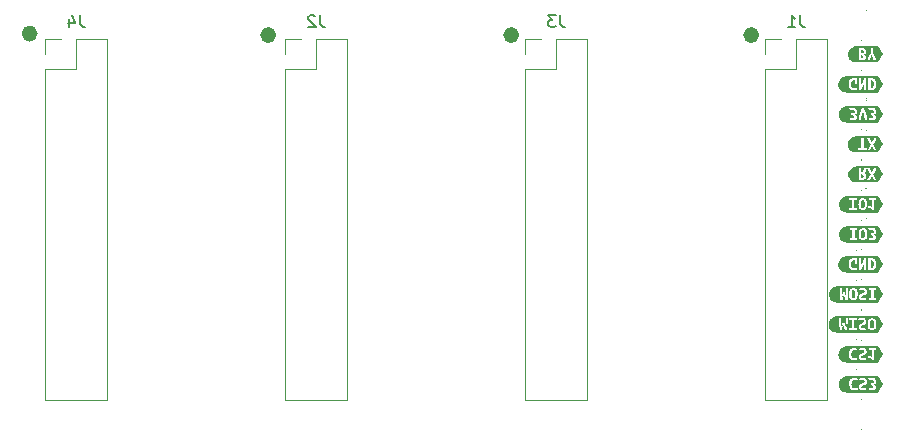
<source format=gbo>
%TF.GenerationSoftware,KiCad,Pcbnew,9.0.0-9.0.0-2~ubuntu24.04.1*%
%TF.CreationDate,2025-03-07T10:49:14+01:00*%
%TF.ProjectId,BackPlane,4261636b-506c-4616-9e65-2e6b69636164,rev?*%
%TF.SameCoordinates,Original*%
%TF.FileFunction,Legend,Bot*%
%TF.FilePolarity,Positive*%
%FSLAX46Y46*%
G04 Gerber Fmt 4.6, Leading zero omitted, Abs format (unit mm)*
G04 Created by KiCad (PCBNEW 9.0.0-9.0.0-2~ubuntu24.04.1) date 2025-03-07 10:49:14*
%MOMM*%
%LPD*%
G01*
G04 APERTURE LIST*
%ADD10C,0.685000*%
%ADD11C,0.000250*%
%ADD12C,0.150000*%
%ADD13C,0.000000*%
%ADD14C,0.120000*%
%ADD15R,4.000000X1.500000*%
%ADD16R,1.700000X1.700000*%
%ADD17O,1.700000X1.700000*%
G04 APERTURE END LIST*
D10*
X101942500Y-54249000D02*
G75*
G02*
X101257500Y-54249000I-342500J0D01*
G01*
X101257500Y-54249000D02*
G75*
G02*
X101942500Y-54249000I342500J0D01*
G01*
X61175500Y-54122000D02*
G75*
G02*
X60490500Y-54122000I-342500J0D01*
G01*
X60490500Y-54122000D02*
G75*
G02*
X61175500Y-54122000I342500J0D01*
G01*
X122262500Y-54249000D02*
G75*
G02*
X121577500Y-54249000I-342500J0D01*
G01*
X121577500Y-54249000D02*
G75*
G02*
X122262500Y-54249000I342500J0D01*
G01*
X81368500Y-54249000D02*
G75*
G02*
X80683500Y-54249000I-342500J0D01*
G01*
X80683500Y-54249000D02*
G75*
G02*
X81368500Y-54249000I342500J0D01*
G01*
D11*
X130819809Y-79938541D02*
X130819809Y-79937541D01*
X130819714Y-79938160D02*
X130819428Y-79938541D01*
X130819428Y-79937874D02*
X130819809Y-79938255D01*
X130818999Y-79938541D02*
X130818999Y-79937874D01*
X130818999Y-79937541D02*
X130819047Y-79937589D01*
X130819047Y-79937589D02*
X130818999Y-79937636D01*
X130818999Y-79937636D02*
X130818952Y-79937589D01*
X130818952Y-79937589D02*
X130818999Y-79937541D01*
X130818999Y-79937541D02*
X130818999Y-79937636D01*
X130818523Y-79938541D02*
X130818523Y-79937541D01*
X130818523Y-79937922D02*
X130818428Y-79937874D01*
X130818428Y-79937874D02*
X130818238Y-79937874D01*
X130818238Y-79937874D02*
X130818142Y-79937922D01*
X130818142Y-79937922D02*
X130818095Y-79937970D01*
X130818095Y-79937970D02*
X130818047Y-79938065D01*
X130818047Y-79938065D02*
X130818047Y-79938351D01*
X130818047Y-79938351D02*
X130818095Y-79938446D01*
X130818095Y-79938446D02*
X130818142Y-79938494D01*
X130818142Y-79938494D02*
X130818238Y-79938541D01*
X130818238Y-79938541D02*
X130818428Y-79938541D01*
X130818428Y-79938541D02*
X130818523Y-79938494D01*
X130817190Y-79937874D02*
X130817190Y-79938541D01*
X130817618Y-79937874D02*
X130817618Y-79938398D01*
X130817618Y-79938398D02*
X130817571Y-79938494D01*
X130817571Y-79938494D02*
X130817476Y-79938541D01*
X130817476Y-79938541D02*
X130817333Y-79938541D01*
X130817333Y-79938541D02*
X130817237Y-79938494D01*
X130817237Y-79938494D02*
X130817190Y-79938446D01*
X130816809Y-79937874D02*
X130816285Y-79937874D01*
X130816285Y-79937874D02*
X130816809Y-79938541D01*
X130816809Y-79938541D02*
X130816285Y-79938541D01*
X130815999Y-79937874D02*
X130815475Y-79937874D01*
X130815475Y-79937874D02*
X130815999Y-79938541D01*
X130815999Y-79938541D02*
X130815475Y-79938541D01*
X130814665Y-79938541D02*
X130814665Y-79938017D01*
X130814665Y-79938017D02*
X130814712Y-79937922D01*
X130814712Y-79937922D02*
X130814808Y-79937874D01*
X130814808Y-79937874D02*
X130814998Y-79937874D01*
X130814998Y-79937874D02*
X130815093Y-79937922D01*
X130814665Y-79938494D02*
X130814760Y-79938541D01*
X130814760Y-79938541D02*
X130814998Y-79938541D01*
X130814998Y-79938541D02*
X130815093Y-79938494D01*
X130815093Y-79938494D02*
X130815141Y-79938398D01*
X130815141Y-79938398D02*
X130815141Y-79938303D01*
X130815141Y-79938303D02*
X130815093Y-79938208D01*
X130815093Y-79938208D02*
X130814998Y-79938160D01*
X130814998Y-79938160D02*
X130814760Y-79938160D01*
X130814760Y-79938160D02*
X130814665Y-79938113D01*
X130814188Y-79938541D02*
X130814188Y-79937874D01*
X130814188Y-79938065D02*
X130814141Y-79937970D01*
X130814141Y-79937970D02*
X130814093Y-79937922D01*
X130814093Y-79937922D02*
X130813998Y-79937874D01*
X130813998Y-79937874D02*
X130813903Y-79937874D01*
X130813141Y-79938541D02*
X130813141Y-79937541D01*
X130813141Y-79938494D02*
X130813236Y-79938541D01*
X130813236Y-79938541D02*
X130813427Y-79938541D01*
X130813427Y-79938541D02*
X130813522Y-79938494D01*
X130813522Y-79938494D02*
X130813569Y-79938446D01*
X130813569Y-79938446D02*
X130813617Y-79938351D01*
X130813617Y-79938351D02*
X130813617Y-79938065D01*
X130813617Y-79938065D02*
X130813569Y-79937970D01*
X130813569Y-79937970D02*
X130813522Y-79937922D01*
X130813522Y-79937922D02*
X130813427Y-79937874D01*
X130813427Y-79937874D02*
X130813236Y-79937874D01*
X130813236Y-79937874D02*
X130813141Y-79937922D01*
X130812664Y-79938160D02*
X130811903Y-79938160D01*
X130810998Y-79937541D02*
X130811188Y-79937541D01*
X130811188Y-79937541D02*
X130811284Y-79937589D01*
X130811284Y-79937589D02*
X130811331Y-79937636D01*
X130811331Y-79937636D02*
X130811426Y-79937779D01*
X130811426Y-79937779D02*
X130811474Y-79937970D01*
X130811474Y-79937970D02*
X130811474Y-79938351D01*
X130811474Y-79938351D02*
X130811426Y-79938446D01*
X130811426Y-79938446D02*
X130811379Y-79938494D01*
X130811379Y-79938494D02*
X130811284Y-79938541D01*
X130811284Y-79938541D02*
X130811093Y-79938541D01*
X130811093Y-79938541D02*
X130810998Y-79938494D01*
X130810998Y-79938494D02*
X130810950Y-79938446D01*
X130810950Y-79938446D02*
X130810903Y-79938351D01*
X130810903Y-79938351D02*
X130810903Y-79938113D01*
X130810903Y-79938113D02*
X130810950Y-79938017D01*
X130810950Y-79938017D02*
X130810998Y-79937970D01*
X130810998Y-79937970D02*
X130811093Y-79937922D01*
X130811093Y-79937922D02*
X130811284Y-79937922D01*
X130811284Y-79937922D02*
X130811379Y-79937970D01*
X130811379Y-79937970D02*
X130811426Y-79938017D01*
X130811426Y-79938017D02*
X130811474Y-79938113D01*
X130810570Y-79937541D02*
X130809903Y-79937541D01*
X130809903Y-79937541D02*
X130810332Y-79938541D01*
X130808951Y-79938446D02*
X130808999Y-79938494D01*
X130808999Y-79938494D02*
X130809141Y-79938541D01*
X130809141Y-79938541D02*
X130809237Y-79938541D01*
X130809237Y-79938541D02*
X130809380Y-79938494D01*
X130809380Y-79938494D02*
X130809475Y-79938398D01*
X130809475Y-79938398D02*
X130809522Y-79938303D01*
X130809522Y-79938303D02*
X130809570Y-79938113D01*
X130809570Y-79938113D02*
X130809570Y-79937970D01*
X130809570Y-79937970D02*
X130809522Y-79937779D01*
X130809522Y-79937779D02*
X130809475Y-79937684D01*
X130809475Y-79937684D02*
X130809380Y-79937589D01*
X130809380Y-79937589D02*
X130809237Y-79937541D01*
X130809237Y-79937541D02*
X130809141Y-79937541D01*
X130809141Y-79937541D02*
X130808999Y-79937589D01*
X130808999Y-79937589D02*
X130808951Y-79937636D01*
X130808380Y-79937970D02*
X130808475Y-79937922D01*
X130808475Y-79937922D02*
X130808522Y-79937874D01*
X130808522Y-79937874D02*
X130808570Y-79937779D01*
X130808570Y-79937779D02*
X130808570Y-79937732D01*
X130808570Y-79937732D02*
X130808522Y-79937636D01*
X130808522Y-79937636D02*
X130808475Y-79937589D01*
X130808475Y-79937589D02*
X130808380Y-79937541D01*
X130808380Y-79937541D02*
X130808189Y-79937541D01*
X130808189Y-79937541D02*
X130808094Y-79937589D01*
X130808094Y-79937589D02*
X130808046Y-79937636D01*
X130808046Y-79937636D02*
X130807999Y-79937732D01*
X130807999Y-79937732D02*
X130807999Y-79937779D01*
X130807999Y-79937779D02*
X130808046Y-79937874D01*
X130808046Y-79937874D02*
X130808094Y-79937922D01*
X130808094Y-79937922D02*
X130808189Y-79937970D01*
X130808189Y-79937970D02*
X130808380Y-79937970D01*
X130808380Y-79937970D02*
X130808475Y-79938017D01*
X130808475Y-79938017D02*
X130808522Y-79938065D01*
X130808522Y-79938065D02*
X130808570Y-79938160D01*
X130808570Y-79938160D02*
X130808570Y-79938351D01*
X130808570Y-79938351D02*
X130808522Y-79938446D01*
X130808522Y-79938446D02*
X130808475Y-79938494D01*
X130808475Y-79938494D02*
X130808380Y-79938541D01*
X130808380Y-79938541D02*
X130808189Y-79938541D01*
X130808189Y-79938541D02*
X130808094Y-79938494D01*
X130808094Y-79938494D02*
X130808046Y-79938446D01*
X130808046Y-79938446D02*
X130807999Y-79938351D01*
X130807999Y-79938351D02*
X130807999Y-79938160D01*
X130807999Y-79938160D02*
X130808046Y-79938065D01*
X130808046Y-79938065D02*
X130808094Y-79938017D01*
X130808094Y-79938017D02*
X130808189Y-79937970D01*
X130807380Y-79937541D02*
X130807285Y-79937541D01*
X130807285Y-79937541D02*
X130807189Y-79937589D01*
X130807189Y-79937589D02*
X130807142Y-79937636D01*
X130807142Y-79937636D02*
X130807094Y-79937732D01*
X130807094Y-79937732D02*
X130807047Y-79937922D01*
X130807047Y-79937922D02*
X130807047Y-79938160D01*
X130807047Y-79938160D02*
X130807094Y-79938351D01*
X130807094Y-79938351D02*
X130807142Y-79938446D01*
X130807142Y-79938446D02*
X130807189Y-79938494D01*
X130807189Y-79938494D02*
X130807285Y-79938541D01*
X130807285Y-79938541D02*
X130807380Y-79938541D01*
X130807380Y-79938541D02*
X130807475Y-79938494D01*
X130807475Y-79938494D02*
X130807523Y-79938446D01*
X130807523Y-79938446D02*
X130807570Y-79938351D01*
X130807570Y-79938351D02*
X130807618Y-79938160D01*
X130807618Y-79938160D02*
X130807618Y-79937922D01*
X130807618Y-79937922D02*
X130807570Y-79937732D01*
X130807570Y-79937732D02*
X130807523Y-79937636D01*
X130807523Y-79937636D02*
X130807475Y-79937589D01*
X130807475Y-79937589D02*
X130807380Y-79937541D01*
X130806571Y-79938541D02*
X130806380Y-79938541D01*
X130806380Y-79938541D02*
X130806285Y-79938494D01*
X130806285Y-79938494D02*
X130806237Y-79938446D01*
X130806237Y-79938446D02*
X130806142Y-79938303D01*
X130806142Y-79938303D02*
X130806095Y-79938113D01*
X130806095Y-79938113D02*
X130806095Y-79937732D01*
X130806095Y-79937732D02*
X130806142Y-79937636D01*
X130806142Y-79937636D02*
X130806190Y-79937589D01*
X130806190Y-79937589D02*
X130806285Y-79937541D01*
X130806285Y-79937541D02*
X130806476Y-79937541D01*
X130806476Y-79937541D02*
X130806571Y-79937589D01*
X130806571Y-79937589D02*
X130806618Y-79937636D01*
X130806618Y-79937636D02*
X130806666Y-79937732D01*
X130806666Y-79937732D02*
X130806666Y-79937970D01*
X130806666Y-79937970D02*
X130806618Y-79938065D01*
X130806618Y-79938065D02*
X130806571Y-79938113D01*
X130806571Y-79938113D02*
X130806476Y-79938160D01*
X130806476Y-79938160D02*
X130806285Y-79938160D01*
X130806285Y-79938160D02*
X130806190Y-79938113D01*
X130806190Y-79938113D02*
X130806142Y-79938065D01*
X130806142Y-79938065D02*
X130806095Y-79937970D01*
X130805476Y-79937541D02*
X130805381Y-79937541D01*
X130805381Y-79937541D02*
X130805285Y-79937589D01*
X130805285Y-79937589D02*
X130805238Y-79937636D01*
X130805238Y-79937636D02*
X130805190Y-79937732D01*
X130805190Y-79937732D02*
X130805143Y-79937922D01*
X130805143Y-79937922D02*
X130805143Y-79938160D01*
X130805143Y-79938160D02*
X130805190Y-79938351D01*
X130805190Y-79938351D02*
X130805238Y-79938446D01*
X130805238Y-79938446D02*
X130805285Y-79938494D01*
X130805285Y-79938494D02*
X130805381Y-79938541D01*
X130805381Y-79938541D02*
X130805476Y-79938541D01*
X130805476Y-79938541D02*
X130805571Y-79938494D01*
X130805571Y-79938494D02*
X130805619Y-79938446D01*
X130805619Y-79938446D02*
X130805666Y-79938351D01*
X130805666Y-79938351D02*
X130805714Y-79938160D01*
X130805714Y-79938160D02*
X130805714Y-79937922D01*
X130805714Y-79937922D02*
X130805666Y-79937732D01*
X130805666Y-79937732D02*
X130805619Y-79937636D01*
X130805619Y-79937636D02*
X130805571Y-79937589D01*
X130805571Y-79937589D02*
X130805476Y-79937541D01*
X130804572Y-79937970D02*
X130804667Y-79937922D01*
X130804667Y-79937922D02*
X130804714Y-79937874D01*
X130804714Y-79937874D02*
X130804762Y-79937779D01*
X130804762Y-79937779D02*
X130804762Y-79937732D01*
X130804762Y-79937732D02*
X130804714Y-79937636D01*
X130804714Y-79937636D02*
X130804667Y-79937589D01*
X130804667Y-79937589D02*
X130804572Y-79937541D01*
X130804572Y-79937541D02*
X130804381Y-79937541D01*
X130804381Y-79937541D02*
X130804286Y-79937589D01*
X130804286Y-79937589D02*
X130804238Y-79937636D01*
X130804238Y-79937636D02*
X130804191Y-79937732D01*
X130804191Y-79937732D02*
X130804191Y-79937779D01*
X130804191Y-79937779D02*
X130804238Y-79937874D01*
X130804238Y-79937874D02*
X130804286Y-79937922D01*
X130804286Y-79937922D02*
X130804381Y-79937970D01*
X130804381Y-79937970D02*
X130804572Y-79937970D01*
X130804572Y-79937970D02*
X130804667Y-79938017D01*
X130804667Y-79938017D02*
X130804714Y-79938065D01*
X130804714Y-79938065D02*
X130804762Y-79938160D01*
X130804762Y-79938160D02*
X130804762Y-79938351D01*
X130804762Y-79938351D02*
X130804714Y-79938446D01*
X130804714Y-79938446D02*
X130804667Y-79938494D01*
X130804667Y-79938494D02*
X130804572Y-79938541D01*
X130804572Y-79938541D02*
X130804381Y-79938541D01*
X130804381Y-79938541D02*
X130804286Y-79938494D01*
X130804286Y-79938494D02*
X130804238Y-79938446D01*
X130804238Y-79938446D02*
X130804191Y-79938351D01*
X130804191Y-79938351D02*
X130804191Y-79938160D01*
X130804191Y-79938160D02*
X130804238Y-79938065D01*
X130804238Y-79938065D02*
X130804286Y-79938017D01*
X130804286Y-79938017D02*
X130804381Y-79937970D01*
X130812906Y-72461405D02*
X130813001Y-72461357D01*
X130813001Y-72461357D02*
X130813144Y-72461357D01*
X130813144Y-72461357D02*
X130813287Y-72461405D01*
X130813287Y-72461405D02*
X130813382Y-72461500D01*
X130813382Y-72461500D02*
X130813429Y-72461595D01*
X130813429Y-72461595D02*
X130813477Y-72461786D01*
X130813477Y-72461786D02*
X130813477Y-72461929D01*
X130813477Y-72461929D02*
X130813429Y-72462119D01*
X130813429Y-72462119D02*
X130813382Y-72462214D01*
X130813382Y-72462214D02*
X130813287Y-72462310D01*
X130813287Y-72462310D02*
X130813144Y-72462357D01*
X130813144Y-72462357D02*
X130813048Y-72462357D01*
X130813048Y-72462357D02*
X130812906Y-72462310D01*
X130812906Y-72462310D02*
X130812858Y-72462262D01*
X130812858Y-72462262D02*
X130812858Y-72461929D01*
X130812858Y-72461929D02*
X130813048Y-72461929D01*
X130812287Y-72461357D02*
X130812287Y-72461595D01*
X130812525Y-72461500D02*
X130812287Y-72461595D01*
X130812287Y-72461595D02*
X130812048Y-72461500D01*
X130812429Y-72461786D02*
X130812287Y-72461595D01*
X130812287Y-72461595D02*
X130812144Y-72461786D01*
X130811525Y-72461357D02*
X130811525Y-72461595D01*
X130811763Y-72461500D02*
X130811525Y-72461595D01*
X130811525Y-72461595D02*
X130811286Y-72461500D01*
X130811667Y-72461786D02*
X130811525Y-72461595D01*
X130811525Y-72461595D02*
X130811382Y-72461786D01*
X130810763Y-72461357D02*
X130810763Y-72461595D01*
X130811001Y-72461500D02*
X130810763Y-72461595D01*
X130810763Y-72461595D02*
X130810524Y-72461500D01*
X130810905Y-72461786D02*
X130810763Y-72461595D01*
X130810763Y-72461595D02*
X130810620Y-72461786D01*
X131245473Y-74858541D02*
X131245473Y-74857541D01*
X131245378Y-74858160D02*
X131245092Y-74858541D01*
X131245092Y-74857874D02*
X131245473Y-74858255D01*
X131244663Y-74858541D02*
X131244663Y-74857874D01*
X131244663Y-74857541D02*
X131244711Y-74857589D01*
X131244711Y-74857589D02*
X131244663Y-74857636D01*
X131244663Y-74857636D02*
X131244616Y-74857589D01*
X131244616Y-74857589D02*
X131244663Y-74857541D01*
X131244663Y-74857541D02*
X131244663Y-74857636D01*
X131244187Y-74858541D02*
X131244187Y-74857541D01*
X131244187Y-74857922D02*
X131244092Y-74857874D01*
X131244092Y-74857874D02*
X131243902Y-74857874D01*
X131243902Y-74857874D02*
X131243806Y-74857922D01*
X131243806Y-74857922D02*
X131243759Y-74857970D01*
X131243759Y-74857970D02*
X131243711Y-74858065D01*
X131243711Y-74858065D02*
X131243711Y-74858351D01*
X131243711Y-74858351D02*
X131243759Y-74858446D01*
X131243759Y-74858446D02*
X131243806Y-74858494D01*
X131243806Y-74858494D02*
X131243902Y-74858541D01*
X131243902Y-74858541D02*
X131244092Y-74858541D01*
X131244092Y-74858541D02*
X131244187Y-74858494D01*
X131242854Y-74857874D02*
X131242854Y-74858541D01*
X131243282Y-74857874D02*
X131243282Y-74858398D01*
X131243282Y-74858398D02*
X131243235Y-74858494D01*
X131243235Y-74858494D02*
X131243140Y-74858541D01*
X131243140Y-74858541D02*
X131242997Y-74858541D01*
X131242997Y-74858541D02*
X131242901Y-74858494D01*
X131242901Y-74858494D02*
X131242854Y-74858446D01*
X131242473Y-74857874D02*
X131241949Y-74857874D01*
X131241949Y-74857874D02*
X131242473Y-74858541D01*
X131242473Y-74858541D02*
X131241949Y-74858541D01*
X131241663Y-74857874D02*
X131241139Y-74857874D01*
X131241139Y-74857874D02*
X131241663Y-74858541D01*
X131241663Y-74858541D02*
X131241139Y-74858541D01*
X131240329Y-74858541D02*
X131240329Y-74858017D01*
X131240329Y-74858017D02*
X131240376Y-74857922D01*
X131240376Y-74857922D02*
X131240472Y-74857874D01*
X131240472Y-74857874D02*
X131240662Y-74857874D01*
X131240662Y-74857874D02*
X131240757Y-74857922D01*
X131240329Y-74858494D02*
X131240424Y-74858541D01*
X131240424Y-74858541D02*
X131240662Y-74858541D01*
X131240662Y-74858541D02*
X131240757Y-74858494D01*
X131240757Y-74858494D02*
X131240805Y-74858398D01*
X131240805Y-74858398D02*
X131240805Y-74858303D01*
X131240805Y-74858303D02*
X131240757Y-74858208D01*
X131240757Y-74858208D02*
X131240662Y-74858160D01*
X131240662Y-74858160D02*
X131240424Y-74858160D01*
X131240424Y-74858160D02*
X131240329Y-74858113D01*
X131239852Y-74858541D02*
X131239852Y-74857874D01*
X131239852Y-74858065D02*
X131239805Y-74857970D01*
X131239805Y-74857970D02*
X131239757Y-74857922D01*
X131239757Y-74857922D02*
X131239662Y-74857874D01*
X131239662Y-74857874D02*
X131239567Y-74857874D01*
X131238805Y-74858541D02*
X131238805Y-74857541D01*
X131238805Y-74858494D02*
X131238900Y-74858541D01*
X131238900Y-74858541D02*
X131239091Y-74858541D01*
X131239091Y-74858541D02*
X131239186Y-74858494D01*
X131239186Y-74858494D02*
X131239233Y-74858446D01*
X131239233Y-74858446D02*
X131239281Y-74858351D01*
X131239281Y-74858351D02*
X131239281Y-74858065D01*
X131239281Y-74858065D02*
X131239233Y-74857970D01*
X131239233Y-74857970D02*
X131239186Y-74857922D01*
X131239186Y-74857922D02*
X131239091Y-74857874D01*
X131239091Y-74857874D02*
X131238900Y-74857874D01*
X131238900Y-74857874D02*
X131238805Y-74857922D01*
X131238328Y-74858160D02*
X131237567Y-74858160D01*
X131236662Y-74857541D02*
X131236852Y-74857541D01*
X131236852Y-74857541D02*
X131236948Y-74857589D01*
X131236948Y-74857589D02*
X131236995Y-74857636D01*
X131236995Y-74857636D02*
X131237090Y-74857779D01*
X131237090Y-74857779D02*
X131237138Y-74857970D01*
X131237138Y-74857970D02*
X131237138Y-74858351D01*
X131237138Y-74858351D02*
X131237090Y-74858446D01*
X131237090Y-74858446D02*
X131237043Y-74858494D01*
X131237043Y-74858494D02*
X131236948Y-74858541D01*
X131236948Y-74858541D02*
X131236757Y-74858541D01*
X131236757Y-74858541D02*
X131236662Y-74858494D01*
X131236662Y-74858494D02*
X131236614Y-74858446D01*
X131236614Y-74858446D02*
X131236567Y-74858351D01*
X131236567Y-74858351D02*
X131236567Y-74858113D01*
X131236567Y-74858113D02*
X131236614Y-74858017D01*
X131236614Y-74858017D02*
X131236662Y-74857970D01*
X131236662Y-74857970D02*
X131236757Y-74857922D01*
X131236757Y-74857922D02*
X131236948Y-74857922D01*
X131236948Y-74857922D02*
X131237043Y-74857970D01*
X131237043Y-74857970D02*
X131237090Y-74858017D01*
X131237090Y-74858017D02*
X131237138Y-74858113D01*
X131236234Y-74857541D02*
X131235567Y-74857541D01*
X131235567Y-74857541D02*
X131235996Y-74858541D01*
X131234615Y-74858446D02*
X131234663Y-74858494D01*
X131234663Y-74858494D02*
X131234805Y-74858541D01*
X131234805Y-74858541D02*
X131234901Y-74858541D01*
X131234901Y-74858541D02*
X131235044Y-74858494D01*
X131235044Y-74858494D02*
X131235139Y-74858398D01*
X131235139Y-74858398D02*
X131235186Y-74858303D01*
X131235186Y-74858303D02*
X131235234Y-74858113D01*
X131235234Y-74858113D02*
X131235234Y-74857970D01*
X131235234Y-74857970D02*
X131235186Y-74857779D01*
X131235186Y-74857779D02*
X131235139Y-74857684D01*
X131235139Y-74857684D02*
X131235044Y-74857589D01*
X131235044Y-74857589D02*
X131234901Y-74857541D01*
X131234901Y-74857541D02*
X131234805Y-74857541D01*
X131234805Y-74857541D02*
X131234663Y-74857589D01*
X131234663Y-74857589D02*
X131234615Y-74857636D01*
X131234044Y-74857970D02*
X131234139Y-74857922D01*
X131234139Y-74857922D02*
X131234186Y-74857874D01*
X131234186Y-74857874D02*
X131234234Y-74857779D01*
X131234234Y-74857779D02*
X131234234Y-74857732D01*
X131234234Y-74857732D02*
X131234186Y-74857636D01*
X131234186Y-74857636D02*
X131234139Y-74857589D01*
X131234139Y-74857589D02*
X131234044Y-74857541D01*
X131234044Y-74857541D02*
X131233853Y-74857541D01*
X131233853Y-74857541D02*
X131233758Y-74857589D01*
X131233758Y-74857589D02*
X131233710Y-74857636D01*
X131233710Y-74857636D02*
X131233663Y-74857732D01*
X131233663Y-74857732D02*
X131233663Y-74857779D01*
X131233663Y-74857779D02*
X131233710Y-74857874D01*
X131233710Y-74857874D02*
X131233758Y-74857922D01*
X131233758Y-74857922D02*
X131233853Y-74857970D01*
X131233853Y-74857970D02*
X131234044Y-74857970D01*
X131234044Y-74857970D02*
X131234139Y-74858017D01*
X131234139Y-74858017D02*
X131234186Y-74858065D01*
X131234186Y-74858065D02*
X131234234Y-74858160D01*
X131234234Y-74858160D02*
X131234234Y-74858351D01*
X131234234Y-74858351D02*
X131234186Y-74858446D01*
X131234186Y-74858446D02*
X131234139Y-74858494D01*
X131234139Y-74858494D02*
X131234044Y-74858541D01*
X131234044Y-74858541D02*
X131233853Y-74858541D01*
X131233853Y-74858541D02*
X131233758Y-74858494D01*
X131233758Y-74858494D02*
X131233710Y-74858446D01*
X131233710Y-74858446D02*
X131233663Y-74858351D01*
X131233663Y-74858351D02*
X131233663Y-74858160D01*
X131233663Y-74858160D02*
X131233710Y-74858065D01*
X131233710Y-74858065D02*
X131233758Y-74858017D01*
X131233758Y-74858017D02*
X131233853Y-74857970D01*
X131233044Y-74857541D02*
X131232949Y-74857541D01*
X131232949Y-74857541D02*
X131232853Y-74857589D01*
X131232853Y-74857589D02*
X131232806Y-74857636D01*
X131232806Y-74857636D02*
X131232758Y-74857732D01*
X131232758Y-74857732D02*
X131232711Y-74857922D01*
X131232711Y-74857922D02*
X131232711Y-74858160D01*
X131232711Y-74858160D02*
X131232758Y-74858351D01*
X131232758Y-74858351D02*
X131232806Y-74858446D01*
X131232806Y-74858446D02*
X131232853Y-74858494D01*
X131232853Y-74858494D02*
X131232949Y-74858541D01*
X131232949Y-74858541D02*
X131233044Y-74858541D01*
X131233044Y-74858541D02*
X131233139Y-74858494D01*
X131233139Y-74858494D02*
X131233187Y-74858446D01*
X131233187Y-74858446D02*
X131233234Y-74858351D01*
X131233234Y-74858351D02*
X131233282Y-74858160D01*
X131233282Y-74858160D02*
X131233282Y-74857922D01*
X131233282Y-74857922D02*
X131233234Y-74857732D01*
X131233234Y-74857732D02*
X131233187Y-74857636D01*
X131233187Y-74857636D02*
X131233139Y-74857589D01*
X131233139Y-74857589D02*
X131233044Y-74857541D01*
X131232140Y-74857970D02*
X131232235Y-74857922D01*
X131232235Y-74857922D02*
X131232282Y-74857874D01*
X131232282Y-74857874D02*
X131232330Y-74857779D01*
X131232330Y-74857779D02*
X131232330Y-74857732D01*
X131232330Y-74857732D02*
X131232282Y-74857636D01*
X131232282Y-74857636D02*
X131232235Y-74857589D01*
X131232235Y-74857589D02*
X131232140Y-74857541D01*
X131232140Y-74857541D02*
X131231949Y-74857541D01*
X131231949Y-74857541D02*
X131231854Y-74857589D01*
X131231854Y-74857589D02*
X131231806Y-74857636D01*
X131231806Y-74857636D02*
X131231759Y-74857732D01*
X131231759Y-74857732D02*
X131231759Y-74857779D01*
X131231759Y-74857779D02*
X131231806Y-74857874D01*
X131231806Y-74857874D02*
X131231854Y-74857922D01*
X131231854Y-74857922D02*
X131231949Y-74857970D01*
X131231949Y-74857970D02*
X131232140Y-74857970D01*
X131232140Y-74857970D02*
X131232235Y-74858017D01*
X131232235Y-74858017D02*
X131232282Y-74858065D01*
X131232282Y-74858065D02*
X131232330Y-74858160D01*
X131232330Y-74858160D02*
X131232330Y-74858351D01*
X131232330Y-74858351D02*
X131232282Y-74858446D01*
X131232282Y-74858446D02*
X131232235Y-74858494D01*
X131232235Y-74858494D02*
X131232140Y-74858541D01*
X131232140Y-74858541D02*
X131231949Y-74858541D01*
X131231949Y-74858541D02*
X131231854Y-74858494D01*
X131231854Y-74858494D02*
X131231806Y-74858446D01*
X131231806Y-74858446D02*
X131231759Y-74858351D01*
X131231759Y-74858351D02*
X131231759Y-74858160D01*
X131231759Y-74858160D02*
X131231806Y-74858065D01*
X131231806Y-74858065D02*
X131231854Y-74858017D01*
X131231854Y-74858017D02*
X131231949Y-74857970D01*
X131230997Y-74858017D02*
X131231330Y-74858017D01*
X131231330Y-74858541D02*
X131231330Y-74857541D01*
X131231330Y-74857541D02*
X131230854Y-74857541D01*
X131230473Y-74858541D02*
X131230473Y-74857541D01*
X131230473Y-74857541D02*
X131230235Y-74857541D01*
X131230235Y-74857541D02*
X131230092Y-74857589D01*
X131230092Y-74857589D02*
X131229997Y-74857684D01*
X131229997Y-74857684D02*
X131229950Y-74857779D01*
X131229950Y-74857779D02*
X131229902Y-74857970D01*
X131229902Y-74857970D02*
X131229902Y-74858113D01*
X131229902Y-74858113D02*
X131229950Y-74858303D01*
X131229950Y-74858303D02*
X131229997Y-74858398D01*
X131229997Y-74858398D02*
X131230092Y-74858494D01*
X131230092Y-74858494D02*
X131230235Y-74858541D01*
X131230235Y-74858541D02*
X131230473Y-74858541D01*
X131238593Y-67381405D02*
X131238688Y-67381357D01*
X131238688Y-67381357D02*
X131238831Y-67381357D01*
X131238831Y-67381357D02*
X131238974Y-67381405D01*
X131238974Y-67381405D02*
X131239069Y-67381500D01*
X131239069Y-67381500D02*
X131239116Y-67381595D01*
X131239116Y-67381595D02*
X131239164Y-67381786D01*
X131239164Y-67381786D02*
X131239164Y-67381929D01*
X131239164Y-67381929D02*
X131239116Y-67382119D01*
X131239116Y-67382119D02*
X131239069Y-67382214D01*
X131239069Y-67382214D02*
X131238974Y-67382310D01*
X131238974Y-67382310D02*
X131238831Y-67382357D01*
X131238831Y-67382357D02*
X131238735Y-67382357D01*
X131238735Y-67382357D02*
X131238593Y-67382310D01*
X131238593Y-67382310D02*
X131238545Y-67382262D01*
X131238545Y-67382262D02*
X131238545Y-67381929D01*
X131238545Y-67381929D02*
X131238735Y-67381929D01*
X131237974Y-67381357D02*
X131237974Y-67381595D01*
X131238212Y-67381500D02*
X131237974Y-67381595D01*
X131237974Y-67381595D02*
X131237735Y-67381500D01*
X131238116Y-67381786D02*
X131237974Y-67381595D01*
X131237974Y-67381595D02*
X131237831Y-67381786D01*
X131237212Y-67381357D02*
X131237212Y-67381595D01*
X131237450Y-67381500D02*
X131237212Y-67381595D01*
X131237212Y-67381595D02*
X131236973Y-67381500D01*
X131237354Y-67381786D02*
X131237212Y-67381595D01*
X131237212Y-67381595D02*
X131237069Y-67381786D01*
X131236450Y-67381357D02*
X131236450Y-67381595D01*
X131236688Y-67381500D02*
X131236450Y-67381595D01*
X131236450Y-67381595D02*
X131236211Y-67381500D01*
X131236592Y-67381786D02*
X131236450Y-67381595D01*
X131236450Y-67381595D02*
X131236307Y-67381786D01*
X131205940Y-62158541D02*
X131205940Y-62157541D01*
X131205845Y-62158160D02*
X131205559Y-62158541D01*
X131205559Y-62157874D02*
X131205940Y-62158255D01*
X131205130Y-62158541D02*
X131205130Y-62157874D01*
X131205130Y-62157541D02*
X131205178Y-62157589D01*
X131205178Y-62157589D02*
X131205130Y-62157636D01*
X131205130Y-62157636D02*
X131205083Y-62157589D01*
X131205083Y-62157589D02*
X131205130Y-62157541D01*
X131205130Y-62157541D02*
X131205130Y-62157636D01*
X131204654Y-62158541D02*
X131204654Y-62157541D01*
X131204654Y-62157922D02*
X131204559Y-62157874D01*
X131204559Y-62157874D02*
X131204369Y-62157874D01*
X131204369Y-62157874D02*
X131204273Y-62157922D01*
X131204273Y-62157922D02*
X131204226Y-62157970D01*
X131204226Y-62157970D02*
X131204178Y-62158065D01*
X131204178Y-62158065D02*
X131204178Y-62158351D01*
X131204178Y-62158351D02*
X131204226Y-62158446D01*
X131204226Y-62158446D02*
X131204273Y-62158494D01*
X131204273Y-62158494D02*
X131204369Y-62158541D01*
X131204369Y-62158541D02*
X131204559Y-62158541D01*
X131204559Y-62158541D02*
X131204654Y-62158494D01*
X131203321Y-62157874D02*
X131203321Y-62158541D01*
X131203749Y-62157874D02*
X131203749Y-62158398D01*
X131203749Y-62158398D02*
X131203702Y-62158494D01*
X131203702Y-62158494D02*
X131203607Y-62158541D01*
X131203607Y-62158541D02*
X131203464Y-62158541D01*
X131203464Y-62158541D02*
X131203368Y-62158494D01*
X131203368Y-62158494D02*
X131203321Y-62158446D01*
X131202940Y-62157874D02*
X131202416Y-62157874D01*
X131202416Y-62157874D02*
X131202940Y-62158541D01*
X131202940Y-62158541D02*
X131202416Y-62158541D01*
X131202130Y-62157874D02*
X131201606Y-62157874D01*
X131201606Y-62157874D02*
X131202130Y-62158541D01*
X131202130Y-62158541D02*
X131201606Y-62158541D01*
X131200796Y-62158541D02*
X131200796Y-62158017D01*
X131200796Y-62158017D02*
X131200843Y-62157922D01*
X131200843Y-62157922D02*
X131200939Y-62157874D01*
X131200939Y-62157874D02*
X131201129Y-62157874D01*
X131201129Y-62157874D02*
X131201224Y-62157922D01*
X131200796Y-62158494D02*
X131200891Y-62158541D01*
X131200891Y-62158541D02*
X131201129Y-62158541D01*
X131201129Y-62158541D02*
X131201224Y-62158494D01*
X131201224Y-62158494D02*
X131201272Y-62158398D01*
X131201272Y-62158398D02*
X131201272Y-62158303D01*
X131201272Y-62158303D02*
X131201224Y-62158208D01*
X131201224Y-62158208D02*
X131201129Y-62158160D01*
X131201129Y-62158160D02*
X131200891Y-62158160D01*
X131200891Y-62158160D02*
X131200796Y-62158113D01*
X131200319Y-62158541D02*
X131200319Y-62157874D01*
X131200319Y-62158065D02*
X131200272Y-62157970D01*
X131200272Y-62157970D02*
X131200224Y-62157922D01*
X131200224Y-62157922D02*
X131200129Y-62157874D01*
X131200129Y-62157874D02*
X131200034Y-62157874D01*
X131199272Y-62158541D02*
X131199272Y-62157541D01*
X131199272Y-62158494D02*
X131199367Y-62158541D01*
X131199367Y-62158541D02*
X131199558Y-62158541D01*
X131199558Y-62158541D02*
X131199653Y-62158494D01*
X131199653Y-62158494D02*
X131199700Y-62158446D01*
X131199700Y-62158446D02*
X131199748Y-62158351D01*
X131199748Y-62158351D02*
X131199748Y-62158065D01*
X131199748Y-62158065D02*
X131199700Y-62157970D01*
X131199700Y-62157970D02*
X131199653Y-62157922D01*
X131199653Y-62157922D02*
X131199558Y-62157874D01*
X131199558Y-62157874D02*
X131199367Y-62157874D01*
X131199367Y-62157874D02*
X131199272Y-62157922D01*
X131198795Y-62158160D02*
X131198034Y-62158160D01*
X131197129Y-62157541D02*
X131197319Y-62157541D01*
X131197319Y-62157541D02*
X131197415Y-62157589D01*
X131197415Y-62157589D02*
X131197462Y-62157636D01*
X131197462Y-62157636D02*
X131197557Y-62157779D01*
X131197557Y-62157779D02*
X131197605Y-62157970D01*
X131197605Y-62157970D02*
X131197605Y-62158351D01*
X131197605Y-62158351D02*
X131197557Y-62158446D01*
X131197557Y-62158446D02*
X131197510Y-62158494D01*
X131197510Y-62158494D02*
X131197415Y-62158541D01*
X131197415Y-62158541D02*
X131197224Y-62158541D01*
X131197224Y-62158541D02*
X131197129Y-62158494D01*
X131197129Y-62158494D02*
X131197081Y-62158446D01*
X131197081Y-62158446D02*
X131197034Y-62158351D01*
X131197034Y-62158351D02*
X131197034Y-62158113D01*
X131197034Y-62158113D02*
X131197081Y-62158017D01*
X131197081Y-62158017D02*
X131197129Y-62157970D01*
X131197129Y-62157970D02*
X131197224Y-62157922D01*
X131197224Y-62157922D02*
X131197415Y-62157922D01*
X131197415Y-62157922D02*
X131197510Y-62157970D01*
X131197510Y-62157970D02*
X131197557Y-62158017D01*
X131197557Y-62158017D02*
X131197605Y-62158113D01*
X131196701Y-62157541D02*
X131196034Y-62157541D01*
X131196034Y-62157541D02*
X131196463Y-62158541D01*
X131195082Y-62158446D02*
X131195130Y-62158494D01*
X131195130Y-62158494D02*
X131195272Y-62158541D01*
X131195272Y-62158541D02*
X131195368Y-62158541D01*
X131195368Y-62158541D02*
X131195511Y-62158494D01*
X131195511Y-62158494D02*
X131195606Y-62158398D01*
X131195606Y-62158398D02*
X131195653Y-62158303D01*
X131195653Y-62158303D02*
X131195701Y-62158113D01*
X131195701Y-62158113D02*
X131195701Y-62157970D01*
X131195701Y-62157970D02*
X131195653Y-62157779D01*
X131195653Y-62157779D02*
X131195606Y-62157684D01*
X131195606Y-62157684D02*
X131195511Y-62157589D01*
X131195511Y-62157589D02*
X131195368Y-62157541D01*
X131195368Y-62157541D02*
X131195272Y-62157541D01*
X131195272Y-62157541D02*
X131195130Y-62157589D01*
X131195130Y-62157589D02*
X131195082Y-62157636D01*
X131194511Y-62157970D02*
X131194606Y-62157922D01*
X131194606Y-62157922D02*
X131194653Y-62157874D01*
X131194653Y-62157874D02*
X131194701Y-62157779D01*
X131194701Y-62157779D02*
X131194701Y-62157732D01*
X131194701Y-62157732D02*
X131194653Y-62157636D01*
X131194653Y-62157636D02*
X131194606Y-62157589D01*
X131194606Y-62157589D02*
X131194511Y-62157541D01*
X131194511Y-62157541D02*
X131194320Y-62157541D01*
X131194320Y-62157541D02*
X131194225Y-62157589D01*
X131194225Y-62157589D02*
X131194177Y-62157636D01*
X131194177Y-62157636D02*
X131194130Y-62157732D01*
X131194130Y-62157732D02*
X131194130Y-62157779D01*
X131194130Y-62157779D02*
X131194177Y-62157874D01*
X131194177Y-62157874D02*
X131194225Y-62157922D01*
X131194225Y-62157922D02*
X131194320Y-62157970D01*
X131194320Y-62157970D02*
X131194511Y-62157970D01*
X131194511Y-62157970D02*
X131194606Y-62158017D01*
X131194606Y-62158017D02*
X131194653Y-62158065D01*
X131194653Y-62158065D02*
X131194701Y-62158160D01*
X131194701Y-62158160D02*
X131194701Y-62158351D01*
X131194701Y-62158351D02*
X131194653Y-62158446D01*
X131194653Y-62158446D02*
X131194606Y-62158494D01*
X131194606Y-62158494D02*
X131194511Y-62158541D01*
X131194511Y-62158541D02*
X131194320Y-62158541D01*
X131194320Y-62158541D02*
X131194225Y-62158494D01*
X131194225Y-62158494D02*
X131194177Y-62158446D01*
X131194177Y-62158446D02*
X131194130Y-62158351D01*
X131194130Y-62158351D02*
X131194130Y-62158160D01*
X131194130Y-62158160D02*
X131194177Y-62158065D01*
X131194177Y-62158065D02*
X131194225Y-62158017D01*
X131194225Y-62158017D02*
X131194320Y-62157970D01*
X131193511Y-62157541D02*
X131193416Y-62157541D01*
X131193416Y-62157541D02*
X131193320Y-62157589D01*
X131193320Y-62157589D02*
X131193273Y-62157636D01*
X131193273Y-62157636D02*
X131193225Y-62157732D01*
X131193225Y-62157732D02*
X131193178Y-62157922D01*
X131193178Y-62157922D02*
X131193178Y-62158160D01*
X131193178Y-62158160D02*
X131193225Y-62158351D01*
X131193225Y-62158351D02*
X131193273Y-62158446D01*
X131193273Y-62158446D02*
X131193320Y-62158494D01*
X131193320Y-62158494D02*
X131193416Y-62158541D01*
X131193416Y-62158541D02*
X131193511Y-62158541D01*
X131193511Y-62158541D02*
X131193606Y-62158494D01*
X131193606Y-62158494D02*
X131193654Y-62158446D01*
X131193654Y-62158446D02*
X131193701Y-62158351D01*
X131193701Y-62158351D02*
X131193749Y-62158160D01*
X131193749Y-62158160D02*
X131193749Y-62157922D01*
X131193749Y-62157922D02*
X131193701Y-62157732D01*
X131193701Y-62157732D02*
X131193654Y-62157636D01*
X131193654Y-62157636D02*
X131193606Y-62157589D01*
X131193606Y-62157589D02*
X131193511Y-62157541D01*
X131192607Y-62157970D02*
X131192702Y-62157922D01*
X131192702Y-62157922D02*
X131192749Y-62157874D01*
X131192749Y-62157874D02*
X131192797Y-62157779D01*
X131192797Y-62157779D02*
X131192797Y-62157732D01*
X131192797Y-62157732D02*
X131192749Y-62157636D01*
X131192749Y-62157636D02*
X131192702Y-62157589D01*
X131192702Y-62157589D02*
X131192607Y-62157541D01*
X131192607Y-62157541D02*
X131192416Y-62157541D01*
X131192416Y-62157541D02*
X131192321Y-62157589D01*
X131192321Y-62157589D02*
X131192273Y-62157636D01*
X131192273Y-62157636D02*
X131192226Y-62157732D01*
X131192226Y-62157732D02*
X131192226Y-62157779D01*
X131192226Y-62157779D02*
X131192273Y-62157874D01*
X131192273Y-62157874D02*
X131192321Y-62157922D01*
X131192321Y-62157922D02*
X131192416Y-62157970D01*
X131192416Y-62157970D02*
X131192607Y-62157970D01*
X131192607Y-62157970D02*
X131192702Y-62158017D01*
X131192702Y-62158017D02*
X131192749Y-62158065D01*
X131192749Y-62158065D02*
X131192797Y-62158160D01*
X131192797Y-62158160D02*
X131192797Y-62158351D01*
X131192797Y-62158351D02*
X131192749Y-62158446D01*
X131192749Y-62158446D02*
X131192702Y-62158494D01*
X131192702Y-62158494D02*
X131192607Y-62158541D01*
X131192607Y-62158541D02*
X131192416Y-62158541D01*
X131192416Y-62158541D02*
X131192321Y-62158494D01*
X131192321Y-62158494D02*
X131192273Y-62158446D01*
X131192273Y-62158446D02*
X131192226Y-62158351D01*
X131192226Y-62158351D02*
X131192226Y-62158160D01*
X131192226Y-62158160D02*
X131192273Y-62158065D01*
X131192273Y-62158065D02*
X131192321Y-62158017D01*
X131192321Y-62158017D02*
X131192416Y-62157970D01*
X131191464Y-62158017D02*
X131191321Y-62158065D01*
X131191321Y-62158065D02*
X131191274Y-62158113D01*
X131191274Y-62158113D02*
X131191226Y-62158208D01*
X131191226Y-62158208D02*
X131191226Y-62158351D01*
X131191226Y-62158351D02*
X131191274Y-62158446D01*
X131191274Y-62158446D02*
X131191321Y-62158494D01*
X131191321Y-62158494D02*
X131191416Y-62158541D01*
X131191416Y-62158541D02*
X131191797Y-62158541D01*
X131191797Y-62158541D02*
X131191797Y-62157541D01*
X131191797Y-62157541D02*
X131191464Y-62157541D01*
X131191464Y-62157541D02*
X131191369Y-62157589D01*
X131191369Y-62157589D02*
X131191321Y-62157636D01*
X131191321Y-62157636D02*
X131191274Y-62157732D01*
X131191274Y-62157732D02*
X131191274Y-62157827D01*
X131191274Y-62157827D02*
X131191321Y-62157922D01*
X131191321Y-62157922D02*
X131191369Y-62157970D01*
X131191369Y-62157970D02*
X131191464Y-62158017D01*
X131191464Y-62158017D02*
X131191797Y-62158017D01*
X131190369Y-62157874D02*
X131190369Y-62158541D01*
X131190607Y-62157494D02*
X131190845Y-62158208D01*
X131190845Y-62158208D02*
X131190226Y-62158208D01*
X131199013Y-54681405D02*
X131199108Y-54681357D01*
X131199108Y-54681357D02*
X131199251Y-54681357D01*
X131199251Y-54681357D02*
X131199394Y-54681405D01*
X131199394Y-54681405D02*
X131199489Y-54681500D01*
X131199489Y-54681500D02*
X131199536Y-54681595D01*
X131199536Y-54681595D02*
X131199584Y-54681786D01*
X131199584Y-54681786D02*
X131199584Y-54681929D01*
X131199584Y-54681929D02*
X131199536Y-54682119D01*
X131199536Y-54682119D02*
X131199489Y-54682214D01*
X131199489Y-54682214D02*
X131199394Y-54682310D01*
X131199394Y-54682310D02*
X131199251Y-54682357D01*
X131199251Y-54682357D02*
X131199155Y-54682357D01*
X131199155Y-54682357D02*
X131199013Y-54682310D01*
X131199013Y-54682310D02*
X131198965Y-54682262D01*
X131198965Y-54682262D02*
X131198965Y-54681929D01*
X131198965Y-54681929D02*
X131199155Y-54681929D01*
X131198394Y-54681357D02*
X131198394Y-54681595D01*
X131198632Y-54681500D02*
X131198394Y-54681595D01*
X131198394Y-54681595D02*
X131198155Y-54681500D01*
X131198536Y-54681786D02*
X131198394Y-54681595D01*
X131198394Y-54681595D02*
X131198251Y-54681786D01*
X131197632Y-54681357D02*
X131197632Y-54681595D01*
X131197870Y-54681500D02*
X131197632Y-54681595D01*
X131197632Y-54681595D02*
X131197393Y-54681500D01*
X131197774Y-54681786D02*
X131197632Y-54681595D01*
X131197632Y-54681595D02*
X131197489Y-54681786D01*
X131196870Y-54681357D02*
X131196870Y-54681595D01*
X131197108Y-54681500D02*
X131196870Y-54681595D01*
X131196870Y-54681595D02*
X131196631Y-54681500D01*
X131197012Y-54681786D02*
X131196870Y-54681595D01*
X131196870Y-54681595D02*
X131196727Y-54681786D01*
X131613429Y-67216731D02*
X131613429Y-67215731D01*
X131613334Y-67216350D02*
X131613048Y-67216731D01*
X131613048Y-67216064D02*
X131613429Y-67216445D01*
X131612619Y-67216731D02*
X131612619Y-67216064D01*
X131612619Y-67215731D02*
X131612667Y-67215779D01*
X131612667Y-67215779D02*
X131612619Y-67215826D01*
X131612619Y-67215826D02*
X131612572Y-67215779D01*
X131612572Y-67215779D02*
X131612619Y-67215731D01*
X131612619Y-67215731D02*
X131612619Y-67215826D01*
X131612143Y-67216731D02*
X131612143Y-67215731D01*
X131612143Y-67216112D02*
X131612048Y-67216064D01*
X131612048Y-67216064D02*
X131611858Y-67216064D01*
X131611858Y-67216064D02*
X131611762Y-67216112D01*
X131611762Y-67216112D02*
X131611715Y-67216160D01*
X131611715Y-67216160D02*
X131611667Y-67216255D01*
X131611667Y-67216255D02*
X131611667Y-67216541D01*
X131611667Y-67216541D02*
X131611715Y-67216636D01*
X131611715Y-67216636D02*
X131611762Y-67216684D01*
X131611762Y-67216684D02*
X131611858Y-67216731D01*
X131611858Y-67216731D02*
X131612048Y-67216731D01*
X131612048Y-67216731D02*
X131612143Y-67216684D01*
X131610810Y-67216064D02*
X131610810Y-67216731D01*
X131611238Y-67216064D02*
X131611238Y-67216588D01*
X131611238Y-67216588D02*
X131611191Y-67216684D01*
X131611191Y-67216684D02*
X131611096Y-67216731D01*
X131611096Y-67216731D02*
X131610953Y-67216731D01*
X131610953Y-67216731D02*
X131610857Y-67216684D01*
X131610857Y-67216684D02*
X131610810Y-67216636D01*
X131610429Y-67216064D02*
X131609905Y-67216064D01*
X131609905Y-67216064D02*
X131610429Y-67216731D01*
X131610429Y-67216731D02*
X131609905Y-67216731D01*
X131609619Y-67216064D02*
X131609095Y-67216064D01*
X131609095Y-67216064D02*
X131609619Y-67216731D01*
X131609619Y-67216731D02*
X131609095Y-67216731D01*
X131608285Y-67216731D02*
X131608285Y-67216207D01*
X131608285Y-67216207D02*
X131608332Y-67216112D01*
X131608332Y-67216112D02*
X131608428Y-67216064D01*
X131608428Y-67216064D02*
X131608618Y-67216064D01*
X131608618Y-67216064D02*
X131608713Y-67216112D01*
X131608285Y-67216684D02*
X131608380Y-67216731D01*
X131608380Y-67216731D02*
X131608618Y-67216731D01*
X131608618Y-67216731D02*
X131608713Y-67216684D01*
X131608713Y-67216684D02*
X131608761Y-67216588D01*
X131608761Y-67216588D02*
X131608761Y-67216493D01*
X131608761Y-67216493D02*
X131608713Y-67216398D01*
X131608713Y-67216398D02*
X131608618Y-67216350D01*
X131608618Y-67216350D02*
X131608380Y-67216350D01*
X131608380Y-67216350D02*
X131608285Y-67216303D01*
X131607808Y-67216731D02*
X131607808Y-67216064D01*
X131607808Y-67216255D02*
X131607761Y-67216160D01*
X131607761Y-67216160D02*
X131607713Y-67216112D01*
X131607713Y-67216112D02*
X131607618Y-67216064D01*
X131607618Y-67216064D02*
X131607523Y-67216064D01*
X131606761Y-67216731D02*
X131606761Y-67215731D01*
X131606761Y-67216684D02*
X131606856Y-67216731D01*
X131606856Y-67216731D02*
X131607047Y-67216731D01*
X131607047Y-67216731D02*
X131607142Y-67216684D01*
X131607142Y-67216684D02*
X131607189Y-67216636D01*
X131607189Y-67216636D02*
X131607237Y-67216541D01*
X131607237Y-67216541D02*
X131607237Y-67216255D01*
X131607237Y-67216255D02*
X131607189Y-67216160D01*
X131607189Y-67216160D02*
X131607142Y-67216112D01*
X131607142Y-67216112D02*
X131607047Y-67216064D01*
X131607047Y-67216064D02*
X131606856Y-67216064D01*
X131606856Y-67216064D02*
X131606761Y-67216112D01*
X131606284Y-67216350D02*
X131605523Y-67216350D01*
X131604618Y-67215731D02*
X131604808Y-67215731D01*
X131604808Y-67215731D02*
X131604904Y-67215779D01*
X131604904Y-67215779D02*
X131604951Y-67215826D01*
X131604951Y-67215826D02*
X131605046Y-67215969D01*
X131605046Y-67215969D02*
X131605094Y-67216160D01*
X131605094Y-67216160D02*
X131605094Y-67216541D01*
X131605094Y-67216541D02*
X131605046Y-67216636D01*
X131605046Y-67216636D02*
X131604999Y-67216684D01*
X131604999Y-67216684D02*
X131604904Y-67216731D01*
X131604904Y-67216731D02*
X131604713Y-67216731D01*
X131604713Y-67216731D02*
X131604618Y-67216684D01*
X131604618Y-67216684D02*
X131604570Y-67216636D01*
X131604570Y-67216636D02*
X131604523Y-67216541D01*
X131604523Y-67216541D02*
X131604523Y-67216303D01*
X131604523Y-67216303D02*
X131604570Y-67216207D01*
X131604570Y-67216207D02*
X131604618Y-67216160D01*
X131604618Y-67216160D02*
X131604713Y-67216112D01*
X131604713Y-67216112D02*
X131604904Y-67216112D01*
X131604904Y-67216112D02*
X131604999Y-67216160D01*
X131604999Y-67216160D02*
X131605046Y-67216207D01*
X131605046Y-67216207D02*
X131605094Y-67216303D01*
X131604190Y-67215731D02*
X131603523Y-67215731D01*
X131603523Y-67215731D02*
X131603952Y-67216731D01*
X131602571Y-67216636D02*
X131602619Y-67216684D01*
X131602619Y-67216684D02*
X131602761Y-67216731D01*
X131602761Y-67216731D02*
X131602857Y-67216731D01*
X131602857Y-67216731D02*
X131603000Y-67216684D01*
X131603000Y-67216684D02*
X131603095Y-67216588D01*
X131603095Y-67216588D02*
X131603142Y-67216493D01*
X131603142Y-67216493D02*
X131603190Y-67216303D01*
X131603190Y-67216303D02*
X131603190Y-67216160D01*
X131603190Y-67216160D02*
X131603142Y-67215969D01*
X131603142Y-67215969D02*
X131603095Y-67215874D01*
X131603095Y-67215874D02*
X131603000Y-67215779D01*
X131603000Y-67215779D02*
X131602857Y-67215731D01*
X131602857Y-67215731D02*
X131602761Y-67215731D01*
X131602761Y-67215731D02*
X131602619Y-67215779D01*
X131602619Y-67215779D02*
X131602571Y-67215826D01*
X131602000Y-67216160D02*
X131602095Y-67216112D01*
X131602095Y-67216112D02*
X131602142Y-67216064D01*
X131602142Y-67216064D02*
X131602190Y-67215969D01*
X131602190Y-67215969D02*
X131602190Y-67215922D01*
X131602190Y-67215922D02*
X131602142Y-67215826D01*
X131602142Y-67215826D02*
X131602095Y-67215779D01*
X131602095Y-67215779D02*
X131602000Y-67215731D01*
X131602000Y-67215731D02*
X131601809Y-67215731D01*
X131601809Y-67215731D02*
X131601714Y-67215779D01*
X131601714Y-67215779D02*
X131601666Y-67215826D01*
X131601666Y-67215826D02*
X131601619Y-67215922D01*
X131601619Y-67215922D02*
X131601619Y-67215969D01*
X131601619Y-67215969D02*
X131601666Y-67216064D01*
X131601666Y-67216064D02*
X131601714Y-67216112D01*
X131601714Y-67216112D02*
X131601809Y-67216160D01*
X131601809Y-67216160D02*
X131602000Y-67216160D01*
X131602000Y-67216160D02*
X131602095Y-67216207D01*
X131602095Y-67216207D02*
X131602142Y-67216255D01*
X131602142Y-67216255D02*
X131602190Y-67216350D01*
X131602190Y-67216350D02*
X131602190Y-67216541D01*
X131602190Y-67216541D02*
X131602142Y-67216636D01*
X131602142Y-67216636D02*
X131602095Y-67216684D01*
X131602095Y-67216684D02*
X131602000Y-67216731D01*
X131602000Y-67216731D02*
X131601809Y-67216731D01*
X131601809Y-67216731D02*
X131601714Y-67216684D01*
X131601714Y-67216684D02*
X131601666Y-67216636D01*
X131601666Y-67216636D02*
X131601619Y-67216541D01*
X131601619Y-67216541D02*
X131601619Y-67216350D01*
X131601619Y-67216350D02*
X131601666Y-67216255D01*
X131601666Y-67216255D02*
X131601714Y-67216207D01*
X131601714Y-67216207D02*
X131601809Y-67216160D01*
X131601000Y-67215731D02*
X131600905Y-67215731D01*
X131600905Y-67215731D02*
X131600809Y-67215779D01*
X131600809Y-67215779D02*
X131600762Y-67215826D01*
X131600762Y-67215826D02*
X131600714Y-67215922D01*
X131600714Y-67215922D02*
X131600667Y-67216112D01*
X131600667Y-67216112D02*
X131600667Y-67216350D01*
X131600667Y-67216350D02*
X131600714Y-67216541D01*
X131600714Y-67216541D02*
X131600762Y-67216636D01*
X131600762Y-67216636D02*
X131600809Y-67216684D01*
X131600809Y-67216684D02*
X131600905Y-67216731D01*
X131600905Y-67216731D02*
X131601000Y-67216731D01*
X131601000Y-67216731D02*
X131601095Y-67216684D01*
X131601095Y-67216684D02*
X131601143Y-67216636D01*
X131601143Y-67216636D02*
X131601190Y-67216541D01*
X131601190Y-67216541D02*
X131601238Y-67216350D01*
X131601238Y-67216350D02*
X131601238Y-67216112D01*
X131601238Y-67216112D02*
X131601190Y-67215922D01*
X131601190Y-67215922D02*
X131601143Y-67215826D01*
X131601143Y-67215826D02*
X131601095Y-67215779D01*
X131601095Y-67215779D02*
X131601000Y-67215731D01*
X131600096Y-67216160D02*
X131600191Y-67216112D01*
X131600191Y-67216112D02*
X131600238Y-67216064D01*
X131600238Y-67216064D02*
X131600286Y-67215969D01*
X131600286Y-67215969D02*
X131600286Y-67215922D01*
X131600286Y-67215922D02*
X131600238Y-67215826D01*
X131600238Y-67215826D02*
X131600191Y-67215779D01*
X131600191Y-67215779D02*
X131600096Y-67215731D01*
X131600096Y-67215731D02*
X131599905Y-67215731D01*
X131599905Y-67215731D02*
X131599810Y-67215779D01*
X131599810Y-67215779D02*
X131599762Y-67215826D01*
X131599762Y-67215826D02*
X131599715Y-67215922D01*
X131599715Y-67215922D02*
X131599715Y-67215969D01*
X131599715Y-67215969D02*
X131599762Y-67216064D01*
X131599762Y-67216064D02*
X131599810Y-67216112D01*
X131599810Y-67216112D02*
X131599905Y-67216160D01*
X131599905Y-67216160D02*
X131600096Y-67216160D01*
X131600096Y-67216160D02*
X131600191Y-67216207D01*
X131600191Y-67216207D02*
X131600238Y-67216255D01*
X131600238Y-67216255D02*
X131600286Y-67216350D01*
X131600286Y-67216350D02*
X131600286Y-67216541D01*
X131600286Y-67216541D02*
X131600238Y-67216636D01*
X131600238Y-67216636D02*
X131600191Y-67216684D01*
X131600191Y-67216684D02*
X131600096Y-67216731D01*
X131600096Y-67216731D02*
X131599905Y-67216731D01*
X131599905Y-67216731D02*
X131599810Y-67216684D01*
X131599810Y-67216684D02*
X131599762Y-67216636D01*
X131599762Y-67216636D02*
X131599715Y-67216541D01*
X131599715Y-67216541D02*
X131599715Y-67216350D01*
X131599715Y-67216350D02*
X131599762Y-67216255D01*
X131599762Y-67216255D02*
X131599810Y-67216207D01*
X131599810Y-67216207D02*
X131599905Y-67216160D01*
X131599286Y-67216731D02*
X131599286Y-67215731D01*
X131599286Y-67215731D02*
X131599048Y-67215731D01*
X131599048Y-67215731D02*
X131598905Y-67215779D01*
X131598905Y-67215779D02*
X131598810Y-67215874D01*
X131598810Y-67215874D02*
X131598763Y-67215969D01*
X131598763Y-67215969D02*
X131598715Y-67216160D01*
X131598715Y-67216160D02*
X131598715Y-67216303D01*
X131598715Y-67216303D02*
X131598763Y-67216493D01*
X131598763Y-67216493D02*
X131598810Y-67216588D01*
X131598810Y-67216588D02*
X131598905Y-67216684D01*
X131598905Y-67216684D02*
X131599048Y-67216731D01*
X131599048Y-67216731D02*
X131599286Y-67216731D01*
X131598286Y-67216207D02*
X131597953Y-67216207D01*
X131597810Y-67216731D02*
X131598286Y-67216731D01*
X131598286Y-67216731D02*
X131598286Y-67215731D01*
X131598286Y-67215731D02*
X131597810Y-67215731D01*
X131606525Y-59783215D02*
X131606620Y-59783167D01*
X131606620Y-59783167D02*
X131606763Y-59783167D01*
X131606763Y-59783167D02*
X131606906Y-59783215D01*
X131606906Y-59783215D02*
X131607001Y-59783310D01*
X131607001Y-59783310D02*
X131607048Y-59783405D01*
X131607048Y-59783405D02*
X131607096Y-59783596D01*
X131607096Y-59783596D02*
X131607096Y-59783739D01*
X131607096Y-59783739D02*
X131607048Y-59783929D01*
X131607048Y-59783929D02*
X131607001Y-59784024D01*
X131607001Y-59784024D02*
X131606906Y-59784120D01*
X131606906Y-59784120D02*
X131606763Y-59784167D01*
X131606763Y-59784167D02*
X131606667Y-59784167D01*
X131606667Y-59784167D02*
X131606525Y-59784120D01*
X131606525Y-59784120D02*
X131606477Y-59784072D01*
X131606477Y-59784072D02*
X131606477Y-59783739D01*
X131606477Y-59783739D02*
X131606667Y-59783739D01*
X131605906Y-59783167D02*
X131605906Y-59783405D01*
X131606144Y-59783310D02*
X131605906Y-59783405D01*
X131605906Y-59783405D02*
X131605667Y-59783310D01*
X131606048Y-59783596D02*
X131605906Y-59783405D01*
X131605906Y-59783405D02*
X131605763Y-59783596D01*
X131605144Y-59783167D02*
X131605144Y-59783405D01*
X131605382Y-59783310D02*
X131605144Y-59783405D01*
X131605144Y-59783405D02*
X131604905Y-59783310D01*
X131605286Y-59783596D02*
X131605144Y-59783405D01*
X131605144Y-59783405D02*
X131605001Y-59783596D01*
X131604382Y-59783167D02*
X131604382Y-59783405D01*
X131604620Y-59783310D02*
X131604382Y-59783405D01*
X131604382Y-59783405D02*
X131604143Y-59783310D01*
X131604524Y-59783596D02*
X131604382Y-59783405D01*
X131604382Y-59783405D02*
X131604239Y-59783596D01*
X131627516Y-59608847D02*
X131627516Y-59607847D01*
X131627421Y-59608466D02*
X131627135Y-59608847D01*
X131627135Y-59608180D02*
X131627516Y-59608561D01*
X131626706Y-59608847D02*
X131626706Y-59608180D01*
X131626706Y-59607847D02*
X131626754Y-59607895D01*
X131626754Y-59607895D02*
X131626706Y-59607942D01*
X131626706Y-59607942D02*
X131626659Y-59607895D01*
X131626659Y-59607895D02*
X131626706Y-59607847D01*
X131626706Y-59607847D02*
X131626706Y-59607942D01*
X131626230Y-59608847D02*
X131626230Y-59607847D01*
X131626230Y-59608228D02*
X131626135Y-59608180D01*
X131626135Y-59608180D02*
X131625945Y-59608180D01*
X131625945Y-59608180D02*
X131625849Y-59608228D01*
X131625849Y-59608228D02*
X131625802Y-59608276D01*
X131625802Y-59608276D02*
X131625754Y-59608371D01*
X131625754Y-59608371D02*
X131625754Y-59608657D01*
X131625754Y-59608657D02*
X131625802Y-59608752D01*
X131625802Y-59608752D02*
X131625849Y-59608800D01*
X131625849Y-59608800D02*
X131625945Y-59608847D01*
X131625945Y-59608847D02*
X131626135Y-59608847D01*
X131626135Y-59608847D02*
X131626230Y-59608800D01*
X131624897Y-59608180D02*
X131624897Y-59608847D01*
X131625325Y-59608180D02*
X131625325Y-59608704D01*
X131625325Y-59608704D02*
X131625278Y-59608800D01*
X131625278Y-59608800D02*
X131625183Y-59608847D01*
X131625183Y-59608847D02*
X131625040Y-59608847D01*
X131625040Y-59608847D02*
X131624944Y-59608800D01*
X131624944Y-59608800D02*
X131624897Y-59608752D01*
X131624516Y-59608180D02*
X131623992Y-59608180D01*
X131623992Y-59608180D02*
X131624516Y-59608847D01*
X131624516Y-59608847D02*
X131623992Y-59608847D01*
X131623706Y-59608180D02*
X131623182Y-59608180D01*
X131623182Y-59608180D02*
X131623706Y-59608847D01*
X131623706Y-59608847D02*
X131623182Y-59608847D01*
X131622372Y-59608847D02*
X131622372Y-59608323D01*
X131622372Y-59608323D02*
X131622419Y-59608228D01*
X131622419Y-59608228D02*
X131622515Y-59608180D01*
X131622515Y-59608180D02*
X131622705Y-59608180D01*
X131622705Y-59608180D02*
X131622800Y-59608228D01*
X131622372Y-59608800D02*
X131622467Y-59608847D01*
X131622467Y-59608847D02*
X131622705Y-59608847D01*
X131622705Y-59608847D02*
X131622800Y-59608800D01*
X131622800Y-59608800D02*
X131622848Y-59608704D01*
X131622848Y-59608704D02*
X131622848Y-59608609D01*
X131622848Y-59608609D02*
X131622800Y-59608514D01*
X131622800Y-59608514D02*
X131622705Y-59608466D01*
X131622705Y-59608466D02*
X131622467Y-59608466D01*
X131622467Y-59608466D02*
X131622372Y-59608419D01*
X131621895Y-59608847D02*
X131621895Y-59608180D01*
X131621895Y-59608371D02*
X131621848Y-59608276D01*
X131621848Y-59608276D02*
X131621800Y-59608228D01*
X131621800Y-59608228D02*
X131621705Y-59608180D01*
X131621705Y-59608180D02*
X131621610Y-59608180D01*
X131620848Y-59608847D02*
X131620848Y-59607847D01*
X131620848Y-59608800D02*
X131620943Y-59608847D01*
X131620943Y-59608847D02*
X131621134Y-59608847D01*
X131621134Y-59608847D02*
X131621229Y-59608800D01*
X131621229Y-59608800D02*
X131621276Y-59608752D01*
X131621276Y-59608752D02*
X131621324Y-59608657D01*
X131621324Y-59608657D02*
X131621324Y-59608371D01*
X131621324Y-59608371D02*
X131621276Y-59608276D01*
X131621276Y-59608276D02*
X131621229Y-59608228D01*
X131621229Y-59608228D02*
X131621134Y-59608180D01*
X131621134Y-59608180D02*
X131620943Y-59608180D01*
X131620943Y-59608180D02*
X131620848Y-59608228D01*
X131620371Y-59608466D02*
X131619610Y-59608466D01*
X131618705Y-59607847D02*
X131618895Y-59607847D01*
X131618895Y-59607847D02*
X131618991Y-59607895D01*
X131618991Y-59607895D02*
X131619038Y-59607942D01*
X131619038Y-59607942D02*
X131619133Y-59608085D01*
X131619133Y-59608085D02*
X131619181Y-59608276D01*
X131619181Y-59608276D02*
X131619181Y-59608657D01*
X131619181Y-59608657D02*
X131619133Y-59608752D01*
X131619133Y-59608752D02*
X131619086Y-59608800D01*
X131619086Y-59608800D02*
X131618991Y-59608847D01*
X131618991Y-59608847D02*
X131618800Y-59608847D01*
X131618800Y-59608847D02*
X131618705Y-59608800D01*
X131618705Y-59608800D02*
X131618657Y-59608752D01*
X131618657Y-59608752D02*
X131618610Y-59608657D01*
X131618610Y-59608657D02*
X131618610Y-59608419D01*
X131618610Y-59608419D02*
X131618657Y-59608323D01*
X131618657Y-59608323D02*
X131618705Y-59608276D01*
X131618705Y-59608276D02*
X131618800Y-59608228D01*
X131618800Y-59608228D02*
X131618991Y-59608228D01*
X131618991Y-59608228D02*
X131619086Y-59608276D01*
X131619086Y-59608276D02*
X131619133Y-59608323D01*
X131619133Y-59608323D02*
X131619181Y-59608419D01*
X131618277Y-59607847D02*
X131617610Y-59607847D01*
X131617610Y-59607847D02*
X131618039Y-59608847D01*
X131616658Y-59608752D02*
X131616706Y-59608800D01*
X131616706Y-59608800D02*
X131616848Y-59608847D01*
X131616848Y-59608847D02*
X131616944Y-59608847D01*
X131616944Y-59608847D02*
X131617087Y-59608800D01*
X131617087Y-59608800D02*
X131617182Y-59608704D01*
X131617182Y-59608704D02*
X131617229Y-59608609D01*
X131617229Y-59608609D02*
X131617277Y-59608419D01*
X131617277Y-59608419D02*
X131617277Y-59608276D01*
X131617277Y-59608276D02*
X131617229Y-59608085D01*
X131617229Y-59608085D02*
X131617182Y-59607990D01*
X131617182Y-59607990D02*
X131617087Y-59607895D01*
X131617087Y-59607895D02*
X131616944Y-59607847D01*
X131616944Y-59607847D02*
X131616848Y-59607847D01*
X131616848Y-59607847D02*
X131616706Y-59607895D01*
X131616706Y-59607895D02*
X131616658Y-59607942D01*
X131616087Y-59608276D02*
X131616182Y-59608228D01*
X131616182Y-59608228D02*
X131616229Y-59608180D01*
X131616229Y-59608180D02*
X131616277Y-59608085D01*
X131616277Y-59608085D02*
X131616277Y-59608038D01*
X131616277Y-59608038D02*
X131616229Y-59607942D01*
X131616229Y-59607942D02*
X131616182Y-59607895D01*
X131616182Y-59607895D02*
X131616087Y-59607847D01*
X131616087Y-59607847D02*
X131615896Y-59607847D01*
X131615896Y-59607847D02*
X131615801Y-59607895D01*
X131615801Y-59607895D02*
X131615753Y-59607942D01*
X131615753Y-59607942D02*
X131615706Y-59608038D01*
X131615706Y-59608038D02*
X131615706Y-59608085D01*
X131615706Y-59608085D02*
X131615753Y-59608180D01*
X131615753Y-59608180D02*
X131615801Y-59608228D01*
X131615801Y-59608228D02*
X131615896Y-59608276D01*
X131615896Y-59608276D02*
X131616087Y-59608276D01*
X131616087Y-59608276D02*
X131616182Y-59608323D01*
X131616182Y-59608323D02*
X131616229Y-59608371D01*
X131616229Y-59608371D02*
X131616277Y-59608466D01*
X131616277Y-59608466D02*
X131616277Y-59608657D01*
X131616277Y-59608657D02*
X131616229Y-59608752D01*
X131616229Y-59608752D02*
X131616182Y-59608800D01*
X131616182Y-59608800D02*
X131616087Y-59608847D01*
X131616087Y-59608847D02*
X131615896Y-59608847D01*
X131615896Y-59608847D02*
X131615801Y-59608800D01*
X131615801Y-59608800D02*
X131615753Y-59608752D01*
X131615753Y-59608752D02*
X131615706Y-59608657D01*
X131615706Y-59608657D02*
X131615706Y-59608466D01*
X131615706Y-59608466D02*
X131615753Y-59608371D01*
X131615753Y-59608371D02*
X131615801Y-59608323D01*
X131615801Y-59608323D02*
X131615896Y-59608276D01*
X131615087Y-59607847D02*
X131614992Y-59607847D01*
X131614992Y-59607847D02*
X131614896Y-59607895D01*
X131614896Y-59607895D02*
X131614849Y-59607942D01*
X131614849Y-59607942D02*
X131614801Y-59608038D01*
X131614801Y-59608038D02*
X131614754Y-59608228D01*
X131614754Y-59608228D02*
X131614754Y-59608466D01*
X131614754Y-59608466D02*
X131614801Y-59608657D01*
X131614801Y-59608657D02*
X131614849Y-59608752D01*
X131614849Y-59608752D02*
X131614896Y-59608800D01*
X131614896Y-59608800D02*
X131614992Y-59608847D01*
X131614992Y-59608847D02*
X131615087Y-59608847D01*
X131615087Y-59608847D02*
X131615182Y-59608800D01*
X131615182Y-59608800D02*
X131615230Y-59608752D01*
X131615230Y-59608752D02*
X131615277Y-59608657D01*
X131615277Y-59608657D02*
X131615325Y-59608466D01*
X131615325Y-59608466D02*
X131615325Y-59608228D01*
X131615325Y-59608228D02*
X131615277Y-59608038D01*
X131615277Y-59608038D02*
X131615230Y-59607942D01*
X131615230Y-59607942D02*
X131615182Y-59607895D01*
X131615182Y-59607895D02*
X131615087Y-59607847D01*
X131614421Y-59607847D02*
X131613754Y-59607847D01*
X131613754Y-59607847D02*
X131614183Y-59608847D01*
X131613040Y-59608323D02*
X131613373Y-59608323D01*
X131613373Y-59608847D02*
X131613373Y-59607847D01*
X131613373Y-59607847D02*
X131612897Y-59607847D01*
X131612374Y-59608276D02*
X131612469Y-59608228D01*
X131612469Y-59608228D02*
X131612516Y-59608180D01*
X131612516Y-59608180D02*
X131612564Y-59608085D01*
X131612564Y-59608085D02*
X131612564Y-59608038D01*
X131612564Y-59608038D02*
X131612516Y-59607942D01*
X131612516Y-59607942D02*
X131612469Y-59607895D01*
X131612469Y-59607895D02*
X131612374Y-59607847D01*
X131612374Y-59607847D02*
X131612183Y-59607847D01*
X131612183Y-59607847D02*
X131612088Y-59607895D01*
X131612088Y-59607895D02*
X131612040Y-59607942D01*
X131612040Y-59607942D02*
X131611993Y-59608038D01*
X131611993Y-59608038D02*
X131611993Y-59608085D01*
X131611993Y-59608085D02*
X131612040Y-59608180D01*
X131612040Y-59608180D02*
X131612088Y-59608228D01*
X131612088Y-59608228D02*
X131612183Y-59608276D01*
X131612183Y-59608276D02*
X131612374Y-59608276D01*
X131612374Y-59608276D02*
X131612469Y-59608323D01*
X131612469Y-59608323D02*
X131612516Y-59608371D01*
X131612516Y-59608371D02*
X131612564Y-59608466D01*
X131612564Y-59608466D02*
X131612564Y-59608657D01*
X131612564Y-59608657D02*
X131612516Y-59608752D01*
X131612516Y-59608752D02*
X131612469Y-59608800D01*
X131612469Y-59608800D02*
X131612374Y-59608847D01*
X131612374Y-59608847D02*
X131612183Y-59608847D01*
X131612183Y-59608847D02*
X131612088Y-59608800D01*
X131612088Y-59608800D02*
X131612040Y-59608752D01*
X131612040Y-59608752D02*
X131611993Y-59608657D01*
X131611993Y-59608657D02*
X131611993Y-59608466D01*
X131611993Y-59608466D02*
X131612040Y-59608371D01*
X131612040Y-59608371D02*
X131612088Y-59608323D01*
X131612088Y-59608323D02*
X131612183Y-59608276D01*
X131620660Y-52151099D02*
X131620755Y-52151051D01*
X131620755Y-52151051D02*
X131620898Y-52151051D01*
X131620898Y-52151051D02*
X131621041Y-52151099D01*
X131621041Y-52151099D02*
X131621136Y-52151194D01*
X131621136Y-52151194D02*
X131621183Y-52151289D01*
X131621183Y-52151289D02*
X131621231Y-52151480D01*
X131621231Y-52151480D02*
X131621231Y-52151623D01*
X131621231Y-52151623D02*
X131621183Y-52151813D01*
X131621183Y-52151813D02*
X131621136Y-52151908D01*
X131621136Y-52151908D02*
X131621041Y-52152004D01*
X131621041Y-52152004D02*
X131620898Y-52152051D01*
X131620898Y-52152051D02*
X131620802Y-52152051D01*
X131620802Y-52152051D02*
X131620660Y-52152004D01*
X131620660Y-52152004D02*
X131620612Y-52151956D01*
X131620612Y-52151956D02*
X131620612Y-52151623D01*
X131620612Y-52151623D02*
X131620802Y-52151623D01*
X131620041Y-52151051D02*
X131620041Y-52151289D01*
X131620279Y-52151194D02*
X131620041Y-52151289D01*
X131620041Y-52151289D02*
X131619802Y-52151194D01*
X131620183Y-52151480D02*
X131620041Y-52151289D01*
X131620041Y-52151289D02*
X131619898Y-52151480D01*
X131619279Y-52151051D02*
X131619279Y-52151289D01*
X131619517Y-52151194D02*
X131619279Y-52151289D01*
X131619279Y-52151289D02*
X131619040Y-52151194D01*
X131619421Y-52151480D02*
X131619279Y-52151289D01*
X131619279Y-52151289D02*
X131619136Y-52151480D01*
X131618517Y-52151051D02*
X131618517Y-52151289D01*
X131618755Y-52151194D02*
X131618517Y-52151289D01*
X131618517Y-52151289D02*
X131618278Y-52151194D01*
X131618659Y-52151480D02*
X131618517Y-52151289D01*
X131618517Y-52151289D02*
X131618374Y-52151480D01*
X131632118Y-69762385D02*
X131632118Y-69761385D01*
X131632023Y-69762004D02*
X131631737Y-69762385D01*
X131631737Y-69761718D02*
X131632118Y-69762099D01*
X131631308Y-69762385D02*
X131631308Y-69761718D01*
X131631308Y-69761385D02*
X131631356Y-69761433D01*
X131631356Y-69761433D02*
X131631308Y-69761480D01*
X131631308Y-69761480D02*
X131631261Y-69761433D01*
X131631261Y-69761433D02*
X131631308Y-69761385D01*
X131631308Y-69761385D02*
X131631308Y-69761480D01*
X131630832Y-69762385D02*
X131630832Y-69761385D01*
X131630832Y-69761766D02*
X131630737Y-69761718D01*
X131630737Y-69761718D02*
X131630547Y-69761718D01*
X131630547Y-69761718D02*
X131630451Y-69761766D01*
X131630451Y-69761766D02*
X131630404Y-69761814D01*
X131630404Y-69761814D02*
X131630356Y-69761909D01*
X131630356Y-69761909D02*
X131630356Y-69762195D01*
X131630356Y-69762195D02*
X131630404Y-69762290D01*
X131630404Y-69762290D02*
X131630451Y-69762338D01*
X131630451Y-69762338D02*
X131630547Y-69762385D01*
X131630547Y-69762385D02*
X131630737Y-69762385D01*
X131630737Y-69762385D02*
X131630832Y-69762338D01*
X131629499Y-69761718D02*
X131629499Y-69762385D01*
X131629927Y-69761718D02*
X131629927Y-69762242D01*
X131629927Y-69762242D02*
X131629880Y-69762338D01*
X131629880Y-69762338D02*
X131629785Y-69762385D01*
X131629785Y-69762385D02*
X131629642Y-69762385D01*
X131629642Y-69762385D02*
X131629546Y-69762338D01*
X131629546Y-69762338D02*
X131629499Y-69762290D01*
X131629118Y-69761718D02*
X131628594Y-69761718D01*
X131628594Y-69761718D02*
X131629118Y-69762385D01*
X131629118Y-69762385D02*
X131628594Y-69762385D01*
X131628308Y-69761718D02*
X131627784Y-69761718D01*
X131627784Y-69761718D02*
X131628308Y-69762385D01*
X131628308Y-69762385D02*
X131627784Y-69762385D01*
X131626974Y-69762385D02*
X131626974Y-69761861D01*
X131626974Y-69761861D02*
X131627021Y-69761766D01*
X131627021Y-69761766D02*
X131627117Y-69761718D01*
X131627117Y-69761718D02*
X131627307Y-69761718D01*
X131627307Y-69761718D02*
X131627402Y-69761766D01*
X131626974Y-69762338D02*
X131627069Y-69762385D01*
X131627069Y-69762385D02*
X131627307Y-69762385D01*
X131627307Y-69762385D02*
X131627402Y-69762338D01*
X131627402Y-69762338D02*
X131627450Y-69762242D01*
X131627450Y-69762242D02*
X131627450Y-69762147D01*
X131627450Y-69762147D02*
X131627402Y-69762052D01*
X131627402Y-69762052D02*
X131627307Y-69762004D01*
X131627307Y-69762004D02*
X131627069Y-69762004D01*
X131627069Y-69762004D02*
X131626974Y-69761957D01*
X131626497Y-69762385D02*
X131626497Y-69761718D01*
X131626497Y-69761909D02*
X131626450Y-69761814D01*
X131626450Y-69761814D02*
X131626402Y-69761766D01*
X131626402Y-69761766D02*
X131626307Y-69761718D01*
X131626307Y-69761718D02*
X131626212Y-69761718D01*
X131625450Y-69762385D02*
X131625450Y-69761385D01*
X131625450Y-69762338D02*
X131625545Y-69762385D01*
X131625545Y-69762385D02*
X131625736Y-69762385D01*
X131625736Y-69762385D02*
X131625831Y-69762338D01*
X131625831Y-69762338D02*
X131625878Y-69762290D01*
X131625878Y-69762290D02*
X131625926Y-69762195D01*
X131625926Y-69762195D02*
X131625926Y-69761909D01*
X131625926Y-69761909D02*
X131625878Y-69761814D01*
X131625878Y-69761814D02*
X131625831Y-69761766D01*
X131625831Y-69761766D02*
X131625736Y-69761718D01*
X131625736Y-69761718D02*
X131625545Y-69761718D01*
X131625545Y-69761718D02*
X131625450Y-69761766D01*
X131624973Y-69762004D02*
X131624212Y-69762004D01*
X131623307Y-69761385D02*
X131623497Y-69761385D01*
X131623497Y-69761385D02*
X131623593Y-69761433D01*
X131623593Y-69761433D02*
X131623640Y-69761480D01*
X131623640Y-69761480D02*
X131623735Y-69761623D01*
X131623735Y-69761623D02*
X131623783Y-69761814D01*
X131623783Y-69761814D02*
X131623783Y-69762195D01*
X131623783Y-69762195D02*
X131623735Y-69762290D01*
X131623735Y-69762290D02*
X131623688Y-69762338D01*
X131623688Y-69762338D02*
X131623593Y-69762385D01*
X131623593Y-69762385D02*
X131623402Y-69762385D01*
X131623402Y-69762385D02*
X131623307Y-69762338D01*
X131623307Y-69762338D02*
X131623259Y-69762290D01*
X131623259Y-69762290D02*
X131623212Y-69762195D01*
X131623212Y-69762195D02*
X131623212Y-69761957D01*
X131623212Y-69761957D02*
X131623259Y-69761861D01*
X131623259Y-69761861D02*
X131623307Y-69761814D01*
X131623307Y-69761814D02*
X131623402Y-69761766D01*
X131623402Y-69761766D02*
X131623593Y-69761766D01*
X131623593Y-69761766D02*
X131623688Y-69761814D01*
X131623688Y-69761814D02*
X131623735Y-69761861D01*
X131623735Y-69761861D02*
X131623783Y-69761957D01*
X131622879Y-69761385D02*
X131622212Y-69761385D01*
X131622212Y-69761385D02*
X131622641Y-69762385D01*
X131621260Y-69762290D02*
X131621308Y-69762338D01*
X131621308Y-69762338D02*
X131621450Y-69762385D01*
X131621450Y-69762385D02*
X131621546Y-69762385D01*
X131621546Y-69762385D02*
X131621689Y-69762338D01*
X131621689Y-69762338D02*
X131621784Y-69762242D01*
X131621784Y-69762242D02*
X131621831Y-69762147D01*
X131621831Y-69762147D02*
X131621879Y-69761957D01*
X131621879Y-69761957D02*
X131621879Y-69761814D01*
X131621879Y-69761814D02*
X131621831Y-69761623D01*
X131621831Y-69761623D02*
X131621784Y-69761528D01*
X131621784Y-69761528D02*
X131621689Y-69761433D01*
X131621689Y-69761433D02*
X131621546Y-69761385D01*
X131621546Y-69761385D02*
X131621450Y-69761385D01*
X131621450Y-69761385D02*
X131621308Y-69761433D01*
X131621308Y-69761433D02*
X131621260Y-69761480D01*
X131620689Y-69761814D02*
X131620784Y-69761766D01*
X131620784Y-69761766D02*
X131620831Y-69761718D01*
X131620831Y-69761718D02*
X131620879Y-69761623D01*
X131620879Y-69761623D02*
X131620879Y-69761576D01*
X131620879Y-69761576D02*
X131620831Y-69761480D01*
X131620831Y-69761480D02*
X131620784Y-69761433D01*
X131620784Y-69761433D02*
X131620689Y-69761385D01*
X131620689Y-69761385D02*
X131620498Y-69761385D01*
X131620498Y-69761385D02*
X131620403Y-69761433D01*
X131620403Y-69761433D02*
X131620355Y-69761480D01*
X131620355Y-69761480D02*
X131620308Y-69761576D01*
X131620308Y-69761576D02*
X131620308Y-69761623D01*
X131620308Y-69761623D02*
X131620355Y-69761718D01*
X131620355Y-69761718D02*
X131620403Y-69761766D01*
X131620403Y-69761766D02*
X131620498Y-69761814D01*
X131620498Y-69761814D02*
X131620689Y-69761814D01*
X131620689Y-69761814D02*
X131620784Y-69761861D01*
X131620784Y-69761861D02*
X131620831Y-69761909D01*
X131620831Y-69761909D02*
X131620879Y-69762004D01*
X131620879Y-69762004D02*
X131620879Y-69762195D01*
X131620879Y-69762195D02*
X131620831Y-69762290D01*
X131620831Y-69762290D02*
X131620784Y-69762338D01*
X131620784Y-69762338D02*
X131620689Y-69762385D01*
X131620689Y-69762385D02*
X131620498Y-69762385D01*
X131620498Y-69762385D02*
X131620403Y-69762338D01*
X131620403Y-69762338D02*
X131620355Y-69762290D01*
X131620355Y-69762290D02*
X131620308Y-69762195D01*
X131620308Y-69762195D02*
X131620308Y-69762004D01*
X131620308Y-69762004D02*
X131620355Y-69761909D01*
X131620355Y-69761909D02*
X131620403Y-69761861D01*
X131620403Y-69761861D02*
X131620498Y-69761814D01*
X131619689Y-69761385D02*
X131619594Y-69761385D01*
X131619594Y-69761385D02*
X131619498Y-69761433D01*
X131619498Y-69761433D02*
X131619451Y-69761480D01*
X131619451Y-69761480D02*
X131619403Y-69761576D01*
X131619403Y-69761576D02*
X131619356Y-69761766D01*
X131619356Y-69761766D02*
X131619356Y-69762004D01*
X131619356Y-69762004D02*
X131619403Y-69762195D01*
X131619403Y-69762195D02*
X131619451Y-69762290D01*
X131619451Y-69762290D02*
X131619498Y-69762338D01*
X131619498Y-69762338D02*
X131619594Y-69762385D01*
X131619594Y-69762385D02*
X131619689Y-69762385D01*
X131619689Y-69762385D02*
X131619784Y-69762338D01*
X131619784Y-69762338D02*
X131619832Y-69762290D01*
X131619832Y-69762290D02*
X131619879Y-69762195D01*
X131619879Y-69762195D02*
X131619927Y-69762004D01*
X131619927Y-69762004D02*
X131619927Y-69761766D01*
X131619927Y-69761766D02*
X131619879Y-69761576D01*
X131619879Y-69761576D02*
X131619832Y-69761480D01*
X131619832Y-69761480D02*
X131619784Y-69761433D01*
X131619784Y-69761433D02*
X131619689Y-69761385D01*
X131618785Y-69761814D02*
X131618880Y-69761766D01*
X131618880Y-69761766D02*
X131618927Y-69761718D01*
X131618927Y-69761718D02*
X131618975Y-69761623D01*
X131618975Y-69761623D02*
X131618975Y-69761576D01*
X131618975Y-69761576D02*
X131618927Y-69761480D01*
X131618927Y-69761480D02*
X131618880Y-69761433D01*
X131618880Y-69761433D02*
X131618785Y-69761385D01*
X131618785Y-69761385D02*
X131618594Y-69761385D01*
X131618594Y-69761385D02*
X131618499Y-69761433D01*
X131618499Y-69761433D02*
X131618451Y-69761480D01*
X131618451Y-69761480D02*
X131618404Y-69761576D01*
X131618404Y-69761576D02*
X131618404Y-69761623D01*
X131618404Y-69761623D02*
X131618451Y-69761718D01*
X131618451Y-69761718D02*
X131618499Y-69761766D01*
X131618499Y-69761766D02*
X131618594Y-69761814D01*
X131618594Y-69761814D02*
X131618785Y-69761814D01*
X131618785Y-69761814D02*
X131618880Y-69761861D01*
X131618880Y-69761861D02*
X131618927Y-69761909D01*
X131618927Y-69761909D02*
X131618975Y-69762004D01*
X131618975Y-69762004D02*
X131618975Y-69762195D01*
X131618975Y-69762195D02*
X131618927Y-69762290D01*
X131618927Y-69762290D02*
X131618880Y-69762338D01*
X131618880Y-69762338D02*
X131618785Y-69762385D01*
X131618785Y-69762385D02*
X131618594Y-69762385D01*
X131618594Y-69762385D02*
X131618499Y-69762338D01*
X131618499Y-69762338D02*
X131618451Y-69762290D01*
X131618451Y-69762290D02*
X131618404Y-69762195D01*
X131618404Y-69762195D02*
X131618404Y-69762004D01*
X131618404Y-69762004D02*
X131618451Y-69761909D01*
X131618451Y-69761909D02*
X131618499Y-69761861D01*
X131618499Y-69761861D02*
X131618594Y-69761814D01*
X131617975Y-69761861D02*
X131617642Y-69761861D01*
X131617499Y-69762385D02*
X131617975Y-69762385D01*
X131617975Y-69762385D02*
X131617975Y-69761385D01*
X131617975Y-69761385D02*
X131617499Y-69761385D01*
X131616642Y-69761385D02*
X131616832Y-69761385D01*
X131616832Y-69761385D02*
X131616928Y-69761433D01*
X131616928Y-69761433D02*
X131616975Y-69761480D01*
X131616975Y-69761480D02*
X131617070Y-69761623D01*
X131617070Y-69761623D02*
X131617118Y-69761814D01*
X131617118Y-69761814D02*
X131617118Y-69762195D01*
X131617118Y-69762195D02*
X131617070Y-69762290D01*
X131617070Y-69762290D02*
X131617023Y-69762338D01*
X131617023Y-69762338D02*
X131616928Y-69762385D01*
X131616928Y-69762385D02*
X131616737Y-69762385D01*
X131616737Y-69762385D02*
X131616642Y-69762338D01*
X131616642Y-69762338D02*
X131616594Y-69762290D01*
X131616594Y-69762290D02*
X131616547Y-69762195D01*
X131616547Y-69762195D02*
X131616547Y-69761957D01*
X131616547Y-69761957D02*
X131616594Y-69761861D01*
X131616594Y-69761861D02*
X131616642Y-69761814D01*
X131616642Y-69761814D02*
X131616737Y-69761766D01*
X131616737Y-69761766D02*
X131616928Y-69761766D01*
X131616928Y-69761766D02*
X131617023Y-69761814D01*
X131617023Y-69761814D02*
X131617070Y-69761861D01*
X131617070Y-69761861D02*
X131617118Y-69761957D01*
X131625238Y-62317561D02*
X131625333Y-62317513D01*
X131625333Y-62317513D02*
X131625476Y-62317513D01*
X131625476Y-62317513D02*
X131625619Y-62317561D01*
X131625619Y-62317561D02*
X131625714Y-62317656D01*
X131625714Y-62317656D02*
X131625761Y-62317751D01*
X131625761Y-62317751D02*
X131625809Y-62317942D01*
X131625809Y-62317942D02*
X131625809Y-62318085D01*
X131625809Y-62318085D02*
X131625761Y-62318275D01*
X131625761Y-62318275D02*
X131625714Y-62318370D01*
X131625714Y-62318370D02*
X131625619Y-62318466D01*
X131625619Y-62318466D02*
X131625476Y-62318513D01*
X131625476Y-62318513D02*
X131625380Y-62318513D01*
X131625380Y-62318513D02*
X131625238Y-62318466D01*
X131625238Y-62318466D02*
X131625190Y-62318418D01*
X131625190Y-62318418D02*
X131625190Y-62318085D01*
X131625190Y-62318085D02*
X131625380Y-62318085D01*
X131624619Y-62317513D02*
X131624619Y-62317751D01*
X131624857Y-62317656D02*
X131624619Y-62317751D01*
X131624619Y-62317751D02*
X131624380Y-62317656D01*
X131624761Y-62317942D02*
X131624619Y-62317751D01*
X131624619Y-62317751D02*
X131624476Y-62317942D01*
X131623857Y-62317513D02*
X131623857Y-62317751D01*
X131624095Y-62317656D02*
X131623857Y-62317751D01*
X131623857Y-62317751D02*
X131623618Y-62317656D01*
X131623999Y-62317942D02*
X131623857Y-62317751D01*
X131623857Y-62317751D02*
X131623714Y-62317942D01*
X131623095Y-62317513D02*
X131623095Y-62317751D01*
X131623333Y-62317656D02*
X131623095Y-62317751D01*
X131623095Y-62317751D02*
X131622856Y-62317656D01*
X131623237Y-62317942D02*
X131623095Y-62317751D01*
X131623095Y-62317751D02*
X131622952Y-62317942D01*
X130798760Y-82478541D02*
X130798760Y-82477541D01*
X130798665Y-82478160D02*
X130798379Y-82478541D01*
X130798379Y-82477874D02*
X130798760Y-82478255D01*
X130797950Y-82478541D02*
X130797950Y-82477874D01*
X130797950Y-82477541D02*
X130797998Y-82477589D01*
X130797998Y-82477589D02*
X130797950Y-82477636D01*
X130797950Y-82477636D02*
X130797903Y-82477589D01*
X130797903Y-82477589D02*
X130797950Y-82477541D01*
X130797950Y-82477541D02*
X130797950Y-82477636D01*
X130797474Y-82478541D02*
X130797474Y-82477541D01*
X130797474Y-82477922D02*
X130797379Y-82477874D01*
X130797379Y-82477874D02*
X130797189Y-82477874D01*
X130797189Y-82477874D02*
X130797093Y-82477922D01*
X130797093Y-82477922D02*
X130797046Y-82477970D01*
X130797046Y-82477970D02*
X130796998Y-82478065D01*
X130796998Y-82478065D02*
X130796998Y-82478351D01*
X130796998Y-82478351D02*
X130797046Y-82478446D01*
X130797046Y-82478446D02*
X130797093Y-82478494D01*
X130797093Y-82478494D02*
X130797189Y-82478541D01*
X130797189Y-82478541D02*
X130797379Y-82478541D01*
X130797379Y-82478541D02*
X130797474Y-82478494D01*
X130796141Y-82477874D02*
X130796141Y-82478541D01*
X130796569Y-82477874D02*
X130796569Y-82478398D01*
X130796569Y-82478398D02*
X130796522Y-82478494D01*
X130796522Y-82478494D02*
X130796427Y-82478541D01*
X130796427Y-82478541D02*
X130796284Y-82478541D01*
X130796284Y-82478541D02*
X130796188Y-82478494D01*
X130796188Y-82478494D02*
X130796141Y-82478446D01*
X130795760Y-82477874D02*
X130795236Y-82477874D01*
X130795236Y-82477874D02*
X130795760Y-82478541D01*
X130795760Y-82478541D02*
X130795236Y-82478541D01*
X130794950Y-82477874D02*
X130794426Y-82477874D01*
X130794426Y-82477874D02*
X130794950Y-82478541D01*
X130794950Y-82478541D02*
X130794426Y-82478541D01*
X130793616Y-82478541D02*
X130793616Y-82478017D01*
X130793616Y-82478017D02*
X130793663Y-82477922D01*
X130793663Y-82477922D02*
X130793759Y-82477874D01*
X130793759Y-82477874D02*
X130793949Y-82477874D01*
X130793949Y-82477874D02*
X130794044Y-82477922D01*
X130793616Y-82478494D02*
X130793711Y-82478541D01*
X130793711Y-82478541D02*
X130793949Y-82478541D01*
X130793949Y-82478541D02*
X130794044Y-82478494D01*
X130794044Y-82478494D02*
X130794092Y-82478398D01*
X130794092Y-82478398D02*
X130794092Y-82478303D01*
X130794092Y-82478303D02*
X130794044Y-82478208D01*
X130794044Y-82478208D02*
X130793949Y-82478160D01*
X130793949Y-82478160D02*
X130793711Y-82478160D01*
X130793711Y-82478160D02*
X130793616Y-82478113D01*
X130793139Y-82478541D02*
X130793139Y-82477874D01*
X130793139Y-82478065D02*
X130793092Y-82477970D01*
X130793092Y-82477970D02*
X130793044Y-82477922D01*
X130793044Y-82477922D02*
X130792949Y-82477874D01*
X130792949Y-82477874D02*
X130792854Y-82477874D01*
X130792092Y-82478541D02*
X130792092Y-82477541D01*
X130792092Y-82478494D02*
X130792187Y-82478541D01*
X130792187Y-82478541D02*
X130792378Y-82478541D01*
X130792378Y-82478541D02*
X130792473Y-82478494D01*
X130792473Y-82478494D02*
X130792520Y-82478446D01*
X130792520Y-82478446D02*
X130792568Y-82478351D01*
X130792568Y-82478351D02*
X130792568Y-82478065D01*
X130792568Y-82478065D02*
X130792520Y-82477970D01*
X130792520Y-82477970D02*
X130792473Y-82477922D01*
X130792473Y-82477922D02*
X130792378Y-82477874D01*
X130792378Y-82477874D02*
X130792187Y-82477874D01*
X130792187Y-82477874D02*
X130792092Y-82477922D01*
X130791615Y-82478160D02*
X130790854Y-82478160D01*
X130789949Y-82477541D02*
X130790139Y-82477541D01*
X130790139Y-82477541D02*
X130790235Y-82477589D01*
X130790235Y-82477589D02*
X130790282Y-82477636D01*
X130790282Y-82477636D02*
X130790377Y-82477779D01*
X130790377Y-82477779D02*
X130790425Y-82477970D01*
X130790425Y-82477970D02*
X130790425Y-82478351D01*
X130790425Y-82478351D02*
X130790377Y-82478446D01*
X130790377Y-82478446D02*
X130790330Y-82478494D01*
X130790330Y-82478494D02*
X130790235Y-82478541D01*
X130790235Y-82478541D02*
X130790044Y-82478541D01*
X130790044Y-82478541D02*
X130789949Y-82478494D01*
X130789949Y-82478494D02*
X130789901Y-82478446D01*
X130789901Y-82478446D02*
X130789854Y-82478351D01*
X130789854Y-82478351D02*
X130789854Y-82478113D01*
X130789854Y-82478113D02*
X130789901Y-82478017D01*
X130789901Y-82478017D02*
X130789949Y-82477970D01*
X130789949Y-82477970D02*
X130790044Y-82477922D01*
X130790044Y-82477922D02*
X130790235Y-82477922D01*
X130790235Y-82477922D02*
X130790330Y-82477970D01*
X130790330Y-82477970D02*
X130790377Y-82478017D01*
X130790377Y-82478017D02*
X130790425Y-82478113D01*
X130789521Y-82477541D02*
X130788854Y-82477541D01*
X130788854Y-82477541D02*
X130789283Y-82478541D01*
X130787902Y-82478446D02*
X130787950Y-82478494D01*
X130787950Y-82478494D02*
X130788092Y-82478541D01*
X130788092Y-82478541D02*
X130788188Y-82478541D01*
X130788188Y-82478541D02*
X130788331Y-82478494D01*
X130788331Y-82478494D02*
X130788426Y-82478398D01*
X130788426Y-82478398D02*
X130788473Y-82478303D01*
X130788473Y-82478303D02*
X130788521Y-82478113D01*
X130788521Y-82478113D02*
X130788521Y-82477970D01*
X130788521Y-82477970D02*
X130788473Y-82477779D01*
X130788473Y-82477779D02*
X130788426Y-82477684D01*
X130788426Y-82477684D02*
X130788331Y-82477589D01*
X130788331Y-82477589D02*
X130788188Y-82477541D01*
X130788188Y-82477541D02*
X130788092Y-82477541D01*
X130788092Y-82477541D02*
X130787950Y-82477589D01*
X130787950Y-82477589D02*
X130787902Y-82477636D01*
X130787331Y-82477970D02*
X130787426Y-82477922D01*
X130787426Y-82477922D02*
X130787473Y-82477874D01*
X130787473Y-82477874D02*
X130787521Y-82477779D01*
X130787521Y-82477779D02*
X130787521Y-82477732D01*
X130787521Y-82477732D02*
X130787473Y-82477636D01*
X130787473Y-82477636D02*
X130787426Y-82477589D01*
X130787426Y-82477589D02*
X130787331Y-82477541D01*
X130787331Y-82477541D02*
X130787140Y-82477541D01*
X130787140Y-82477541D02*
X130787045Y-82477589D01*
X130787045Y-82477589D02*
X130786997Y-82477636D01*
X130786997Y-82477636D02*
X130786950Y-82477732D01*
X130786950Y-82477732D02*
X130786950Y-82477779D01*
X130786950Y-82477779D02*
X130786997Y-82477874D01*
X130786997Y-82477874D02*
X130787045Y-82477922D01*
X130787045Y-82477922D02*
X130787140Y-82477970D01*
X130787140Y-82477970D02*
X130787331Y-82477970D01*
X130787331Y-82477970D02*
X130787426Y-82478017D01*
X130787426Y-82478017D02*
X130787473Y-82478065D01*
X130787473Y-82478065D02*
X130787521Y-82478160D01*
X130787521Y-82478160D02*
X130787521Y-82478351D01*
X130787521Y-82478351D02*
X130787473Y-82478446D01*
X130787473Y-82478446D02*
X130787426Y-82478494D01*
X130787426Y-82478494D02*
X130787331Y-82478541D01*
X130787331Y-82478541D02*
X130787140Y-82478541D01*
X130787140Y-82478541D02*
X130787045Y-82478494D01*
X130787045Y-82478494D02*
X130786997Y-82478446D01*
X130786997Y-82478446D02*
X130786950Y-82478351D01*
X130786950Y-82478351D02*
X130786950Y-82478160D01*
X130786950Y-82478160D02*
X130786997Y-82478065D01*
X130786997Y-82478065D02*
X130787045Y-82478017D01*
X130787045Y-82478017D02*
X130787140Y-82477970D01*
X130786331Y-82477541D02*
X130786236Y-82477541D01*
X130786236Y-82477541D02*
X130786140Y-82477589D01*
X130786140Y-82477589D02*
X130786093Y-82477636D01*
X130786093Y-82477636D02*
X130786045Y-82477732D01*
X130786045Y-82477732D02*
X130785998Y-82477922D01*
X130785998Y-82477922D02*
X130785998Y-82478160D01*
X130785998Y-82478160D02*
X130786045Y-82478351D01*
X130786045Y-82478351D02*
X130786093Y-82478446D01*
X130786093Y-82478446D02*
X130786140Y-82478494D01*
X130786140Y-82478494D02*
X130786236Y-82478541D01*
X130786236Y-82478541D02*
X130786331Y-82478541D01*
X130786331Y-82478541D02*
X130786426Y-82478494D01*
X130786426Y-82478494D02*
X130786474Y-82478446D01*
X130786474Y-82478446D02*
X130786521Y-82478351D01*
X130786521Y-82478351D02*
X130786569Y-82478160D01*
X130786569Y-82478160D02*
X130786569Y-82477922D01*
X130786569Y-82477922D02*
X130786521Y-82477732D01*
X130786521Y-82477732D02*
X130786474Y-82477636D01*
X130786474Y-82477636D02*
X130786426Y-82477589D01*
X130786426Y-82477589D02*
X130786331Y-82477541D01*
X130785522Y-82478541D02*
X130785331Y-82478541D01*
X130785331Y-82478541D02*
X130785236Y-82478494D01*
X130785236Y-82478494D02*
X130785188Y-82478446D01*
X130785188Y-82478446D02*
X130785093Y-82478303D01*
X130785093Y-82478303D02*
X130785046Y-82478113D01*
X130785046Y-82478113D02*
X130785046Y-82477732D01*
X130785046Y-82477732D02*
X130785093Y-82477636D01*
X130785093Y-82477636D02*
X130785141Y-82477589D01*
X130785141Y-82477589D02*
X130785236Y-82477541D01*
X130785236Y-82477541D02*
X130785427Y-82477541D01*
X130785427Y-82477541D02*
X130785522Y-82477589D01*
X130785522Y-82477589D02*
X130785569Y-82477636D01*
X130785569Y-82477636D02*
X130785617Y-82477732D01*
X130785617Y-82477732D02*
X130785617Y-82477970D01*
X130785617Y-82477970D02*
X130785569Y-82478065D01*
X130785569Y-82478065D02*
X130785522Y-82478113D01*
X130785522Y-82478113D02*
X130785427Y-82478160D01*
X130785427Y-82478160D02*
X130785236Y-82478160D01*
X130785236Y-82478160D02*
X130785141Y-82478113D01*
X130785141Y-82478113D02*
X130785093Y-82478065D01*
X130785093Y-82478065D02*
X130785046Y-82477970D01*
X130784427Y-82477541D02*
X130784332Y-82477541D01*
X130784332Y-82477541D02*
X130784236Y-82477589D01*
X130784236Y-82477589D02*
X130784189Y-82477636D01*
X130784189Y-82477636D02*
X130784141Y-82477732D01*
X130784141Y-82477732D02*
X130784094Y-82477922D01*
X130784094Y-82477922D02*
X130784094Y-82478160D01*
X130784094Y-82478160D02*
X130784141Y-82478351D01*
X130784141Y-82478351D02*
X130784189Y-82478446D01*
X130784189Y-82478446D02*
X130784236Y-82478494D01*
X130784236Y-82478494D02*
X130784332Y-82478541D01*
X130784332Y-82478541D02*
X130784427Y-82478541D01*
X130784427Y-82478541D02*
X130784522Y-82478494D01*
X130784522Y-82478494D02*
X130784570Y-82478446D01*
X130784570Y-82478446D02*
X130784617Y-82478351D01*
X130784617Y-82478351D02*
X130784665Y-82478160D01*
X130784665Y-82478160D02*
X130784665Y-82477922D01*
X130784665Y-82477922D02*
X130784617Y-82477732D01*
X130784617Y-82477732D02*
X130784570Y-82477636D01*
X130784570Y-82477636D02*
X130784522Y-82477589D01*
X130784522Y-82477589D02*
X130784427Y-82477541D01*
X130783332Y-82478017D02*
X130783665Y-82478017D01*
X130783665Y-82478541D02*
X130783665Y-82477541D01*
X130783665Y-82477541D02*
X130783189Y-82477541D01*
X130791904Y-75001405D02*
X130791999Y-75001357D01*
X130791999Y-75001357D02*
X130792142Y-75001357D01*
X130792142Y-75001357D02*
X130792285Y-75001405D01*
X130792285Y-75001405D02*
X130792380Y-75001500D01*
X130792380Y-75001500D02*
X130792427Y-75001595D01*
X130792427Y-75001595D02*
X130792475Y-75001786D01*
X130792475Y-75001786D02*
X130792475Y-75001929D01*
X130792475Y-75001929D02*
X130792427Y-75002119D01*
X130792427Y-75002119D02*
X130792380Y-75002214D01*
X130792380Y-75002214D02*
X130792285Y-75002310D01*
X130792285Y-75002310D02*
X130792142Y-75002357D01*
X130792142Y-75002357D02*
X130792046Y-75002357D01*
X130792046Y-75002357D02*
X130791904Y-75002310D01*
X130791904Y-75002310D02*
X130791856Y-75002262D01*
X130791856Y-75002262D02*
X130791856Y-75001929D01*
X130791856Y-75001929D02*
X130792046Y-75001929D01*
X130791285Y-75001357D02*
X130791285Y-75001595D01*
X130791523Y-75001500D02*
X130791285Y-75001595D01*
X130791285Y-75001595D02*
X130791046Y-75001500D01*
X130791427Y-75001786D02*
X130791285Y-75001595D01*
X130791285Y-75001595D02*
X130791142Y-75001786D01*
X130790523Y-75001357D02*
X130790523Y-75001595D01*
X130790761Y-75001500D02*
X130790523Y-75001595D01*
X130790523Y-75001595D02*
X130790284Y-75001500D01*
X130790665Y-75001786D02*
X130790523Y-75001595D01*
X130790523Y-75001595D02*
X130790380Y-75001786D01*
X130789761Y-75001357D02*
X130789761Y-75001595D01*
X130789999Y-75001500D02*
X130789761Y-75001595D01*
X130789761Y-75001595D02*
X130789522Y-75001500D01*
X130789903Y-75001786D02*
X130789761Y-75001595D01*
X130789761Y-75001595D02*
X130789618Y-75001786D01*
X131217224Y-85018541D02*
X131217224Y-85017541D01*
X131217129Y-85018160D02*
X131216843Y-85018541D01*
X131216843Y-85017874D02*
X131217224Y-85018255D01*
X131216414Y-85018541D02*
X131216414Y-85017874D01*
X131216414Y-85017541D02*
X131216462Y-85017589D01*
X131216462Y-85017589D02*
X131216414Y-85017636D01*
X131216414Y-85017636D02*
X131216367Y-85017589D01*
X131216367Y-85017589D02*
X131216414Y-85017541D01*
X131216414Y-85017541D02*
X131216414Y-85017636D01*
X131215938Y-85018541D02*
X131215938Y-85017541D01*
X131215938Y-85017922D02*
X131215843Y-85017874D01*
X131215843Y-85017874D02*
X131215653Y-85017874D01*
X131215653Y-85017874D02*
X131215557Y-85017922D01*
X131215557Y-85017922D02*
X131215510Y-85017970D01*
X131215510Y-85017970D02*
X131215462Y-85018065D01*
X131215462Y-85018065D02*
X131215462Y-85018351D01*
X131215462Y-85018351D02*
X131215510Y-85018446D01*
X131215510Y-85018446D02*
X131215557Y-85018494D01*
X131215557Y-85018494D02*
X131215653Y-85018541D01*
X131215653Y-85018541D02*
X131215843Y-85018541D01*
X131215843Y-85018541D02*
X131215938Y-85018494D01*
X131214605Y-85017874D02*
X131214605Y-85018541D01*
X131215033Y-85017874D02*
X131215033Y-85018398D01*
X131215033Y-85018398D02*
X131214986Y-85018494D01*
X131214986Y-85018494D02*
X131214891Y-85018541D01*
X131214891Y-85018541D02*
X131214748Y-85018541D01*
X131214748Y-85018541D02*
X131214652Y-85018494D01*
X131214652Y-85018494D02*
X131214605Y-85018446D01*
X131214224Y-85017874D02*
X131213700Y-85017874D01*
X131213700Y-85017874D02*
X131214224Y-85018541D01*
X131214224Y-85018541D02*
X131213700Y-85018541D01*
X131213414Y-85017874D02*
X131212890Y-85017874D01*
X131212890Y-85017874D02*
X131213414Y-85018541D01*
X131213414Y-85018541D02*
X131212890Y-85018541D01*
X131212080Y-85018541D02*
X131212080Y-85018017D01*
X131212080Y-85018017D02*
X131212127Y-85017922D01*
X131212127Y-85017922D02*
X131212223Y-85017874D01*
X131212223Y-85017874D02*
X131212413Y-85017874D01*
X131212413Y-85017874D02*
X131212508Y-85017922D01*
X131212080Y-85018494D02*
X131212175Y-85018541D01*
X131212175Y-85018541D02*
X131212413Y-85018541D01*
X131212413Y-85018541D02*
X131212508Y-85018494D01*
X131212508Y-85018494D02*
X131212556Y-85018398D01*
X131212556Y-85018398D02*
X131212556Y-85018303D01*
X131212556Y-85018303D02*
X131212508Y-85018208D01*
X131212508Y-85018208D02*
X131212413Y-85018160D01*
X131212413Y-85018160D02*
X131212175Y-85018160D01*
X131212175Y-85018160D02*
X131212080Y-85018113D01*
X131211603Y-85018541D02*
X131211603Y-85017874D01*
X131211603Y-85018065D02*
X131211556Y-85017970D01*
X131211556Y-85017970D02*
X131211508Y-85017922D01*
X131211508Y-85017922D02*
X131211413Y-85017874D01*
X131211413Y-85017874D02*
X131211318Y-85017874D01*
X131210556Y-85018541D02*
X131210556Y-85017541D01*
X131210556Y-85018494D02*
X131210651Y-85018541D01*
X131210651Y-85018541D02*
X131210842Y-85018541D01*
X131210842Y-85018541D02*
X131210937Y-85018494D01*
X131210937Y-85018494D02*
X131210984Y-85018446D01*
X131210984Y-85018446D02*
X131211032Y-85018351D01*
X131211032Y-85018351D02*
X131211032Y-85018065D01*
X131211032Y-85018065D02*
X131210984Y-85017970D01*
X131210984Y-85017970D02*
X131210937Y-85017922D01*
X131210937Y-85017922D02*
X131210842Y-85017874D01*
X131210842Y-85017874D02*
X131210651Y-85017874D01*
X131210651Y-85017874D02*
X131210556Y-85017922D01*
X131210079Y-85018160D02*
X131209318Y-85018160D01*
X131208413Y-85017541D02*
X131208603Y-85017541D01*
X131208603Y-85017541D02*
X131208699Y-85017589D01*
X131208699Y-85017589D02*
X131208746Y-85017636D01*
X131208746Y-85017636D02*
X131208841Y-85017779D01*
X131208841Y-85017779D02*
X131208889Y-85017970D01*
X131208889Y-85017970D02*
X131208889Y-85018351D01*
X131208889Y-85018351D02*
X131208841Y-85018446D01*
X131208841Y-85018446D02*
X131208794Y-85018494D01*
X131208794Y-85018494D02*
X131208699Y-85018541D01*
X131208699Y-85018541D02*
X131208508Y-85018541D01*
X131208508Y-85018541D02*
X131208413Y-85018494D01*
X131208413Y-85018494D02*
X131208365Y-85018446D01*
X131208365Y-85018446D02*
X131208318Y-85018351D01*
X131208318Y-85018351D02*
X131208318Y-85018113D01*
X131208318Y-85018113D02*
X131208365Y-85018017D01*
X131208365Y-85018017D02*
X131208413Y-85017970D01*
X131208413Y-85017970D02*
X131208508Y-85017922D01*
X131208508Y-85017922D02*
X131208699Y-85017922D01*
X131208699Y-85017922D02*
X131208794Y-85017970D01*
X131208794Y-85017970D02*
X131208841Y-85018017D01*
X131208841Y-85018017D02*
X131208889Y-85018113D01*
X131207985Y-85017541D02*
X131207318Y-85017541D01*
X131207318Y-85017541D02*
X131207747Y-85018541D01*
X131206366Y-85018446D02*
X131206414Y-85018494D01*
X131206414Y-85018494D02*
X131206556Y-85018541D01*
X131206556Y-85018541D02*
X131206652Y-85018541D01*
X131206652Y-85018541D02*
X131206795Y-85018494D01*
X131206795Y-85018494D02*
X131206890Y-85018398D01*
X131206890Y-85018398D02*
X131206937Y-85018303D01*
X131206937Y-85018303D02*
X131206985Y-85018113D01*
X131206985Y-85018113D02*
X131206985Y-85017970D01*
X131206985Y-85017970D02*
X131206937Y-85017779D01*
X131206937Y-85017779D02*
X131206890Y-85017684D01*
X131206890Y-85017684D02*
X131206795Y-85017589D01*
X131206795Y-85017589D02*
X131206652Y-85017541D01*
X131206652Y-85017541D02*
X131206556Y-85017541D01*
X131206556Y-85017541D02*
X131206414Y-85017589D01*
X131206414Y-85017589D02*
X131206366Y-85017636D01*
X131205795Y-85017970D02*
X131205890Y-85017922D01*
X131205890Y-85017922D02*
X131205937Y-85017874D01*
X131205937Y-85017874D02*
X131205985Y-85017779D01*
X131205985Y-85017779D02*
X131205985Y-85017732D01*
X131205985Y-85017732D02*
X131205937Y-85017636D01*
X131205937Y-85017636D02*
X131205890Y-85017589D01*
X131205890Y-85017589D02*
X131205795Y-85017541D01*
X131205795Y-85017541D02*
X131205604Y-85017541D01*
X131205604Y-85017541D02*
X131205509Y-85017589D01*
X131205509Y-85017589D02*
X131205461Y-85017636D01*
X131205461Y-85017636D02*
X131205414Y-85017732D01*
X131205414Y-85017732D02*
X131205414Y-85017779D01*
X131205414Y-85017779D02*
X131205461Y-85017874D01*
X131205461Y-85017874D02*
X131205509Y-85017922D01*
X131205509Y-85017922D02*
X131205604Y-85017970D01*
X131205604Y-85017970D02*
X131205795Y-85017970D01*
X131205795Y-85017970D02*
X131205890Y-85018017D01*
X131205890Y-85018017D02*
X131205937Y-85018065D01*
X131205937Y-85018065D02*
X131205985Y-85018160D01*
X131205985Y-85018160D02*
X131205985Y-85018351D01*
X131205985Y-85018351D02*
X131205937Y-85018446D01*
X131205937Y-85018446D02*
X131205890Y-85018494D01*
X131205890Y-85018494D02*
X131205795Y-85018541D01*
X131205795Y-85018541D02*
X131205604Y-85018541D01*
X131205604Y-85018541D02*
X131205509Y-85018494D01*
X131205509Y-85018494D02*
X131205461Y-85018446D01*
X131205461Y-85018446D02*
X131205414Y-85018351D01*
X131205414Y-85018351D02*
X131205414Y-85018160D01*
X131205414Y-85018160D02*
X131205461Y-85018065D01*
X131205461Y-85018065D02*
X131205509Y-85018017D01*
X131205509Y-85018017D02*
X131205604Y-85017970D01*
X131204795Y-85017541D02*
X131204700Y-85017541D01*
X131204700Y-85017541D02*
X131204604Y-85017589D01*
X131204604Y-85017589D02*
X131204557Y-85017636D01*
X131204557Y-85017636D02*
X131204509Y-85017732D01*
X131204509Y-85017732D02*
X131204462Y-85017922D01*
X131204462Y-85017922D02*
X131204462Y-85018160D01*
X131204462Y-85018160D02*
X131204509Y-85018351D01*
X131204509Y-85018351D02*
X131204557Y-85018446D01*
X131204557Y-85018446D02*
X131204604Y-85018494D01*
X131204604Y-85018494D02*
X131204700Y-85018541D01*
X131204700Y-85018541D02*
X131204795Y-85018541D01*
X131204795Y-85018541D02*
X131204890Y-85018494D01*
X131204890Y-85018494D02*
X131204938Y-85018446D01*
X131204938Y-85018446D02*
X131204985Y-85018351D01*
X131204985Y-85018351D02*
X131205033Y-85018160D01*
X131205033Y-85018160D02*
X131205033Y-85017922D01*
X131205033Y-85017922D02*
X131204985Y-85017732D01*
X131204985Y-85017732D02*
X131204938Y-85017636D01*
X131204938Y-85017636D02*
X131204890Y-85017589D01*
X131204890Y-85017589D02*
X131204795Y-85017541D01*
X131203986Y-85018541D02*
X131203795Y-85018541D01*
X131203795Y-85018541D02*
X131203700Y-85018494D01*
X131203700Y-85018494D02*
X131203652Y-85018446D01*
X131203652Y-85018446D02*
X131203557Y-85018303D01*
X131203557Y-85018303D02*
X131203510Y-85018113D01*
X131203510Y-85018113D02*
X131203510Y-85017732D01*
X131203510Y-85017732D02*
X131203557Y-85017636D01*
X131203557Y-85017636D02*
X131203605Y-85017589D01*
X131203605Y-85017589D02*
X131203700Y-85017541D01*
X131203700Y-85017541D02*
X131203891Y-85017541D01*
X131203891Y-85017541D02*
X131203986Y-85017589D01*
X131203986Y-85017589D02*
X131204033Y-85017636D01*
X131204033Y-85017636D02*
X131204081Y-85017732D01*
X131204081Y-85017732D02*
X131204081Y-85017970D01*
X131204081Y-85017970D02*
X131204033Y-85018065D01*
X131204033Y-85018065D02*
X131203986Y-85018113D01*
X131203986Y-85018113D02*
X131203891Y-85018160D01*
X131203891Y-85018160D02*
X131203700Y-85018160D01*
X131203700Y-85018160D02*
X131203605Y-85018113D01*
X131203605Y-85018113D02*
X131203557Y-85018065D01*
X131203557Y-85018065D02*
X131203510Y-85017970D01*
X131202558Y-85018541D02*
X131203129Y-85018541D01*
X131202843Y-85018541D02*
X131202843Y-85017541D01*
X131202843Y-85017541D02*
X131202939Y-85017684D01*
X131202939Y-85017684D02*
X131203034Y-85017779D01*
X131203034Y-85017779D02*
X131203129Y-85017827D01*
X131201653Y-85017541D02*
X131202129Y-85017541D01*
X131202129Y-85017541D02*
X131202177Y-85018017D01*
X131202177Y-85018017D02*
X131202129Y-85017970D01*
X131202129Y-85017970D02*
X131202034Y-85017922D01*
X131202034Y-85017922D02*
X131201796Y-85017922D01*
X131201796Y-85017922D02*
X131201701Y-85017970D01*
X131201701Y-85017970D02*
X131201653Y-85018017D01*
X131201653Y-85018017D02*
X131201606Y-85018113D01*
X131201606Y-85018113D02*
X131201606Y-85018351D01*
X131201606Y-85018351D02*
X131201653Y-85018446D01*
X131201653Y-85018446D02*
X131201701Y-85018494D01*
X131201701Y-85018494D02*
X131201796Y-85018541D01*
X131201796Y-85018541D02*
X131202034Y-85018541D01*
X131202034Y-85018541D02*
X131202129Y-85018494D01*
X131202129Y-85018494D02*
X131202177Y-85018446D01*
X131210321Y-77541405D02*
X131210416Y-77541357D01*
X131210416Y-77541357D02*
X131210559Y-77541357D01*
X131210559Y-77541357D02*
X131210702Y-77541405D01*
X131210702Y-77541405D02*
X131210797Y-77541500D01*
X131210797Y-77541500D02*
X131210844Y-77541595D01*
X131210844Y-77541595D02*
X131210892Y-77541786D01*
X131210892Y-77541786D02*
X131210892Y-77541929D01*
X131210892Y-77541929D02*
X131210844Y-77542119D01*
X131210844Y-77542119D02*
X131210797Y-77542214D01*
X131210797Y-77542214D02*
X131210702Y-77542310D01*
X131210702Y-77542310D02*
X131210559Y-77542357D01*
X131210559Y-77542357D02*
X131210463Y-77542357D01*
X131210463Y-77542357D02*
X131210321Y-77542310D01*
X131210321Y-77542310D02*
X131210273Y-77542262D01*
X131210273Y-77542262D02*
X131210273Y-77541929D01*
X131210273Y-77541929D02*
X131210463Y-77541929D01*
X131209702Y-77541357D02*
X131209702Y-77541595D01*
X131209940Y-77541500D02*
X131209702Y-77541595D01*
X131209702Y-77541595D02*
X131209463Y-77541500D01*
X131209844Y-77541786D02*
X131209702Y-77541595D01*
X131209702Y-77541595D02*
X131209559Y-77541786D01*
X131208940Y-77541357D02*
X131208940Y-77541595D01*
X131209178Y-77541500D02*
X131208940Y-77541595D01*
X131208940Y-77541595D02*
X131208701Y-77541500D01*
X131209082Y-77541786D02*
X131208940Y-77541595D01*
X131208940Y-77541595D02*
X131208797Y-77541786D01*
X131208178Y-77541357D02*
X131208178Y-77541595D01*
X131208416Y-77541500D02*
X131208178Y-77541595D01*
X131208178Y-77541595D02*
X131207939Y-77541500D01*
X131208320Y-77541786D02*
X131208178Y-77541595D01*
X131208178Y-77541595D02*
X131208035Y-77541786D01*
D12*
X126063333Y-52564819D02*
X126063333Y-53279104D01*
X126063333Y-53279104D02*
X126110952Y-53421961D01*
X126110952Y-53421961D02*
X126206190Y-53517200D01*
X126206190Y-53517200D02*
X126349047Y-53564819D01*
X126349047Y-53564819D02*
X126444285Y-53564819D01*
X125063333Y-53564819D02*
X125634761Y-53564819D01*
X125349047Y-53564819D02*
X125349047Y-52564819D01*
X125349047Y-52564819D02*
X125444285Y-52707676D01*
X125444285Y-52707676D02*
X125539523Y-52802914D01*
X125539523Y-52802914D02*
X125634761Y-52850533D01*
X65103333Y-52564819D02*
X65103333Y-53279104D01*
X65103333Y-53279104D02*
X65150952Y-53421961D01*
X65150952Y-53421961D02*
X65246190Y-53517200D01*
X65246190Y-53517200D02*
X65389047Y-53564819D01*
X65389047Y-53564819D02*
X65484285Y-53564819D01*
X64198571Y-52898152D02*
X64198571Y-53564819D01*
X64436666Y-52517200D02*
X64674761Y-53231485D01*
X64674761Y-53231485D02*
X64055714Y-53231485D01*
D11*
X131205940Y-77398541D02*
X131205940Y-77397541D01*
X131205845Y-77398160D02*
X131205559Y-77398541D01*
X131205559Y-77397874D02*
X131205940Y-77398255D01*
X131205130Y-77398541D02*
X131205130Y-77397874D01*
X131205130Y-77397541D02*
X131205178Y-77397589D01*
X131205178Y-77397589D02*
X131205130Y-77397636D01*
X131205130Y-77397636D02*
X131205083Y-77397589D01*
X131205083Y-77397589D02*
X131205130Y-77397541D01*
X131205130Y-77397541D02*
X131205130Y-77397636D01*
X131204654Y-77398541D02*
X131204654Y-77397541D01*
X131204654Y-77397922D02*
X131204559Y-77397874D01*
X131204559Y-77397874D02*
X131204369Y-77397874D01*
X131204369Y-77397874D02*
X131204273Y-77397922D01*
X131204273Y-77397922D02*
X131204226Y-77397970D01*
X131204226Y-77397970D02*
X131204178Y-77398065D01*
X131204178Y-77398065D02*
X131204178Y-77398351D01*
X131204178Y-77398351D02*
X131204226Y-77398446D01*
X131204226Y-77398446D02*
X131204273Y-77398494D01*
X131204273Y-77398494D02*
X131204369Y-77398541D01*
X131204369Y-77398541D02*
X131204559Y-77398541D01*
X131204559Y-77398541D02*
X131204654Y-77398494D01*
X131203321Y-77397874D02*
X131203321Y-77398541D01*
X131203749Y-77397874D02*
X131203749Y-77398398D01*
X131203749Y-77398398D02*
X131203702Y-77398494D01*
X131203702Y-77398494D02*
X131203607Y-77398541D01*
X131203607Y-77398541D02*
X131203464Y-77398541D01*
X131203464Y-77398541D02*
X131203368Y-77398494D01*
X131203368Y-77398494D02*
X131203321Y-77398446D01*
X131202940Y-77397874D02*
X131202416Y-77397874D01*
X131202416Y-77397874D02*
X131202940Y-77398541D01*
X131202940Y-77398541D02*
X131202416Y-77398541D01*
X131202130Y-77397874D02*
X131201606Y-77397874D01*
X131201606Y-77397874D02*
X131202130Y-77398541D01*
X131202130Y-77398541D02*
X131201606Y-77398541D01*
X131200796Y-77398541D02*
X131200796Y-77398017D01*
X131200796Y-77398017D02*
X131200843Y-77397922D01*
X131200843Y-77397922D02*
X131200939Y-77397874D01*
X131200939Y-77397874D02*
X131201129Y-77397874D01*
X131201129Y-77397874D02*
X131201224Y-77397922D01*
X131200796Y-77398494D02*
X131200891Y-77398541D01*
X131200891Y-77398541D02*
X131201129Y-77398541D01*
X131201129Y-77398541D02*
X131201224Y-77398494D01*
X131201224Y-77398494D02*
X131201272Y-77398398D01*
X131201272Y-77398398D02*
X131201272Y-77398303D01*
X131201272Y-77398303D02*
X131201224Y-77398208D01*
X131201224Y-77398208D02*
X131201129Y-77398160D01*
X131201129Y-77398160D02*
X131200891Y-77398160D01*
X131200891Y-77398160D02*
X131200796Y-77398113D01*
X131200319Y-77398541D02*
X131200319Y-77397874D01*
X131200319Y-77398065D02*
X131200272Y-77397970D01*
X131200272Y-77397970D02*
X131200224Y-77397922D01*
X131200224Y-77397922D02*
X131200129Y-77397874D01*
X131200129Y-77397874D02*
X131200034Y-77397874D01*
X131199272Y-77398541D02*
X131199272Y-77397541D01*
X131199272Y-77398494D02*
X131199367Y-77398541D01*
X131199367Y-77398541D02*
X131199558Y-77398541D01*
X131199558Y-77398541D02*
X131199653Y-77398494D01*
X131199653Y-77398494D02*
X131199700Y-77398446D01*
X131199700Y-77398446D02*
X131199748Y-77398351D01*
X131199748Y-77398351D02*
X131199748Y-77398065D01*
X131199748Y-77398065D02*
X131199700Y-77397970D01*
X131199700Y-77397970D02*
X131199653Y-77397922D01*
X131199653Y-77397922D02*
X131199558Y-77397874D01*
X131199558Y-77397874D02*
X131199367Y-77397874D01*
X131199367Y-77397874D02*
X131199272Y-77397922D01*
X131198795Y-77398160D02*
X131198034Y-77398160D01*
X131197129Y-77397541D02*
X131197319Y-77397541D01*
X131197319Y-77397541D02*
X131197415Y-77397589D01*
X131197415Y-77397589D02*
X131197462Y-77397636D01*
X131197462Y-77397636D02*
X131197557Y-77397779D01*
X131197557Y-77397779D02*
X131197605Y-77397970D01*
X131197605Y-77397970D02*
X131197605Y-77398351D01*
X131197605Y-77398351D02*
X131197557Y-77398446D01*
X131197557Y-77398446D02*
X131197510Y-77398494D01*
X131197510Y-77398494D02*
X131197415Y-77398541D01*
X131197415Y-77398541D02*
X131197224Y-77398541D01*
X131197224Y-77398541D02*
X131197129Y-77398494D01*
X131197129Y-77398494D02*
X131197081Y-77398446D01*
X131197081Y-77398446D02*
X131197034Y-77398351D01*
X131197034Y-77398351D02*
X131197034Y-77398113D01*
X131197034Y-77398113D02*
X131197081Y-77398017D01*
X131197081Y-77398017D02*
X131197129Y-77397970D01*
X131197129Y-77397970D02*
X131197224Y-77397922D01*
X131197224Y-77397922D02*
X131197415Y-77397922D01*
X131197415Y-77397922D02*
X131197510Y-77397970D01*
X131197510Y-77397970D02*
X131197557Y-77398017D01*
X131197557Y-77398017D02*
X131197605Y-77398113D01*
X131196701Y-77397541D02*
X131196034Y-77397541D01*
X131196034Y-77397541D02*
X131196463Y-77398541D01*
X131195082Y-77398446D02*
X131195130Y-77398494D01*
X131195130Y-77398494D02*
X131195272Y-77398541D01*
X131195272Y-77398541D02*
X131195368Y-77398541D01*
X131195368Y-77398541D02*
X131195511Y-77398494D01*
X131195511Y-77398494D02*
X131195606Y-77398398D01*
X131195606Y-77398398D02*
X131195653Y-77398303D01*
X131195653Y-77398303D02*
X131195701Y-77398113D01*
X131195701Y-77398113D02*
X131195701Y-77397970D01*
X131195701Y-77397970D02*
X131195653Y-77397779D01*
X131195653Y-77397779D02*
X131195606Y-77397684D01*
X131195606Y-77397684D02*
X131195511Y-77397589D01*
X131195511Y-77397589D02*
X131195368Y-77397541D01*
X131195368Y-77397541D02*
X131195272Y-77397541D01*
X131195272Y-77397541D02*
X131195130Y-77397589D01*
X131195130Y-77397589D02*
X131195082Y-77397636D01*
X131194511Y-77397970D02*
X131194606Y-77397922D01*
X131194606Y-77397922D02*
X131194653Y-77397874D01*
X131194653Y-77397874D02*
X131194701Y-77397779D01*
X131194701Y-77397779D02*
X131194701Y-77397732D01*
X131194701Y-77397732D02*
X131194653Y-77397636D01*
X131194653Y-77397636D02*
X131194606Y-77397589D01*
X131194606Y-77397589D02*
X131194511Y-77397541D01*
X131194511Y-77397541D02*
X131194320Y-77397541D01*
X131194320Y-77397541D02*
X131194225Y-77397589D01*
X131194225Y-77397589D02*
X131194177Y-77397636D01*
X131194177Y-77397636D02*
X131194130Y-77397732D01*
X131194130Y-77397732D02*
X131194130Y-77397779D01*
X131194130Y-77397779D02*
X131194177Y-77397874D01*
X131194177Y-77397874D02*
X131194225Y-77397922D01*
X131194225Y-77397922D02*
X131194320Y-77397970D01*
X131194320Y-77397970D02*
X131194511Y-77397970D01*
X131194511Y-77397970D02*
X131194606Y-77398017D01*
X131194606Y-77398017D02*
X131194653Y-77398065D01*
X131194653Y-77398065D02*
X131194701Y-77398160D01*
X131194701Y-77398160D02*
X131194701Y-77398351D01*
X131194701Y-77398351D02*
X131194653Y-77398446D01*
X131194653Y-77398446D02*
X131194606Y-77398494D01*
X131194606Y-77398494D02*
X131194511Y-77398541D01*
X131194511Y-77398541D02*
X131194320Y-77398541D01*
X131194320Y-77398541D02*
X131194225Y-77398494D01*
X131194225Y-77398494D02*
X131194177Y-77398446D01*
X131194177Y-77398446D02*
X131194130Y-77398351D01*
X131194130Y-77398351D02*
X131194130Y-77398160D01*
X131194130Y-77398160D02*
X131194177Y-77398065D01*
X131194177Y-77398065D02*
X131194225Y-77398017D01*
X131194225Y-77398017D02*
X131194320Y-77397970D01*
X131193511Y-77397541D02*
X131193416Y-77397541D01*
X131193416Y-77397541D02*
X131193320Y-77397589D01*
X131193320Y-77397589D02*
X131193273Y-77397636D01*
X131193273Y-77397636D02*
X131193225Y-77397732D01*
X131193225Y-77397732D02*
X131193178Y-77397922D01*
X131193178Y-77397922D02*
X131193178Y-77398160D01*
X131193178Y-77398160D02*
X131193225Y-77398351D01*
X131193225Y-77398351D02*
X131193273Y-77398446D01*
X131193273Y-77398446D02*
X131193320Y-77398494D01*
X131193320Y-77398494D02*
X131193416Y-77398541D01*
X131193416Y-77398541D02*
X131193511Y-77398541D01*
X131193511Y-77398541D02*
X131193606Y-77398494D01*
X131193606Y-77398494D02*
X131193654Y-77398446D01*
X131193654Y-77398446D02*
X131193701Y-77398351D01*
X131193701Y-77398351D02*
X131193749Y-77398160D01*
X131193749Y-77398160D02*
X131193749Y-77397922D01*
X131193749Y-77397922D02*
X131193701Y-77397732D01*
X131193701Y-77397732D02*
X131193654Y-77397636D01*
X131193654Y-77397636D02*
X131193606Y-77397589D01*
X131193606Y-77397589D02*
X131193511Y-77397541D01*
X131192607Y-77397970D02*
X131192702Y-77397922D01*
X131192702Y-77397922D02*
X131192749Y-77397874D01*
X131192749Y-77397874D02*
X131192797Y-77397779D01*
X131192797Y-77397779D02*
X131192797Y-77397732D01*
X131192797Y-77397732D02*
X131192749Y-77397636D01*
X131192749Y-77397636D02*
X131192702Y-77397589D01*
X131192702Y-77397589D02*
X131192607Y-77397541D01*
X131192607Y-77397541D02*
X131192416Y-77397541D01*
X131192416Y-77397541D02*
X131192321Y-77397589D01*
X131192321Y-77397589D02*
X131192273Y-77397636D01*
X131192273Y-77397636D02*
X131192226Y-77397732D01*
X131192226Y-77397732D02*
X131192226Y-77397779D01*
X131192226Y-77397779D02*
X131192273Y-77397874D01*
X131192273Y-77397874D02*
X131192321Y-77397922D01*
X131192321Y-77397922D02*
X131192416Y-77397970D01*
X131192416Y-77397970D02*
X131192607Y-77397970D01*
X131192607Y-77397970D02*
X131192702Y-77398017D01*
X131192702Y-77398017D02*
X131192749Y-77398065D01*
X131192749Y-77398065D02*
X131192797Y-77398160D01*
X131192797Y-77398160D02*
X131192797Y-77398351D01*
X131192797Y-77398351D02*
X131192749Y-77398446D01*
X131192749Y-77398446D02*
X131192702Y-77398494D01*
X131192702Y-77398494D02*
X131192607Y-77398541D01*
X131192607Y-77398541D02*
X131192416Y-77398541D01*
X131192416Y-77398541D02*
X131192321Y-77398494D01*
X131192321Y-77398494D02*
X131192273Y-77398446D01*
X131192273Y-77398446D02*
X131192226Y-77398351D01*
X131192226Y-77398351D02*
X131192226Y-77398160D01*
X131192226Y-77398160D02*
X131192273Y-77398065D01*
X131192273Y-77398065D02*
X131192321Y-77398017D01*
X131192321Y-77398017D02*
X131192416Y-77397970D01*
X131191464Y-77398017D02*
X131191321Y-77398065D01*
X131191321Y-77398065D02*
X131191274Y-77398113D01*
X131191274Y-77398113D02*
X131191226Y-77398208D01*
X131191226Y-77398208D02*
X131191226Y-77398351D01*
X131191226Y-77398351D02*
X131191274Y-77398446D01*
X131191274Y-77398446D02*
X131191321Y-77398494D01*
X131191321Y-77398494D02*
X131191416Y-77398541D01*
X131191416Y-77398541D02*
X131191797Y-77398541D01*
X131191797Y-77398541D02*
X131191797Y-77397541D01*
X131191797Y-77397541D02*
X131191464Y-77397541D01*
X131191464Y-77397541D02*
X131191369Y-77397589D01*
X131191369Y-77397589D02*
X131191321Y-77397636D01*
X131191321Y-77397636D02*
X131191274Y-77397732D01*
X131191274Y-77397732D02*
X131191274Y-77397827D01*
X131191274Y-77397827D02*
X131191321Y-77397922D01*
X131191321Y-77397922D02*
X131191369Y-77397970D01*
X131191369Y-77397970D02*
X131191464Y-77398017D01*
X131191464Y-77398017D02*
X131191797Y-77398017D01*
X131190369Y-77397874D02*
X131190369Y-77398541D01*
X131190607Y-77397494D02*
X131190845Y-77398208D01*
X131190845Y-77398208D02*
X131190226Y-77398208D01*
X131199013Y-69921405D02*
X131199108Y-69921357D01*
X131199108Y-69921357D02*
X131199251Y-69921357D01*
X131199251Y-69921357D02*
X131199394Y-69921405D01*
X131199394Y-69921405D02*
X131199489Y-69921500D01*
X131199489Y-69921500D02*
X131199536Y-69921595D01*
X131199536Y-69921595D02*
X131199584Y-69921786D01*
X131199584Y-69921786D02*
X131199584Y-69921929D01*
X131199584Y-69921929D02*
X131199536Y-69922119D01*
X131199536Y-69922119D02*
X131199489Y-69922214D01*
X131199489Y-69922214D02*
X131199394Y-69922310D01*
X131199394Y-69922310D02*
X131199251Y-69922357D01*
X131199251Y-69922357D02*
X131199155Y-69922357D01*
X131199155Y-69922357D02*
X131199013Y-69922310D01*
X131199013Y-69922310D02*
X131198965Y-69922262D01*
X131198965Y-69922262D02*
X131198965Y-69921929D01*
X131198965Y-69921929D02*
X131199155Y-69921929D01*
X131198394Y-69921357D02*
X131198394Y-69921595D01*
X131198632Y-69921500D02*
X131198394Y-69921595D01*
X131198394Y-69921595D02*
X131198155Y-69921500D01*
X131198536Y-69921786D02*
X131198394Y-69921595D01*
X131198394Y-69921595D02*
X131198251Y-69921786D01*
X131197632Y-69921357D02*
X131197632Y-69921595D01*
X131197870Y-69921500D02*
X131197632Y-69921595D01*
X131197632Y-69921595D02*
X131197393Y-69921500D01*
X131197774Y-69921786D02*
X131197632Y-69921595D01*
X131197632Y-69921595D02*
X131197489Y-69921786D01*
X131196870Y-69921357D02*
X131196870Y-69921595D01*
X131197108Y-69921500D02*
X131196870Y-69921595D01*
X131196870Y-69921595D02*
X131196631Y-69921500D01*
X131197012Y-69921786D02*
X131196870Y-69921595D01*
X131196870Y-69921595D02*
X131196727Y-69921786D01*
X131238987Y-72318541D02*
X131238987Y-72317541D01*
X131238892Y-72318160D02*
X131238606Y-72318541D01*
X131238606Y-72317874D02*
X131238987Y-72318255D01*
X131238177Y-72318541D02*
X131238177Y-72317874D01*
X131238177Y-72317541D02*
X131238225Y-72317589D01*
X131238225Y-72317589D02*
X131238177Y-72317636D01*
X131238177Y-72317636D02*
X131238130Y-72317589D01*
X131238130Y-72317589D02*
X131238177Y-72317541D01*
X131238177Y-72317541D02*
X131238177Y-72317636D01*
X131237701Y-72318541D02*
X131237701Y-72317541D01*
X131237701Y-72317922D02*
X131237606Y-72317874D01*
X131237606Y-72317874D02*
X131237416Y-72317874D01*
X131237416Y-72317874D02*
X131237320Y-72317922D01*
X131237320Y-72317922D02*
X131237273Y-72317970D01*
X131237273Y-72317970D02*
X131237225Y-72318065D01*
X131237225Y-72318065D02*
X131237225Y-72318351D01*
X131237225Y-72318351D02*
X131237273Y-72318446D01*
X131237273Y-72318446D02*
X131237320Y-72318494D01*
X131237320Y-72318494D02*
X131237416Y-72318541D01*
X131237416Y-72318541D02*
X131237606Y-72318541D01*
X131237606Y-72318541D02*
X131237701Y-72318494D01*
X131236368Y-72317874D02*
X131236368Y-72318541D01*
X131236796Y-72317874D02*
X131236796Y-72318398D01*
X131236796Y-72318398D02*
X131236749Y-72318494D01*
X131236749Y-72318494D02*
X131236654Y-72318541D01*
X131236654Y-72318541D02*
X131236511Y-72318541D01*
X131236511Y-72318541D02*
X131236415Y-72318494D01*
X131236415Y-72318494D02*
X131236368Y-72318446D01*
X131235987Y-72317874D02*
X131235463Y-72317874D01*
X131235463Y-72317874D02*
X131235987Y-72318541D01*
X131235987Y-72318541D02*
X131235463Y-72318541D01*
X131235177Y-72317874D02*
X131234653Y-72317874D01*
X131234653Y-72317874D02*
X131235177Y-72318541D01*
X131235177Y-72318541D02*
X131234653Y-72318541D01*
X131233843Y-72318541D02*
X131233843Y-72318017D01*
X131233843Y-72318017D02*
X131233890Y-72317922D01*
X131233890Y-72317922D02*
X131233986Y-72317874D01*
X131233986Y-72317874D02*
X131234176Y-72317874D01*
X131234176Y-72317874D02*
X131234271Y-72317922D01*
X131233843Y-72318494D02*
X131233938Y-72318541D01*
X131233938Y-72318541D02*
X131234176Y-72318541D01*
X131234176Y-72318541D02*
X131234271Y-72318494D01*
X131234271Y-72318494D02*
X131234319Y-72318398D01*
X131234319Y-72318398D02*
X131234319Y-72318303D01*
X131234319Y-72318303D02*
X131234271Y-72318208D01*
X131234271Y-72318208D02*
X131234176Y-72318160D01*
X131234176Y-72318160D02*
X131233938Y-72318160D01*
X131233938Y-72318160D02*
X131233843Y-72318113D01*
X131233366Y-72318541D02*
X131233366Y-72317874D01*
X131233366Y-72318065D02*
X131233319Y-72317970D01*
X131233319Y-72317970D02*
X131233271Y-72317922D01*
X131233271Y-72317922D02*
X131233176Y-72317874D01*
X131233176Y-72317874D02*
X131233081Y-72317874D01*
X131232319Y-72318541D02*
X131232319Y-72317541D01*
X131232319Y-72318494D02*
X131232414Y-72318541D01*
X131232414Y-72318541D02*
X131232605Y-72318541D01*
X131232605Y-72318541D02*
X131232700Y-72318494D01*
X131232700Y-72318494D02*
X131232747Y-72318446D01*
X131232747Y-72318446D02*
X131232795Y-72318351D01*
X131232795Y-72318351D02*
X131232795Y-72318065D01*
X131232795Y-72318065D02*
X131232747Y-72317970D01*
X131232747Y-72317970D02*
X131232700Y-72317922D01*
X131232700Y-72317922D02*
X131232605Y-72317874D01*
X131232605Y-72317874D02*
X131232414Y-72317874D01*
X131232414Y-72317874D02*
X131232319Y-72317922D01*
X131231842Y-72318160D02*
X131231081Y-72318160D01*
X131230176Y-72317541D02*
X131230366Y-72317541D01*
X131230366Y-72317541D02*
X131230462Y-72317589D01*
X131230462Y-72317589D02*
X131230509Y-72317636D01*
X131230509Y-72317636D02*
X131230604Y-72317779D01*
X131230604Y-72317779D02*
X131230652Y-72317970D01*
X131230652Y-72317970D02*
X131230652Y-72318351D01*
X131230652Y-72318351D02*
X131230604Y-72318446D01*
X131230604Y-72318446D02*
X131230557Y-72318494D01*
X131230557Y-72318494D02*
X131230462Y-72318541D01*
X131230462Y-72318541D02*
X131230271Y-72318541D01*
X131230271Y-72318541D02*
X131230176Y-72318494D01*
X131230176Y-72318494D02*
X131230128Y-72318446D01*
X131230128Y-72318446D02*
X131230081Y-72318351D01*
X131230081Y-72318351D02*
X131230081Y-72318113D01*
X131230081Y-72318113D02*
X131230128Y-72318017D01*
X131230128Y-72318017D02*
X131230176Y-72317970D01*
X131230176Y-72317970D02*
X131230271Y-72317922D01*
X131230271Y-72317922D02*
X131230462Y-72317922D01*
X131230462Y-72317922D02*
X131230557Y-72317970D01*
X131230557Y-72317970D02*
X131230604Y-72318017D01*
X131230604Y-72318017D02*
X131230652Y-72318113D01*
X131229748Y-72317541D02*
X131229081Y-72317541D01*
X131229081Y-72317541D02*
X131229510Y-72318541D01*
X131228129Y-72318446D02*
X131228177Y-72318494D01*
X131228177Y-72318494D02*
X131228319Y-72318541D01*
X131228319Y-72318541D02*
X131228415Y-72318541D01*
X131228415Y-72318541D02*
X131228558Y-72318494D01*
X131228558Y-72318494D02*
X131228653Y-72318398D01*
X131228653Y-72318398D02*
X131228700Y-72318303D01*
X131228700Y-72318303D02*
X131228748Y-72318113D01*
X131228748Y-72318113D02*
X131228748Y-72317970D01*
X131228748Y-72317970D02*
X131228700Y-72317779D01*
X131228700Y-72317779D02*
X131228653Y-72317684D01*
X131228653Y-72317684D02*
X131228558Y-72317589D01*
X131228558Y-72317589D02*
X131228415Y-72317541D01*
X131228415Y-72317541D02*
X131228319Y-72317541D01*
X131228319Y-72317541D02*
X131228177Y-72317589D01*
X131228177Y-72317589D02*
X131228129Y-72317636D01*
X131227558Y-72317970D02*
X131227653Y-72317922D01*
X131227653Y-72317922D02*
X131227700Y-72317874D01*
X131227700Y-72317874D02*
X131227748Y-72317779D01*
X131227748Y-72317779D02*
X131227748Y-72317732D01*
X131227748Y-72317732D02*
X131227700Y-72317636D01*
X131227700Y-72317636D02*
X131227653Y-72317589D01*
X131227653Y-72317589D02*
X131227558Y-72317541D01*
X131227558Y-72317541D02*
X131227367Y-72317541D01*
X131227367Y-72317541D02*
X131227272Y-72317589D01*
X131227272Y-72317589D02*
X131227224Y-72317636D01*
X131227224Y-72317636D02*
X131227177Y-72317732D01*
X131227177Y-72317732D02*
X131227177Y-72317779D01*
X131227177Y-72317779D02*
X131227224Y-72317874D01*
X131227224Y-72317874D02*
X131227272Y-72317922D01*
X131227272Y-72317922D02*
X131227367Y-72317970D01*
X131227367Y-72317970D02*
X131227558Y-72317970D01*
X131227558Y-72317970D02*
X131227653Y-72318017D01*
X131227653Y-72318017D02*
X131227700Y-72318065D01*
X131227700Y-72318065D02*
X131227748Y-72318160D01*
X131227748Y-72318160D02*
X131227748Y-72318351D01*
X131227748Y-72318351D02*
X131227700Y-72318446D01*
X131227700Y-72318446D02*
X131227653Y-72318494D01*
X131227653Y-72318494D02*
X131227558Y-72318541D01*
X131227558Y-72318541D02*
X131227367Y-72318541D01*
X131227367Y-72318541D02*
X131227272Y-72318494D01*
X131227272Y-72318494D02*
X131227224Y-72318446D01*
X131227224Y-72318446D02*
X131227177Y-72318351D01*
X131227177Y-72318351D02*
X131227177Y-72318160D01*
X131227177Y-72318160D02*
X131227224Y-72318065D01*
X131227224Y-72318065D02*
X131227272Y-72318017D01*
X131227272Y-72318017D02*
X131227367Y-72317970D01*
X131226558Y-72317541D02*
X131226463Y-72317541D01*
X131226463Y-72317541D02*
X131226367Y-72317589D01*
X131226367Y-72317589D02*
X131226320Y-72317636D01*
X131226320Y-72317636D02*
X131226272Y-72317732D01*
X131226272Y-72317732D02*
X131226225Y-72317922D01*
X131226225Y-72317922D02*
X131226225Y-72318160D01*
X131226225Y-72318160D02*
X131226272Y-72318351D01*
X131226272Y-72318351D02*
X131226320Y-72318446D01*
X131226320Y-72318446D02*
X131226367Y-72318494D01*
X131226367Y-72318494D02*
X131226463Y-72318541D01*
X131226463Y-72318541D02*
X131226558Y-72318541D01*
X131226558Y-72318541D02*
X131226653Y-72318494D01*
X131226653Y-72318494D02*
X131226701Y-72318446D01*
X131226701Y-72318446D02*
X131226748Y-72318351D01*
X131226748Y-72318351D02*
X131226796Y-72318160D01*
X131226796Y-72318160D02*
X131226796Y-72317922D01*
X131226796Y-72317922D02*
X131226748Y-72317732D01*
X131226748Y-72317732D02*
X131226701Y-72317636D01*
X131226701Y-72317636D02*
X131226653Y-72317589D01*
X131226653Y-72317589D02*
X131226558Y-72317541D01*
X131225654Y-72317970D02*
X131225749Y-72317922D01*
X131225749Y-72317922D02*
X131225796Y-72317874D01*
X131225796Y-72317874D02*
X131225844Y-72317779D01*
X131225844Y-72317779D02*
X131225844Y-72317732D01*
X131225844Y-72317732D02*
X131225796Y-72317636D01*
X131225796Y-72317636D02*
X131225749Y-72317589D01*
X131225749Y-72317589D02*
X131225654Y-72317541D01*
X131225654Y-72317541D02*
X131225463Y-72317541D01*
X131225463Y-72317541D02*
X131225368Y-72317589D01*
X131225368Y-72317589D02*
X131225320Y-72317636D01*
X131225320Y-72317636D02*
X131225273Y-72317732D01*
X131225273Y-72317732D02*
X131225273Y-72317779D01*
X131225273Y-72317779D02*
X131225320Y-72317874D01*
X131225320Y-72317874D02*
X131225368Y-72317922D01*
X131225368Y-72317922D02*
X131225463Y-72317970D01*
X131225463Y-72317970D02*
X131225654Y-72317970D01*
X131225654Y-72317970D02*
X131225749Y-72318017D01*
X131225749Y-72318017D02*
X131225796Y-72318065D01*
X131225796Y-72318065D02*
X131225844Y-72318160D01*
X131225844Y-72318160D02*
X131225844Y-72318351D01*
X131225844Y-72318351D02*
X131225796Y-72318446D01*
X131225796Y-72318446D02*
X131225749Y-72318494D01*
X131225749Y-72318494D02*
X131225654Y-72318541D01*
X131225654Y-72318541D02*
X131225463Y-72318541D01*
X131225463Y-72318541D02*
X131225368Y-72318494D01*
X131225368Y-72318494D02*
X131225320Y-72318446D01*
X131225320Y-72318446D02*
X131225273Y-72318351D01*
X131225273Y-72318351D02*
X131225273Y-72318160D01*
X131225273Y-72318160D02*
X131225320Y-72318065D01*
X131225320Y-72318065D02*
X131225368Y-72318017D01*
X131225368Y-72318017D02*
X131225463Y-72317970D01*
X131224511Y-72318017D02*
X131224844Y-72318017D01*
X131224844Y-72318541D02*
X131224844Y-72317541D01*
X131224844Y-72317541D02*
X131224368Y-72317541D01*
X131224035Y-72317636D02*
X131223987Y-72317589D01*
X131223987Y-72317589D02*
X131223892Y-72317541D01*
X131223892Y-72317541D02*
X131223654Y-72317541D01*
X131223654Y-72317541D02*
X131223559Y-72317589D01*
X131223559Y-72317589D02*
X131223511Y-72317636D01*
X131223511Y-72317636D02*
X131223464Y-72317732D01*
X131223464Y-72317732D02*
X131223464Y-72317827D01*
X131223464Y-72317827D02*
X131223511Y-72317970D01*
X131223511Y-72317970D02*
X131224083Y-72318541D01*
X131224083Y-72318541D02*
X131223464Y-72318541D01*
X131232131Y-64841405D02*
X131232226Y-64841357D01*
X131232226Y-64841357D02*
X131232369Y-64841357D01*
X131232369Y-64841357D02*
X131232512Y-64841405D01*
X131232512Y-64841405D02*
X131232607Y-64841500D01*
X131232607Y-64841500D02*
X131232654Y-64841595D01*
X131232654Y-64841595D02*
X131232702Y-64841786D01*
X131232702Y-64841786D02*
X131232702Y-64841929D01*
X131232702Y-64841929D02*
X131232654Y-64842119D01*
X131232654Y-64842119D02*
X131232607Y-64842214D01*
X131232607Y-64842214D02*
X131232512Y-64842310D01*
X131232512Y-64842310D02*
X131232369Y-64842357D01*
X131232369Y-64842357D02*
X131232273Y-64842357D01*
X131232273Y-64842357D02*
X131232131Y-64842310D01*
X131232131Y-64842310D02*
X131232083Y-64842262D01*
X131232083Y-64842262D02*
X131232083Y-64841929D01*
X131232083Y-64841929D02*
X131232273Y-64841929D01*
X131231512Y-64841357D02*
X131231512Y-64841595D01*
X131231750Y-64841500D02*
X131231512Y-64841595D01*
X131231512Y-64841595D02*
X131231273Y-64841500D01*
X131231654Y-64841786D02*
X131231512Y-64841595D01*
X131231512Y-64841595D02*
X131231369Y-64841786D01*
X131230750Y-64841357D02*
X131230750Y-64841595D01*
X131230988Y-64841500D02*
X131230750Y-64841595D01*
X131230750Y-64841595D02*
X131230511Y-64841500D01*
X131230892Y-64841786D02*
X131230750Y-64841595D01*
X131230750Y-64841595D02*
X131230607Y-64841786D01*
X131229988Y-64841357D02*
X131229988Y-64841595D01*
X131230226Y-64841500D02*
X131229988Y-64841595D01*
X131229988Y-64841595D02*
X131229749Y-64841500D01*
X131230130Y-64841786D02*
X131229988Y-64841595D01*
X131229988Y-64841595D02*
X131229845Y-64841786D01*
X131235019Y-64698541D02*
X131235019Y-64697541D01*
X131234924Y-64698160D02*
X131234638Y-64698541D01*
X131234638Y-64697874D02*
X131235019Y-64698255D01*
X131234209Y-64698541D02*
X131234209Y-64697874D01*
X131234209Y-64697541D02*
X131234257Y-64697589D01*
X131234257Y-64697589D02*
X131234209Y-64697636D01*
X131234209Y-64697636D02*
X131234162Y-64697589D01*
X131234162Y-64697589D02*
X131234209Y-64697541D01*
X131234209Y-64697541D02*
X131234209Y-64697636D01*
X131233733Y-64698541D02*
X131233733Y-64697541D01*
X131233733Y-64697922D02*
X131233638Y-64697874D01*
X131233638Y-64697874D02*
X131233448Y-64697874D01*
X131233448Y-64697874D02*
X131233352Y-64697922D01*
X131233352Y-64697922D02*
X131233305Y-64697970D01*
X131233305Y-64697970D02*
X131233257Y-64698065D01*
X131233257Y-64698065D02*
X131233257Y-64698351D01*
X131233257Y-64698351D02*
X131233305Y-64698446D01*
X131233305Y-64698446D02*
X131233352Y-64698494D01*
X131233352Y-64698494D02*
X131233448Y-64698541D01*
X131233448Y-64698541D02*
X131233638Y-64698541D01*
X131233638Y-64698541D02*
X131233733Y-64698494D01*
X131232400Y-64697874D02*
X131232400Y-64698541D01*
X131232828Y-64697874D02*
X131232828Y-64698398D01*
X131232828Y-64698398D02*
X131232781Y-64698494D01*
X131232781Y-64698494D02*
X131232686Y-64698541D01*
X131232686Y-64698541D02*
X131232543Y-64698541D01*
X131232543Y-64698541D02*
X131232447Y-64698494D01*
X131232447Y-64698494D02*
X131232400Y-64698446D01*
X131232019Y-64697874D02*
X131231495Y-64697874D01*
X131231495Y-64697874D02*
X131232019Y-64698541D01*
X131232019Y-64698541D02*
X131231495Y-64698541D01*
X131231209Y-64697874D02*
X131230685Y-64697874D01*
X131230685Y-64697874D02*
X131231209Y-64698541D01*
X131231209Y-64698541D02*
X131230685Y-64698541D01*
X131229875Y-64698541D02*
X131229875Y-64698017D01*
X131229875Y-64698017D02*
X131229922Y-64697922D01*
X131229922Y-64697922D02*
X131230018Y-64697874D01*
X131230018Y-64697874D02*
X131230208Y-64697874D01*
X131230208Y-64697874D02*
X131230303Y-64697922D01*
X131229875Y-64698494D02*
X131229970Y-64698541D01*
X131229970Y-64698541D02*
X131230208Y-64698541D01*
X131230208Y-64698541D02*
X131230303Y-64698494D01*
X131230303Y-64698494D02*
X131230351Y-64698398D01*
X131230351Y-64698398D02*
X131230351Y-64698303D01*
X131230351Y-64698303D02*
X131230303Y-64698208D01*
X131230303Y-64698208D02*
X131230208Y-64698160D01*
X131230208Y-64698160D02*
X131229970Y-64698160D01*
X131229970Y-64698160D02*
X131229875Y-64698113D01*
X131229398Y-64698541D02*
X131229398Y-64697874D01*
X131229398Y-64698065D02*
X131229351Y-64697970D01*
X131229351Y-64697970D02*
X131229303Y-64697922D01*
X131229303Y-64697922D02*
X131229208Y-64697874D01*
X131229208Y-64697874D02*
X131229113Y-64697874D01*
X131228351Y-64698541D02*
X131228351Y-64697541D01*
X131228351Y-64698494D02*
X131228446Y-64698541D01*
X131228446Y-64698541D02*
X131228637Y-64698541D01*
X131228637Y-64698541D02*
X131228732Y-64698494D01*
X131228732Y-64698494D02*
X131228779Y-64698446D01*
X131228779Y-64698446D02*
X131228827Y-64698351D01*
X131228827Y-64698351D02*
X131228827Y-64698065D01*
X131228827Y-64698065D02*
X131228779Y-64697970D01*
X131228779Y-64697970D02*
X131228732Y-64697922D01*
X131228732Y-64697922D02*
X131228637Y-64697874D01*
X131228637Y-64697874D02*
X131228446Y-64697874D01*
X131228446Y-64697874D02*
X131228351Y-64697922D01*
X131227874Y-64698160D02*
X131227113Y-64698160D01*
X131226208Y-64697541D02*
X131226398Y-64697541D01*
X131226398Y-64697541D02*
X131226494Y-64697589D01*
X131226494Y-64697589D02*
X131226541Y-64697636D01*
X131226541Y-64697636D02*
X131226636Y-64697779D01*
X131226636Y-64697779D02*
X131226684Y-64697970D01*
X131226684Y-64697970D02*
X131226684Y-64698351D01*
X131226684Y-64698351D02*
X131226636Y-64698446D01*
X131226636Y-64698446D02*
X131226589Y-64698494D01*
X131226589Y-64698494D02*
X131226494Y-64698541D01*
X131226494Y-64698541D02*
X131226303Y-64698541D01*
X131226303Y-64698541D02*
X131226208Y-64698494D01*
X131226208Y-64698494D02*
X131226160Y-64698446D01*
X131226160Y-64698446D02*
X131226113Y-64698351D01*
X131226113Y-64698351D02*
X131226113Y-64698113D01*
X131226113Y-64698113D02*
X131226160Y-64698017D01*
X131226160Y-64698017D02*
X131226208Y-64697970D01*
X131226208Y-64697970D02*
X131226303Y-64697922D01*
X131226303Y-64697922D02*
X131226494Y-64697922D01*
X131226494Y-64697922D02*
X131226589Y-64697970D01*
X131226589Y-64697970D02*
X131226636Y-64698017D01*
X131226636Y-64698017D02*
X131226684Y-64698113D01*
X131225780Y-64697541D02*
X131225113Y-64697541D01*
X131225113Y-64697541D02*
X131225542Y-64698541D01*
X131224161Y-64698446D02*
X131224209Y-64698494D01*
X131224209Y-64698494D02*
X131224351Y-64698541D01*
X131224351Y-64698541D02*
X131224447Y-64698541D01*
X131224447Y-64698541D02*
X131224590Y-64698494D01*
X131224590Y-64698494D02*
X131224685Y-64698398D01*
X131224685Y-64698398D02*
X131224732Y-64698303D01*
X131224732Y-64698303D02*
X131224780Y-64698113D01*
X131224780Y-64698113D02*
X131224780Y-64697970D01*
X131224780Y-64697970D02*
X131224732Y-64697779D01*
X131224732Y-64697779D02*
X131224685Y-64697684D01*
X131224685Y-64697684D02*
X131224590Y-64697589D01*
X131224590Y-64697589D02*
X131224447Y-64697541D01*
X131224447Y-64697541D02*
X131224351Y-64697541D01*
X131224351Y-64697541D02*
X131224209Y-64697589D01*
X131224209Y-64697589D02*
X131224161Y-64697636D01*
X131223590Y-64697970D02*
X131223685Y-64697922D01*
X131223685Y-64697922D02*
X131223732Y-64697874D01*
X131223732Y-64697874D02*
X131223780Y-64697779D01*
X131223780Y-64697779D02*
X131223780Y-64697732D01*
X131223780Y-64697732D02*
X131223732Y-64697636D01*
X131223732Y-64697636D02*
X131223685Y-64697589D01*
X131223685Y-64697589D02*
X131223590Y-64697541D01*
X131223590Y-64697541D02*
X131223399Y-64697541D01*
X131223399Y-64697541D02*
X131223304Y-64697589D01*
X131223304Y-64697589D02*
X131223256Y-64697636D01*
X131223256Y-64697636D02*
X131223209Y-64697732D01*
X131223209Y-64697732D02*
X131223209Y-64697779D01*
X131223209Y-64697779D02*
X131223256Y-64697874D01*
X131223256Y-64697874D02*
X131223304Y-64697922D01*
X131223304Y-64697922D02*
X131223399Y-64697970D01*
X131223399Y-64697970D02*
X131223590Y-64697970D01*
X131223590Y-64697970D02*
X131223685Y-64698017D01*
X131223685Y-64698017D02*
X131223732Y-64698065D01*
X131223732Y-64698065D02*
X131223780Y-64698160D01*
X131223780Y-64698160D02*
X131223780Y-64698351D01*
X131223780Y-64698351D02*
X131223732Y-64698446D01*
X131223732Y-64698446D02*
X131223685Y-64698494D01*
X131223685Y-64698494D02*
X131223590Y-64698541D01*
X131223590Y-64698541D02*
X131223399Y-64698541D01*
X131223399Y-64698541D02*
X131223304Y-64698494D01*
X131223304Y-64698494D02*
X131223256Y-64698446D01*
X131223256Y-64698446D02*
X131223209Y-64698351D01*
X131223209Y-64698351D02*
X131223209Y-64698160D01*
X131223209Y-64698160D02*
X131223256Y-64698065D01*
X131223256Y-64698065D02*
X131223304Y-64698017D01*
X131223304Y-64698017D02*
X131223399Y-64697970D01*
X131222590Y-64697541D02*
X131222495Y-64697541D01*
X131222495Y-64697541D02*
X131222399Y-64697589D01*
X131222399Y-64697589D02*
X131222352Y-64697636D01*
X131222352Y-64697636D02*
X131222304Y-64697732D01*
X131222304Y-64697732D02*
X131222257Y-64697922D01*
X131222257Y-64697922D02*
X131222257Y-64698160D01*
X131222257Y-64698160D02*
X131222304Y-64698351D01*
X131222304Y-64698351D02*
X131222352Y-64698446D01*
X131222352Y-64698446D02*
X131222399Y-64698494D01*
X131222399Y-64698494D02*
X131222495Y-64698541D01*
X131222495Y-64698541D02*
X131222590Y-64698541D01*
X131222590Y-64698541D02*
X131222685Y-64698494D01*
X131222685Y-64698494D02*
X131222733Y-64698446D01*
X131222733Y-64698446D02*
X131222780Y-64698351D01*
X131222780Y-64698351D02*
X131222828Y-64698160D01*
X131222828Y-64698160D02*
X131222828Y-64697922D01*
X131222828Y-64697922D02*
X131222780Y-64697732D01*
X131222780Y-64697732D02*
X131222733Y-64697636D01*
X131222733Y-64697636D02*
X131222685Y-64697589D01*
X131222685Y-64697589D02*
X131222590Y-64697541D01*
X131221686Y-64697970D02*
X131221781Y-64697922D01*
X131221781Y-64697922D02*
X131221828Y-64697874D01*
X131221828Y-64697874D02*
X131221876Y-64697779D01*
X131221876Y-64697779D02*
X131221876Y-64697732D01*
X131221876Y-64697732D02*
X131221828Y-64697636D01*
X131221828Y-64697636D02*
X131221781Y-64697589D01*
X131221781Y-64697589D02*
X131221686Y-64697541D01*
X131221686Y-64697541D02*
X131221495Y-64697541D01*
X131221495Y-64697541D02*
X131221400Y-64697589D01*
X131221400Y-64697589D02*
X131221352Y-64697636D01*
X131221352Y-64697636D02*
X131221305Y-64697732D01*
X131221305Y-64697732D02*
X131221305Y-64697779D01*
X131221305Y-64697779D02*
X131221352Y-64697874D01*
X131221352Y-64697874D02*
X131221400Y-64697922D01*
X131221400Y-64697922D02*
X131221495Y-64697970D01*
X131221495Y-64697970D02*
X131221686Y-64697970D01*
X131221686Y-64697970D02*
X131221781Y-64698017D01*
X131221781Y-64698017D02*
X131221828Y-64698065D01*
X131221828Y-64698065D02*
X131221876Y-64698160D01*
X131221876Y-64698160D02*
X131221876Y-64698351D01*
X131221876Y-64698351D02*
X131221828Y-64698446D01*
X131221828Y-64698446D02*
X131221781Y-64698494D01*
X131221781Y-64698494D02*
X131221686Y-64698541D01*
X131221686Y-64698541D02*
X131221495Y-64698541D01*
X131221495Y-64698541D02*
X131221400Y-64698494D01*
X131221400Y-64698494D02*
X131221352Y-64698446D01*
X131221352Y-64698446D02*
X131221305Y-64698351D01*
X131221305Y-64698351D02*
X131221305Y-64698160D01*
X131221305Y-64698160D02*
X131221352Y-64698065D01*
X131221352Y-64698065D02*
X131221400Y-64698017D01*
X131221400Y-64698017D02*
X131221495Y-64697970D01*
X131220305Y-64698446D02*
X131220353Y-64698494D01*
X131220353Y-64698494D02*
X131220495Y-64698541D01*
X131220495Y-64698541D02*
X131220591Y-64698541D01*
X131220591Y-64698541D02*
X131220734Y-64698494D01*
X131220734Y-64698494D02*
X131220829Y-64698398D01*
X131220829Y-64698398D02*
X131220876Y-64698303D01*
X131220876Y-64698303D02*
X131220924Y-64698113D01*
X131220924Y-64698113D02*
X131220924Y-64697970D01*
X131220924Y-64697970D02*
X131220876Y-64697779D01*
X131220876Y-64697779D02*
X131220829Y-64697684D01*
X131220829Y-64697684D02*
X131220734Y-64697589D01*
X131220734Y-64697589D02*
X131220591Y-64697541D01*
X131220591Y-64697541D02*
X131220495Y-64697541D01*
X131220495Y-64697541D02*
X131220353Y-64697589D01*
X131220353Y-64697589D02*
X131220305Y-64697636D01*
X131219972Y-64697541D02*
X131219305Y-64697541D01*
X131219305Y-64697541D02*
X131219734Y-64698541D01*
X131228092Y-57221405D02*
X131228187Y-57221357D01*
X131228187Y-57221357D02*
X131228330Y-57221357D01*
X131228330Y-57221357D02*
X131228473Y-57221405D01*
X131228473Y-57221405D02*
X131228568Y-57221500D01*
X131228568Y-57221500D02*
X131228615Y-57221595D01*
X131228615Y-57221595D02*
X131228663Y-57221786D01*
X131228663Y-57221786D02*
X131228663Y-57221929D01*
X131228663Y-57221929D02*
X131228615Y-57222119D01*
X131228615Y-57222119D02*
X131228568Y-57222214D01*
X131228568Y-57222214D02*
X131228473Y-57222310D01*
X131228473Y-57222310D02*
X131228330Y-57222357D01*
X131228330Y-57222357D02*
X131228234Y-57222357D01*
X131228234Y-57222357D02*
X131228092Y-57222310D01*
X131228092Y-57222310D02*
X131228044Y-57222262D01*
X131228044Y-57222262D02*
X131228044Y-57221929D01*
X131228044Y-57221929D02*
X131228234Y-57221929D01*
X131227473Y-57221357D02*
X131227473Y-57221595D01*
X131227711Y-57221500D02*
X131227473Y-57221595D01*
X131227473Y-57221595D02*
X131227234Y-57221500D01*
X131227615Y-57221786D02*
X131227473Y-57221595D01*
X131227473Y-57221595D02*
X131227330Y-57221786D01*
X131226711Y-57221357D02*
X131226711Y-57221595D01*
X131226949Y-57221500D02*
X131226711Y-57221595D01*
X131226711Y-57221595D02*
X131226472Y-57221500D01*
X131226853Y-57221786D02*
X131226711Y-57221595D01*
X131226711Y-57221595D02*
X131226568Y-57221786D01*
X131225949Y-57221357D02*
X131225949Y-57221595D01*
X131226187Y-57221500D02*
X131225949Y-57221595D01*
X131225949Y-57221595D02*
X131225710Y-57221500D01*
X131226091Y-57221786D02*
X131225949Y-57221595D01*
X131225949Y-57221595D02*
X131225806Y-57221786D01*
X131223710Y-87558541D02*
X131223710Y-87557541D01*
X131223615Y-87558160D02*
X131223329Y-87558541D01*
X131223329Y-87557874D02*
X131223710Y-87558255D01*
X131222900Y-87558541D02*
X131222900Y-87557874D01*
X131222900Y-87557541D02*
X131222948Y-87557589D01*
X131222948Y-87557589D02*
X131222900Y-87557636D01*
X131222900Y-87557636D02*
X131222853Y-87557589D01*
X131222853Y-87557589D02*
X131222900Y-87557541D01*
X131222900Y-87557541D02*
X131222900Y-87557636D01*
X131222424Y-87558541D02*
X131222424Y-87557541D01*
X131222424Y-87557922D02*
X131222329Y-87557874D01*
X131222329Y-87557874D02*
X131222139Y-87557874D01*
X131222139Y-87557874D02*
X131222043Y-87557922D01*
X131222043Y-87557922D02*
X131221996Y-87557970D01*
X131221996Y-87557970D02*
X131221948Y-87558065D01*
X131221948Y-87558065D02*
X131221948Y-87558351D01*
X131221948Y-87558351D02*
X131221996Y-87558446D01*
X131221996Y-87558446D02*
X131222043Y-87558494D01*
X131222043Y-87558494D02*
X131222139Y-87558541D01*
X131222139Y-87558541D02*
X131222329Y-87558541D01*
X131222329Y-87558541D02*
X131222424Y-87558494D01*
X131221091Y-87557874D02*
X131221091Y-87558541D01*
X131221519Y-87557874D02*
X131221519Y-87558398D01*
X131221519Y-87558398D02*
X131221472Y-87558494D01*
X131221472Y-87558494D02*
X131221377Y-87558541D01*
X131221377Y-87558541D02*
X131221234Y-87558541D01*
X131221234Y-87558541D02*
X131221138Y-87558494D01*
X131221138Y-87558494D02*
X131221091Y-87558446D01*
X131220710Y-87557874D02*
X131220186Y-87557874D01*
X131220186Y-87557874D02*
X131220710Y-87558541D01*
X131220710Y-87558541D02*
X131220186Y-87558541D01*
X131219900Y-87557874D02*
X131219376Y-87557874D01*
X131219376Y-87557874D02*
X131219900Y-87558541D01*
X131219900Y-87558541D02*
X131219376Y-87558541D01*
X131218566Y-87558541D02*
X131218566Y-87558017D01*
X131218566Y-87558017D02*
X131218613Y-87557922D01*
X131218613Y-87557922D02*
X131218709Y-87557874D01*
X131218709Y-87557874D02*
X131218899Y-87557874D01*
X131218899Y-87557874D02*
X131218994Y-87557922D01*
X131218566Y-87558494D02*
X131218661Y-87558541D01*
X131218661Y-87558541D02*
X131218899Y-87558541D01*
X131218899Y-87558541D02*
X131218994Y-87558494D01*
X131218994Y-87558494D02*
X131219042Y-87558398D01*
X131219042Y-87558398D02*
X131219042Y-87558303D01*
X131219042Y-87558303D02*
X131218994Y-87558208D01*
X131218994Y-87558208D02*
X131218899Y-87558160D01*
X131218899Y-87558160D02*
X131218661Y-87558160D01*
X131218661Y-87558160D02*
X131218566Y-87558113D01*
X131218089Y-87558541D02*
X131218089Y-87557874D01*
X131218089Y-87558065D02*
X131218042Y-87557970D01*
X131218042Y-87557970D02*
X131217994Y-87557922D01*
X131217994Y-87557922D02*
X131217899Y-87557874D01*
X131217899Y-87557874D02*
X131217804Y-87557874D01*
X131217042Y-87558541D02*
X131217042Y-87557541D01*
X131217042Y-87558494D02*
X131217137Y-87558541D01*
X131217137Y-87558541D02*
X131217328Y-87558541D01*
X131217328Y-87558541D02*
X131217423Y-87558494D01*
X131217423Y-87558494D02*
X131217470Y-87558446D01*
X131217470Y-87558446D02*
X131217518Y-87558351D01*
X131217518Y-87558351D02*
X131217518Y-87558065D01*
X131217518Y-87558065D02*
X131217470Y-87557970D01*
X131217470Y-87557970D02*
X131217423Y-87557922D01*
X131217423Y-87557922D02*
X131217328Y-87557874D01*
X131217328Y-87557874D02*
X131217137Y-87557874D01*
X131217137Y-87557874D02*
X131217042Y-87557922D01*
X131216565Y-87558160D02*
X131215804Y-87558160D01*
X131214899Y-87557541D02*
X131215089Y-87557541D01*
X131215089Y-87557541D02*
X131215185Y-87557589D01*
X131215185Y-87557589D02*
X131215232Y-87557636D01*
X131215232Y-87557636D02*
X131215327Y-87557779D01*
X131215327Y-87557779D02*
X131215375Y-87557970D01*
X131215375Y-87557970D02*
X131215375Y-87558351D01*
X131215375Y-87558351D02*
X131215327Y-87558446D01*
X131215327Y-87558446D02*
X131215280Y-87558494D01*
X131215280Y-87558494D02*
X131215185Y-87558541D01*
X131215185Y-87558541D02*
X131214994Y-87558541D01*
X131214994Y-87558541D02*
X131214899Y-87558494D01*
X131214899Y-87558494D02*
X131214851Y-87558446D01*
X131214851Y-87558446D02*
X131214804Y-87558351D01*
X131214804Y-87558351D02*
X131214804Y-87558113D01*
X131214804Y-87558113D02*
X131214851Y-87558017D01*
X131214851Y-87558017D02*
X131214899Y-87557970D01*
X131214899Y-87557970D02*
X131214994Y-87557922D01*
X131214994Y-87557922D02*
X131215185Y-87557922D01*
X131215185Y-87557922D02*
X131215280Y-87557970D01*
X131215280Y-87557970D02*
X131215327Y-87558017D01*
X131215327Y-87558017D02*
X131215375Y-87558113D01*
X131214471Y-87557541D02*
X131213804Y-87557541D01*
X131213804Y-87557541D02*
X131214233Y-87558541D01*
X131212852Y-87558446D02*
X131212900Y-87558494D01*
X131212900Y-87558494D02*
X131213042Y-87558541D01*
X131213042Y-87558541D02*
X131213138Y-87558541D01*
X131213138Y-87558541D02*
X131213281Y-87558494D01*
X131213281Y-87558494D02*
X131213376Y-87558398D01*
X131213376Y-87558398D02*
X131213423Y-87558303D01*
X131213423Y-87558303D02*
X131213471Y-87558113D01*
X131213471Y-87558113D02*
X131213471Y-87557970D01*
X131213471Y-87557970D02*
X131213423Y-87557779D01*
X131213423Y-87557779D02*
X131213376Y-87557684D01*
X131213376Y-87557684D02*
X131213281Y-87557589D01*
X131213281Y-87557589D02*
X131213138Y-87557541D01*
X131213138Y-87557541D02*
X131213042Y-87557541D01*
X131213042Y-87557541D02*
X131212900Y-87557589D01*
X131212900Y-87557589D02*
X131212852Y-87557636D01*
X131212281Y-87557970D02*
X131212376Y-87557922D01*
X131212376Y-87557922D02*
X131212423Y-87557874D01*
X131212423Y-87557874D02*
X131212471Y-87557779D01*
X131212471Y-87557779D02*
X131212471Y-87557732D01*
X131212471Y-87557732D02*
X131212423Y-87557636D01*
X131212423Y-87557636D02*
X131212376Y-87557589D01*
X131212376Y-87557589D02*
X131212281Y-87557541D01*
X131212281Y-87557541D02*
X131212090Y-87557541D01*
X131212090Y-87557541D02*
X131211995Y-87557589D01*
X131211995Y-87557589D02*
X131211947Y-87557636D01*
X131211947Y-87557636D02*
X131211900Y-87557732D01*
X131211900Y-87557732D02*
X131211900Y-87557779D01*
X131211900Y-87557779D02*
X131211947Y-87557874D01*
X131211947Y-87557874D02*
X131211995Y-87557922D01*
X131211995Y-87557922D02*
X131212090Y-87557970D01*
X131212090Y-87557970D02*
X131212281Y-87557970D01*
X131212281Y-87557970D02*
X131212376Y-87558017D01*
X131212376Y-87558017D02*
X131212423Y-87558065D01*
X131212423Y-87558065D02*
X131212471Y-87558160D01*
X131212471Y-87558160D02*
X131212471Y-87558351D01*
X131212471Y-87558351D02*
X131212423Y-87558446D01*
X131212423Y-87558446D02*
X131212376Y-87558494D01*
X131212376Y-87558494D02*
X131212281Y-87558541D01*
X131212281Y-87558541D02*
X131212090Y-87558541D01*
X131212090Y-87558541D02*
X131211995Y-87558494D01*
X131211995Y-87558494D02*
X131211947Y-87558446D01*
X131211947Y-87558446D02*
X131211900Y-87558351D01*
X131211900Y-87558351D02*
X131211900Y-87558160D01*
X131211900Y-87558160D02*
X131211947Y-87558065D01*
X131211947Y-87558065D02*
X131211995Y-87558017D01*
X131211995Y-87558017D02*
X131212090Y-87557970D01*
X131211281Y-87557541D02*
X131211186Y-87557541D01*
X131211186Y-87557541D02*
X131211090Y-87557589D01*
X131211090Y-87557589D02*
X131211043Y-87557636D01*
X131211043Y-87557636D02*
X131210995Y-87557732D01*
X131210995Y-87557732D02*
X131210948Y-87557922D01*
X131210948Y-87557922D02*
X131210948Y-87558160D01*
X131210948Y-87558160D02*
X131210995Y-87558351D01*
X131210995Y-87558351D02*
X131211043Y-87558446D01*
X131211043Y-87558446D02*
X131211090Y-87558494D01*
X131211090Y-87558494D02*
X131211186Y-87558541D01*
X131211186Y-87558541D02*
X131211281Y-87558541D01*
X131211281Y-87558541D02*
X131211376Y-87558494D01*
X131211376Y-87558494D02*
X131211424Y-87558446D01*
X131211424Y-87558446D02*
X131211471Y-87558351D01*
X131211471Y-87558351D02*
X131211519Y-87558160D01*
X131211519Y-87558160D02*
X131211519Y-87557922D01*
X131211519Y-87557922D02*
X131211471Y-87557732D01*
X131211471Y-87557732D02*
X131211424Y-87557636D01*
X131211424Y-87557636D02*
X131211376Y-87557589D01*
X131211376Y-87557589D02*
X131211281Y-87557541D01*
X131210472Y-87558541D02*
X131210281Y-87558541D01*
X131210281Y-87558541D02*
X131210186Y-87558494D01*
X131210186Y-87558494D02*
X131210138Y-87558446D01*
X131210138Y-87558446D02*
X131210043Y-87558303D01*
X131210043Y-87558303D02*
X131209996Y-87558113D01*
X131209996Y-87558113D02*
X131209996Y-87557732D01*
X131209996Y-87557732D02*
X131210043Y-87557636D01*
X131210043Y-87557636D02*
X131210091Y-87557589D01*
X131210091Y-87557589D02*
X131210186Y-87557541D01*
X131210186Y-87557541D02*
X131210377Y-87557541D01*
X131210377Y-87557541D02*
X131210472Y-87557589D01*
X131210472Y-87557589D02*
X131210519Y-87557636D01*
X131210519Y-87557636D02*
X131210567Y-87557732D01*
X131210567Y-87557732D02*
X131210567Y-87557970D01*
X131210567Y-87557970D02*
X131210519Y-87558065D01*
X131210519Y-87558065D02*
X131210472Y-87558113D01*
X131210472Y-87558113D02*
X131210377Y-87558160D01*
X131210377Y-87558160D02*
X131210186Y-87558160D01*
X131210186Y-87558160D02*
X131210091Y-87558113D01*
X131210091Y-87558113D02*
X131210043Y-87558065D01*
X131210043Y-87558065D02*
X131209996Y-87557970D01*
X131209044Y-87558541D02*
X131209615Y-87558541D01*
X131209329Y-87558541D02*
X131209329Y-87557541D01*
X131209329Y-87557541D02*
X131209425Y-87557684D01*
X131209425Y-87557684D02*
X131209520Y-87557779D01*
X131209520Y-87557779D02*
X131209615Y-87557827D01*
X131208282Y-87558017D02*
X131208139Y-87558065D01*
X131208139Y-87558065D02*
X131208092Y-87558113D01*
X131208092Y-87558113D02*
X131208044Y-87558208D01*
X131208044Y-87558208D02*
X131208044Y-87558351D01*
X131208044Y-87558351D02*
X131208092Y-87558446D01*
X131208092Y-87558446D02*
X131208139Y-87558494D01*
X131208139Y-87558494D02*
X131208234Y-87558541D01*
X131208234Y-87558541D02*
X131208615Y-87558541D01*
X131208615Y-87558541D02*
X131208615Y-87557541D01*
X131208615Y-87557541D02*
X131208282Y-87557541D01*
X131208282Y-87557541D02*
X131208187Y-87557589D01*
X131208187Y-87557589D02*
X131208139Y-87557636D01*
X131208139Y-87557636D02*
X131208092Y-87557732D01*
X131208092Y-87557732D02*
X131208092Y-87557827D01*
X131208092Y-87557827D02*
X131208139Y-87557922D01*
X131208139Y-87557922D02*
X131208187Y-87557970D01*
X131208187Y-87557970D02*
X131208282Y-87558017D01*
X131208282Y-87558017D02*
X131208615Y-87558017D01*
X131216783Y-80081405D02*
X131216878Y-80081357D01*
X131216878Y-80081357D02*
X131217021Y-80081357D01*
X131217021Y-80081357D02*
X131217164Y-80081405D01*
X131217164Y-80081405D02*
X131217259Y-80081500D01*
X131217259Y-80081500D02*
X131217306Y-80081595D01*
X131217306Y-80081595D02*
X131217354Y-80081786D01*
X131217354Y-80081786D02*
X131217354Y-80081929D01*
X131217354Y-80081929D02*
X131217306Y-80082119D01*
X131217306Y-80082119D02*
X131217259Y-80082214D01*
X131217259Y-80082214D02*
X131217164Y-80082310D01*
X131217164Y-80082310D02*
X131217021Y-80082357D01*
X131217021Y-80082357D02*
X131216925Y-80082357D01*
X131216925Y-80082357D02*
X131216783Y-80082310D01*
X131216783Y-80082310D02*
X131216735Y-80082262D01*
X131216735Y-80082262D02*
X131216735Y-80081929D01*
X131216735Y-80081929D02*
X131216925Y-80081929D01*
X131216164Y-80081357D02*
X131216164Y-80081595D01*
X131216402Y-80081500D02*
X131216164Y-80081595D01*
X131216164Y-80081595D02*
X131215925Y-80081500D01*
X131216306Y-80081786D02*
X131216164Y-80081595D01*
X131216164Y-80081595D02*
X131216021Y-80081786D01*
X131215402Y-80081357D02*
X131215402Y-80081595D01*
X131215640Y-80081500D02*
X131215402Y-80081595D01*
X131215402Y-80081595D02*
X131215163Y-80081500D01*
X131215544Y-80081786D02*
X131215402Y-80081595D01*
X131215402Y-80081595D02*
X131215259Y-80081786D01*
X131214640Y-80081357D02*
X131214640Y-80081595D01*
X131214878Y-80081500D02*
X131214640Y-80081595D01*
X131214640Y-80081595D02*
X131214401Y-80081500D01*
X131214782Y-80081786D02*
X131214640Y-80081595D01*
X131214640Y-80081595D02*
X131214497Y-80081786D01*
D12*
X105743333Y-52564819D02*
X105743333Y-53279104D01*
X105743333Y-53279104D02*
X105790952Y-53421961D01*
X105790952Y-53421961D02*
X105886190Y-53517200D01*
X105886190Y-53517200D02*
X106029047Y-53564819D01*
X106029047Y-53564819D02*
X106124285Y-53564819D01*
X105362380Y-52564819D02*
X104743333Y-52564819D01*
X104743333Y-52564819D02*
X105076666Y-52945771D01*
X105076666Y-52945771D02*
X104933809Y-52945771D01*
X104933809Y-52945771D02*
X104838571Y-52993390D01*
X104838571Y-52993390D02*
X104790952Y-53041009D01*
X104790952Y-53041009D02*
X104743333Y-53136247D01*
X104743333Y-53136247D02*
X104743333Y-53374342D01*
X104743333Y-53374342D02*
X104790952Y-53469580D01*
X104790952Y-53469580D02*
X104838571Y-53517200D01*
X104838571Y-53517200D02*
X104933809Y-53564819D01*
X104933809Y-53564819D02*
X105219523Y-53564819D01*
X105219523Y-53564819D02*
X105314761Y-53517200D01*
X105314761Y-53517200D02*
X105362380Y-53469580D01*
X85423333Y-52564819D02*
X85423333Y-53279104D01*
X85423333Y-53279104D02*
X85470952Y-53421961D01*
X85470952Y-53421961D02*
X85566190Y-53517200D01*
X85566190Y-53517200D02*
X85709047Y-53564819D01*
X85709047Y-53564819D02*
X85804285Y-53564819D01*
X84994761Y-52660057D02*
X84947142Y-52612438D01*
X84947142Y-52612438D02*
X84851904Y-52564819D01*
X84851904Y-52564819D02*
X84613809Y-52564819D01*
X84613809Y-52564819D02*
X84518571Y-52612438D01*
X84518571Y-52612438D02*
X84470952Y-52660057D01*
X84470952Y-52660057D02*
X84423333Y-52755295D01*
X84423333Y-52755295D02*
X84423333Y-52850533D01*
X84423333Y-52850533D02*
X84470952Y-52993390D01*
X84470952Y-52993390D02*
X85042380Y-53564819D01*
X85042380Y-53564819D02*
X84423333Y-53564819D01*
D13*
G36*
X130662635Y-75844857D02*
G01*
X130711101Y-75919978D01*
X130733718Y-76030641D01*
X130737958Y-76096069D01*
X130739372Y-76166344D01*
X130737958Y-76236820D01*
X130733718Y-76302854D01*
X130711101Y-76413516D01*
X130663443Y-76487830D01*
X130581052Y-76515293D01*
X130498661Y-76487830D01*
X130451004Y-76412709D01*
X130428387Y-76302046D01*
X130424146Y-76236618D01*
X130422732Y-76166344D01*
X130424146Y-76095867D01*
X130428387Y-76029833D01*
X130451004Y-75919171D01*
X130498661Y-75844857D01*
X130581052Y-75817394D01*
X130662635Y-75844857D01*
G37*
G36*
X130140018Y-75509908D02*
G01*
X130582668Y-75509908D01*
X131359727Y-75509908D01*
X131879921Y-75509908D01*
X132514816Y-75509908D01*
X132649442Y-75509908D01*
X133109503Y-76200000D01*
X132649442Y-76890092D01*
X132514816Y-76890092D01*
X129406577Y-76890092D01*
X129204639Y-76890092D01*
X129136998Y-76886769D01*
X129070008Y-76876832D01*
X129004316Y-76860376D01*
X128940552Y-76837561D01*
X128879332Y-76808606D01*
X128821244Y-76773790D01*
X128766849Y-76733448D01*
X128716670Y-76687968D01*
X128671191Y-76637789D01*
X128630848Y-76583394D01*
X128596032Y-76525307D01*
X128567077Y-76464087D01*
X128544262Y-76400323D01*
X128527807Y-76334630D01*
X128517870Y-76267641D01*
X128514547Y-76200000D01*
X128517870Y-76132359D01*
X128527807Y-76065370D01*
X128544262Y-75999677D01*
X128567077Y-75935913D01*
X128596032Y-75874693D01*
X128630848Y-75816606D01*
X128671191Y-75762211D01*
X128716670Y-75712032D01*
X128766849Y-75666552D01*
X128768219Y-75665536D01*
X129406577Y-75665536D01*
X129411626Y-75790738D01*
X129417078Y-75920786D01*
X129422934Y-76052854D01*
X129429194Y-76184114D01*
X129436262Y-76312951D01*
X129444542Y-76437749D01*
X129454033Y-76556085D01*
X129464735Y-76665536D01*
X129629517Y-76665536D01*
X129657789Y-76578298D01*
X129694138Y-76463597D01*
X129732910Y-76339203D01*
X129770067Y-76222886D01*
X129810454Y-76346473D01*
X129850842Y-76469251D01*
X129886383Y-76579914D01*
X129915462Y-76665536D01*
X130080244Y-76665536D01*
X130091351Y-76536295D01*
X130102054Y-76410285D01*
X130111747Y-76286497D01*
X130119664Y-76166344D01*
X130220794Y-76166344D01*
X130226751Y-76287658D01*
X130244622Y-76393121D01*
X130274408Y-76482731D01*
X130316109Y-76556489D01*
X130387909Y-76629636D01*
X130476224Y-76673524D01*
X130581052Y-76688153D01*
X130689112Y-76673524D01*
X130778503Y-76629636D01*
X130849227Y-76556489D01*
X130889513Y-76482731D01*
X130918290Y-76393121D01*
X130935555Y-76287658D01*
X130941311Y-76166344D01*
X130935454Y-76045029D01*
X130917886Y-75939567D01*
X130888605Y-75849956D01*
X130847611Y-75776198D01*
X130793449Y-75720463D01*
X131049550Y-75720463D01*
X131107708Y-75882014D01*
X131211908Y-75833549D01*
X131279154Y-75816586D01*
X131359727Y-75810932D01*
X131442926Y-75821432D01*
X131495430Y-75850512D01*
X131522086Y-75892515D01*
X131529356Y-75940172D01*
X131511585Y-75995100D01*
X131466351Y-76037911D01*
X131404962Y-76071836D01*
X131337110Y-76100108D01*
X131243411Y-76137264D01*
X131155366Y-76190576D01*
X131089937Y-76270544D01*
X131064089Y-76389284D01*
X131086908Y-76514486D01*
X131155366Y-76608993D01*
X131223845Y-76652971D01*
X131307582Y-76679357D01*
X131406577Y-76688153D01*
X131492805Y-76682903D01*
X131567320Y-76667151D01*
X131682829Y-76620302D01*
X131624671Y-76466828D01*
X131535010Y-76505600D01*
X131421117Y-76521756D01*
X131333161Y-76509011D01*
X131280388Y-76470777D01*
X131262797Y-76407054D01*
X131278952Y-76356166D01*
X131320147Y-76317394D01*
X131376690Y-76287507D01*
X131438887Y-76263274D01*
X131536626Y-76223694D01*
X131630325Y-76165536D01*
X131700600Y-76075067D01*
X131721198Y-76013880D01*
X131728063Y-75938557D01*
X131708240Y-75830318D01*
X131879921Y-75830318D01*
X132098015Y-75830318D01*
X132098015Y-76500754D01*
X131879921Y-76500754D01*
X131879921Y-76665536D01*
X132514816Y-76665536D01*
X132514816Y-76500754D01*
X132298338Y-76500754D01*
X132298338Y-75830318D01*
X132514816Y-75830318D01*
X132514816Y-75665536D01*
X131879921Y-75665536D01*
X131879921Y-75830318D01*
X131708240Y-75830318D01*
X131705244Y-75813961D01*
X131636787Y-75721271D01*
X131565436Y-75678639D01*
X131473082Y-75653060D01*
X131359727Y-75644534D01*
X131247853Y-75651198D01*
X131161020Y-75671190D01*
X131049550Y-75720463D01*
X130793449Y-75720463D01*
X130776529Y-75703052D01*
X130688214Y-75659164D01*
X130582668Y-75644534D01*
X130474518Y-75659164D01*
X130384858Y-75703052D01*
X130313685Y-75776198D01*
X130273045Y-75849956D01*
X130244017Y-75939567D01*
X130226599Y-76045029D01*
X130220794Y-76166344D01*
X130119664Y-76166344D01*
X130119824Y-76163920D01*
X130126488Y-76041546D01*
X130131941Y-75918363D01*
X130136383Y-75793363D01*
X130140018Y-75665536D01*
X129957466Y-75665536D01*
X129967159Y-76442596D01*
X129844380Y-76019332D01*
X129698984Y-76019332D01*
X129581052Y-76442596D01*
X129589130Y-75665536D01*
X129406577Y-75665536D01*
X128768219Y-75665536D01*
X128821244Y-75626210D01*
X128879332Y-75591394D01*
X128940552Y-75562439D01*
X129004316Y-75539624D01*
X129070008Y-75523168D01*
X129136998Y-75513231D01*
X129204639Y-75509908D01*
X129406577Y-75509908D01*
X130140018Y-75509908D01*
G37*
G36*
X131463928Y-70764857D02*
G01*
X131512393Y-70839978D01*
X131535011Y-70950641D01*
X131539251Y-71016069D01*
X131540665Y-71086344D01*
X131539251Y-71156820D01*
X131535011Y-71222854D01*
X131512393Y-71333516D01*
X131464736Y-71407830D01*
X131382345Y-71435293D01*
X131299954Y-71407830D01*
X131252296Y-71332709D01*
X131229679Y-71222046D01*
X131225439Y-71156618D01*
X131224025Y-71086344D01*
X131225439Y-71015867D01*
X131229679Y-70949833D01*
X131252296Y-70839171D01*
X131299954Y-70764857D01*
X131382345Y-70737394D01*
X131463928Y-70764857D01*
G37*
G36*
X130257951Y-70429908D02*
G01*
X131383960Y-70429908D01*
X132130326Y-70429908D01*
X132514817Y-70429908D01*
X132649442Y-70429908D01*
X133109503Y-71120000D01*
X132649442Y-71810092D01*
X132514817Y-71810092D01*
X130257951Y-71810092D01*
X130056012Y-71810092D01*
X129988371Y-71806769D01*
X129921382Y-71796832D01*
X129855689Y-71780376D01*
X129791926Y-71757561D01*
X129730705Y-71728606D01*
X129672618Y-71693790D01*
X129618223Y-71653448D01*
X129568044Y-71607968D01*
X129522564Y-71557789D01*
X129482222Y-71503394D01*
X129447406Y-71445307D01*
X129418451Y-71384087D01*
X129395636Y-71320323D01*
X129379180Y-71254630D01*
X129369244Y-71187641D01*
X129365921Y-71120000D01*
X129369244Y-71052359D01*
X129379180Y-70985370D01*
X129395636Y-70919677D01*
X129418451Y-70855913D01*
X129447406Y-70794693D01*
X129474003Y-70750318D01*
X130257951Y-70750318D01*
X130476044Y-70750318D01*
X130476044Y-71420754D01*
X130257951Y-71420754D01*
X130257951Y-71585536D01*
X130892846Y-71585536D01*
X130892846Y-71420754D01*
X130676368Y-71420754D01*
X130676368Y-71086344D01*
X131022086Y-71086344D01*
X131028044Y-71207658D01*
X131045915Y-71313121D01*
X131075701Y-71402731D01*
X131117401Y-71476489D01*
X131189202Y-71549636D01*
X131277516Y-71593524D01*
X131382345Y-71608153D01*
X131490405Y-71593524D01*
X131579796Y-71549636D01*
X131650519Y-71476489D01*
X131690806Y-71402731D01*
X131719582Y-71313121D01*
X131736848Y-71207658D01*
X131742603Y-71086344D01*
X131736747Y-70965029D01*
X131719179Y-70859567D01*
X131689897Y-70769956D01*
X131648904Y-70696198D01*
X131577821Y-70623052D01*
X131570595Y-70619461D01*
X131852458Y-70619461D01*
X131891230Y-70785859D01*
X131987353Y-70751933D01*
X132052175Y-70738605D01*
X132128710Y-70734163D01*
X132215342Y-70745067D01*
X132271683Y-70777781D01*
X132312878Y-70886020D01*
X132297127Y-70953266D01*
X132249873Y-70996683D01*
X132178387Y-71020310D01*
X132089938Y-71028185D01*
X132028548Y-71028185D01*
X132028548Y-71192967D01*
X132102862Y-71192967D01*
X132164251Y-71199429D01*
X132219179Y-71220431D01*
X132258758Y-71259203D01*
X132274106Y-71320592D01*
X132240988Y-71407022D01*
X132149712Y-71438525D01*
X132037434Y-71419946D01*
X131941311Y-71373904D01*
X131870229Y-71519300D01*
X131985737Y-71578266D01*
X132062272Y-71600681D01*
X132148096Y-71608153D01*
X132226650Y-71602903D01*
X132294300Y-71587151D01*
X132396885Y-71528185D01*
X132456658Y-71438525D01*
X132476044Y-71327054D01*
X132442119Y-71212353D01*
X132351650Y-71128347D01*
X132420511Y-71088363D01*
X132472006Y-71033032D01*
X132504114Y-70963969D01*
X132514817Y-70882789D01*
X132492200Y-70755164D01*
X132422733Y-70654195D01*
X132369421Y-70616230D01*
X132303185Y-70587959D01*
X132223621Y-70570390D01*
X132130326Y-70564534D01*
X132051973Y-70570188D01*
X131972813Y-70583920D01*
X131902539Y-70601691D01*
X131852458Y-70619461D01*
X131570595Y-70619461D01*
X131489507Y-70579164D01*
X131383960Y-70564534D01*
X131275811Y-70579164D01*
X131186150Y-70623052D01*
X131114978Y-70696198D01*
X131074338Y-70769956D01*
X131045309Y-70859567D01*
X131027892Y-70965029D01*
X131022086Y-71086344D01*
X130676368Y-71086344D01*
X130676368Y-70750318D01*
X130892846Y-70750318D01*
X130892846Y-70585536D01*
X130257951Y-70585536D01*
X130257951Y-70750318D01*
X129474003Y-70750318D01*
X129482222Y-70736606D01*
X129522564Y-70682211D01*
X129568044Y-70632032D01*
X129618223Y-70586552D01*
X129672618Y-70546210D01*
X129730705Y-70511394D01*
X129791926Y-70482439D01*
X129855689Y-70459624D01*
X129921382Y-70443168D01*
X129988371Y-70433231D01*
X130056012Y-70429908D01*
X130257951Y-70429908D01*
G37*
G36*
X132186061Y-58071319D02*
G01*
X132260374Y-58142402D01*
X132300762Y-58249833D01*
X132309849Y-58315059D01*
X132312878Y-58386344D01*
X132303185Y-58512353D01*
X132269259Y-58620592D01*
X132203023Y-58695714D01*
X132094784Y-58723985D01*
X132065705Y-58723177D01*
X132036626Y-58719138D01*
X132036626Y-58047087D01*
X132054397Y-58045471D01*
X132072167Y-58045471D01*
X132186061Y-58071319D01*
G37*
G36*
X130587515Y-57729908D02*
G01*
X131516432Y-57729908D01*
X132051166Y-57729908D01*
X132514817Y-57729908D01*
X132649442Y-57729908D01*
X133109503Y-58420000D01*
X132649442Y-59110092D01*
X132514817Y-59110092D01*
X130178791Y-59110092D01*
X129976852Y-59110092D01*
X129909211Y-59106769D01*
X129842222Y-59096832D01*
X129776529Y-59080376D01*
X129712766Y-59057561D01*
X129651545Y-59028606D01*
X129593458Y-58993790D01*
X129539063Y-58953448D01*
X129488884Y-58907968D01*
X129443404Y-58857789D01*
X129403062Y-58803394D01*
X129368246Y-58745307D01*
X129339291Y-58684087D01*
X129316476Y-58620323D01*
X129300021Y-58554630D01*
X129290084Y-58487641D01*
X129286761Y-58420000D01*
X129288414Y-58386344D01*
X130178791Y-58386344D01*
X130187272Y-58506497D01*
X130212716Y-58611707D01*
X130252700Y-58701570D01*
X130304800Y-58775681D01*
X130368209Y-58833638D01*
X130442119Y-58875035D01*
X130524106Y-58899873D01*
X130611747Y-58908153D01*
X130715947Y-58899268D01*
X130770326Y-58885536D01*
X131017240Y-58885536D01*
X131177175Y-58885536D01*
X131222410Y-58811424D01*
X131267644Y-58731255D01*
X131312272Y-58648258D01*
X131355689Y-58565665D01*
X131396884Y-58484486D01*
X131434849Y-58405730D01*
X131468573Y-58333032D01*
X131497046Y-58270027D01*
X131497046Y-58885536D01*
X131676368Y-58885536D01*
X131676368Y-57896844D01*
X131837918Y-57896844D01*
X131837918Y-58872612D01*
X131965544Y-58891998D01*
X132077014Y-58896844D01*
X132171319Y-58889575D01*
X132257143Y-58867765D01*
X132332466Y-58830407D01*
X132395269Y-58776489D01*
X132445552Y-58705810D01*
X132483314Y-58618169D01*
X132506941Y-58512151D01*
X132514817Y-58386344D01*
X132506133Y-58257709D01*
X132480083Y-58149672D01*
X132438686Y-58061020D01*
X132383960Y-57990544D01*
X132316715Y-57937434D01*
X132237757Y-57900883D01*
X132148702Y-57879680D01*
X132051166Y-57872612D01*
X131946965Y-57878266D01*
X131837918Y-57896844D01*
X131676368Y-57896844D01*
X131676368Y-57885536D01*
X131516432Y-57885536D01*
X131469852Y-57996378D01*
X131420579Y-58107040D01*
X131368613Y-58217523D01*
X131313955Y-58328006D01*
X131256604Y-58438668D01*
X131196561Y-58549510D01*
X131196561Y-57885536D01*
X131017240Y-57885536D01*
X131017240Y-58885536D01*
X130770326Y-58885536D01*
X130795915Y-58879074D01*
X130851650Y-58854841D01*
X130884768Y-58835455D01*
X130833072Y-58677135D01*
X130745834Y-58717523D01*
X130639211Y-58735293D01*
X130519663Y-58709445D01*
X130439695Y-58637555D01*
X130394461Y-58527701D01*
X130384162Y-58460455D01*
X130380729Y-58386344D01*
X130387012Y-58277297D01*
X130405860Y-58189251D01*
X130437272Y-58122208D01*
X130507143Y-58058597D01*
X130603670Y-58037394D01*
X130642442Y-58039009D01*
X130681214Y-58043856D01*
X130681214Y-58408961D01*
X130879922Y-58408961D01*
X130879922Y-57909768D01*
X130769259Y-57880689D01*
X130686262Y-57868573D01*
X130587515Y-57864534D01*
X130498460Y-57872814D01*
X130418694Y-57897652D01*
X130349025Y-57938848D01*
X130290261Y-57996198D01*
X130243007Y-58069704D01*
X130207870Y-58159365D01*
X130186061Y-58264978D01*
X130178791Y-58386344D01*
X129288414Y-58386344D01*
X129290084Y-58352359D01*
X129300021Y-58285370D01*
X129316476Y-58219677D01*
X129339291Y-58155913D01*
X129368246Y-58094693D01*
X129403062Y-58036606D01*
X129443404Y-57982211D01*
X129488884Y-57932032D01*
X129539063Y-57886552D01*
X129593458Y-57846210D01*
X129651545Y-57811394D01*
X129712766Y-57782439D01*
X129776529Y-57759624D01*
X129842222Y-57743168D01*
X129909211Y-57733231D01*
X129976852Y-57729908D01*
X130178791Y-57729908D01*
X130587515Y-57729908D01*
G37*
G36*
X131435657Y-62831718D02*
G01*
X132314493Y-62831718D01*
X132529356Y-62831718D01*
X132663982Y-62831718D01*
X133109503Y-63500000D01*
X132663982Y-64168282D01*
X132529356Y-64168282D01*
X130972006Y-64168282D01*
X130770067Y-64168282D01*
X130639692Y-64155441D01*
X130514326Y-64117412D01*
X130398789Y-64055656D01*
X130297520Y-63972547D01*
X130214411Y-63871278D01*
X130177147Y-63801562D01*
X130972006Y-63801562D01*
X130972006Y-63966344D01*
X131698985Y-63966344D01*
X131698985Y-63801562D01*
X131435657Y-63801562D01*
X131435657Y-62966344D01*
X131757143Y-62966344D01*
X131804800Y-63071352D01*
X131837918Y-63135164D01*
X131874267Y-63203823D01*
X131913241Y-63275915D01*
X131954235Y-63350027D01*
X131995430Y-63423735D01*
X132035010Y-63494615D01*
X131773298Y-63966344D01*
X131988161Y-63966344D01*
X132146480Y-63646473D01*
X132312878Y-63966344D01*
X132513201Y-63966344D01*
X132257951Y-63499461D01*
X132301165Y-63428379D01*
X132343573Y-63354066D01*
X132384162Y-63279146D01*
X132421925Y-63206247D01*
X132456052Y-63136780D01*
X132485737Y-63072159D01*
X132529356Y-62966344D01*
X132314493Y-62966344D01*
X132280366Y-63053177D01*
X132239372Y-63148896D01*
X132193936Y-63249058D01*
X132146480Y-63349219D01*
X132099631Y-63252087D01*
X132052781Y-63151319D01*
X132009162Y-63053783D01*
X131972006Y-62966344D01*
X131757143Y-62966344D01*
X131435657Y-62966344D01*
X131235333Y-62966344D01*
X131235333Y-63801562D01*
X130972006Y-63801562D01*
X130177147Y-63801562D01*
X130152655Y-63755741D01*
X130114626Y-63630375D01*
X130101785Y-63500000D01*
X130114626Y-63369625D01*
X130152655Y-63244259D01*
X130214411Y-63128722D01*
X130297520Y-63027453D01*
X130398789Y-62944344D01*
X130514326Y-62882588D01*
X130639692Y-62844559D01*
X130770067Y-62831718D01*
X130972006Y-62831718D01*
X131435657Y-62831718D01*
G37*
G36*
X131372651Y-55512741D02*
G01*
X131430002Y-55533743D01*
X131471197Y-55577361D01*
X131487352Y-55649251D01*
X131441310Y-55753452D01*
X131317724Y-55784954D01*
X131211100Y-55784954D01*
X131211100Y-55513549D01*
X131257142Y-55508702D01*
X131306415Y-55507087D01*
X131372651Y-55512741D01*
G37*
G36*
X131403346Y-55982854D02*
G01*
X131442118Y-56074130D01*
X131430809Y-56131481D01*
X131400115Y-56165407D01*
X131354880Y-56181562D01*
X131301569Y-56185600D01*
X131254719Y-56183985D01*
X131211100Y-56179138D01*
X131211100Y-55949736D01*
X131288645Y-55949736D01*
X131403346Y-55982854D01*
G37*
G36*
X131290260Y-55199602D02*
G01*
X132238564Y-55199602D01*
X132521278Y-55199602D01*
X132655904Y-55199602D01*
X133109503Y-55880000D01*
X132655904Y-56560398D01*
X132521278Y-56560398D01*
X131012393Y-56560398D01*
X130810454Y-56560398D01*
X130677715Y-56547325D01*
X130550077Y-56508606D01*
X130432445Y-56445731D01*
X130329340Y-56361114D01*
X130244723Y-56258009D01*
X130181848Y-56140377D01*
X130143129Y-56012739D01*
X130130055Y-55880000D01*
X130143129Y-55747261D01*
X130181848Y-55619623D01*
X130244723Y-55501991D01*
X130329340Y-55398886D01*
X130372694Y-55363306D01*
X131012393Y-55363306D01*
X131012393Y-56334227D01*
X131136787Y-56351190D01*
X131270874Y-56358460D01*
X131373459Y-56352604D01*
X131398780Y-56347151D01*
X131753911Y-56347151D01*
X131967158Y-56347151D01*
X132006334Y-56229825D01*
X132049549Y-56110479D01*
X132095591Y-55995172D01*
X132143249Y-55889962D01*
X132184444Y-55983662D01*
X132231294Y-56103209D01*
X132254315Y-56166618D01*
X132276528Y-56230835D01*
X132316108Y-56347151D01*
X132521278Y-56347151D01*
X132490583Y-56265972D01*
X132459888Y-56187216D01*
X132428386Y-56110075D01*
X132395268Y-56033743D01*
X132360131Y-55958016D01*
X132322570Y-55882693D01*
X132282183Y-55806562D01*
X132238564Y-55728411D01*
X132238564Y-55347151D01*
X132038241Y-55347151D01*
X132038241Y-55726796D01*
X131981429Y-55830458D01*
X131929463Y-55932504D01*
X131882344Y-56032935D01*
X131838277Y-56134263D01*
X131795466Y-56239002D01*
X131753911Y-56347151D01*
X131398780Y-56347151D01*
X131455042Y-56335035D01*
X131566512Y-56273646D01*
X131621439Y-56188831D01*
X131635979Y-56095132D01*
X131627296Y-56028088D01*
X131601246Y-55969122D01*
X131508354Y-55881885D01*
X131593774Y-55838266D01*
X131646480Y-55781723D01*
X131673741Y-55717103D01*
X131682829Y-55649251D01*
X131675155Y-55566255D01*
X131652134Y-55498201D01*
X131568935Y-55401271D01*
X131511585Y-55370172D01*
X131444541Y-55349575D01*
X131370026Y-55338064D01*
X131290260Y-55334227D01*
X131222813Y-55336045D01*
X131152942Y-55341497D01*
X131082263Y-55350584D01*
X131012393Y-55363306D01*
X130372694Y-55363306D01*
X130432445Y-55314269D01*
X130550077Y-55251394D01*
X130677715Y-55212675D01*
X130810454Y-55199602D01*
X131012393Y-55199602D01*
X131290260Y-55199602D01*
G37*
G36*
X131345053Y-66043702D02*
G01*
X131404423Y-66073387D01*
X131449658Y-66185665D01*
X131437541Y-66254324D01*
X131401192Y-66301982D01*
X131345053Y-66329849D01*
X131273567Y-66339138D01*
X131246104Y-66338331D01*
X131213793Y-66334292D01*
X131213793Y-66033807D01*
X131257412Y-66033807D01*
X131345053Y-66043702D01*
G37*
G36*
X131717832Y-65366064D02*
G01*
X132310724Y-65366064D01*
X132525587Y-65366064D01*
X132660212Y-65366064D01*
X133109503Y-66040000D01*
X132660212Y-66713936D01*
X132525587Y-66713936D01*
X131015086Y-66713936D01*
X130813147Y-66713936D01*
X130681669Y-66700987D01*
X130555243Y-66662636D01*
X130438728Y-66600358D01*
X130336602Y-66516545D01*
X130311657Y-66486150D01*
X131015086Y-66486150D01*
X131078898Y-66498266D01*
X131149173Y-66506344D01*
X131217024Y-66510382D01*
X131273567Y-66511998D01*
X131355150Y-66507151D01*
X131428656Y-66492612D01*
X131493276Y-66467975D01*
X131548204Y-66432838D01*
X131624940Y-66330253D01*
X131644932Y-66262604D01*
X131651596Y-66184050D01*
X131642711Y-66100851D01*
X131616055Y-66025730D01*
X131568801Y-65963129D01*
X131498123Y-65917491D01*
X131556281Y-65824599D01*
X131616055Y-65717975D01*
X131671790Y-65606505D01*
X131717832Y-65500689D01*
X131753373Y-65500689D01*
X131801031Y-65605697D01*
X131834149Y-65669510D01*
X131870498Y-65738169D01*
X131909472Y-65810261D01*
X131950465Y-65884373D01*
X131991661Y-65958080D01*
X132031241Y-66028961D01*
X131769528Y-66500689D01*
X131984391Y-66500689D01*
X132142711Y-66180819D01*
X132309108Y-66500689D01*
X132509431Y-66500689D01*
X132254181Y-66033807D01*
X132297396Y-65962725D01*
X132339803Y-65888411D01*
X132380393Y-65813492D01*
X132418155Y-65740592D01*
X132452283Y-65671125D01*
X132481968Y-65606505D01*
X132525587Y-65500689D01*
X132310724Y-65500689D01*
X132276596Y-65587523D01*
X132235603Y-65683242D01*
X132190167Y-65783403D01*
X132142711Y-65883565D01*
X132095861Y-65786432D01*
X132049011Y-65685665D01*
X132005393Y-65588129D01*
X131968236Y-65500689D01*
X131753373Y-65500689D01*
X131717832Y-65500689D01*
X131509431Y-65500689D01*
X131469246Y-65595802D01*
X131423002Y-65687281D01*
X131371911Y-65777547D01*
X131317186Y-65869025D01*
X131213793Y-65869025D01*
X131213793Y-65500689D01*
X131015086Y-65500689D01*
X131015086Y-66486150D01*
X130311657Y-66486150D01*
X130252789Y-66414419D01*
X130190511Y-66297904D01*
X130152160Y-66171478D01*
X130139211Y-66040000D01*
X130152160Y-65908522D01*
X130190511Y-65782096D01*
X130252789Y-65665581D01*
X130336602Y-65563455D01*
X130438728Y-65479642D01*
X130555243Y-65417364D01*
X130681669Y-65379013D01*
X130813147Y-65366064D01*
X131015086Y-65366064D01*
X131717832Y-65366064D01*
G37*
G36*
X132236141Y-78384857D02*
G01*
X132284606Y-78459978D01*
X132307223Y-78570641D01*
X132311464Y-78636069D01*
X132312877Y-78706344D01*
X132311464Y-78776820D01*
X132307223Y-78842854D01*
X132284606Y-78953516D01*
X132236948Y-79027830D01*
X132154557Y-79055293D01*
X132072166Y-79027830D01*
X132024509Y-78952709D01*
X132001892Y-78842046D01*
X131997651Y-78776618D01*
X131996238Y-78706344D01*
X131997651Y-78635867D01*
X132001892Y-78569833D01*
X132024509Y-78459171D01*
X132072166Y-78384857D01*
X132154557Y-78357394D01*
X132236141Y-78384857D01*
G37*
G36*
X130098015Y-78049908D02*
G01*
X130222409Y-78049908D01*
X131317724Y-78049908D01*
X132156173Y-78049908D01*
X132514816Y-78049908D01*
X132649442Y-78049908D01*
X133109503Y-78740000D01*
X132649442Y-79430092D01*
X132514816Y-79430092D01*
X129364574Y-79430092D01*
X129162635Y-79430092D01*
X129094994Y-79426769D01*
X129028005Y-79416832D01*
X128962312Y-79400376D01*
X128898548Y-79377561D01*
X128837328Y-79348606D01*
X128779241Y-79313790D01*
X128724845Y-79273448D01*
X128674667Y-79227968D01*
X128629187Y-79177789D01*
X128588845Y-79123394D01*
X128554029Y-79065307D01*
X128525073Y-79004087D01*
X128502258Y-78940323D01*
X128485803Y-78874630D01*
X128475866Y-78807641D01*
X128472543Y-78740000D01*
X128475866Y-78672359D01*
X128485803Y-78605370D01*
X128502258Y-78539677D01*
X128525073Y-78475913D01*
X128554029Y-78414693D01*
X128588845Y-78356606D01*
X128629187Y-78302211D01*
X128674667Y-78252032D01*
X128724845Y-78206552D01*
X128726215Y-78205536D01*
X129364574Y-78205536D01*
X129369622Y-78330738D01*
X129375074Y-78460786D01*
X129380931Y-78592854D01*
X129387191Y-78724114D01*
X129394259Y-78852951D01*
X129402538Y-78977749D01*
X129412029Y-79096085D01*
X129422732Y-79205536D01*
X129587514Y-79205536D01*
X129615785Y-79118298D01*
X129652134Y-79003597D01*
X129690906Y-78879203D01*
X129728063Y-78762886D01*
X129768451Y-78886473D01*
X129808838Y-79009251D01*
X129844380Y-79119914D01*
X129873459Y-79205536D01*
X130038241Y-79205536D01*
X130049347Y-79076295D01*
X130060050Y-78950285D01*
X130069743Y-78826497D01*
X130077821Y-78703920D01*
X130084485Y-78581546D01*
X130089937Y-78458363D01*
X130093066Y-78370318D01*
X130222409Y-78370318D01*
X130440502Y-78370318D01*
X130440502Y-79040754D01*
X130222409Y-79040754D01*
X130222409Y-79205536D01*
X130857304Y-79205536D01*
X130857304Y-79040754D01*
X130640826Y-79040754D01*
X130640826Y-78370318D01*
X130857304Y-78370318D01*
X130857304Y-78260463D01*
X131007546Y-78260463D01*
X131065704Y-78422014D01*
X131169905Y-78373549D01*
X131237150Y-78356586D01*
X131317724Y-78350932D01*
X131400922Y-78361432D01*
X131453427Y-78390512D01*
X131480082Y-78432515D01*
X131487352Y-78480172D01*
X131469582Y-78535100D01*
X131424347Y-78577911D01*
X131362958Y-78611836D01*
X131295107Y-78640108D01*
X131201407Y-78677264D01*
X131113362Y-78730576D01*
X131047934Y-78810544D01*
X131022086Y-78929284D01*
X131044905Y-79054486D01*
X131113362Y-79148993D01*
X131181842Y-79192971D01*
X131265579Y-79219357D01*
X131364574Y-79228153D01*
X131450801Y-79222903D01*
X131525317Y-79207151D01*
X131640826Y-79160302D01*
X131582667Y-79006828D01*
X131493006Y-79045600D01*
X131379113Y-79061756D01*
X131291158Y-79049011D01*
X131238384Y-79010777D01*
X131220793Y-78947054D01*
X131236948Y-78896166D01*
X131278144Y-78857394D01*
X131334687Y-78827507D01*
X131396884Y-78803274D01*
X131494622Y-78763694D01*
X131587020Y-78706344D01*
X131794299Y-78706344D01*
X131800256Y-78827658D01*
X131818128Y-78933121D01*
X131847914Y-79022731D01*
X131889614Y-79096489D01*
X131961414Y-79169636D01*
X132049729Y-79213524D01*
X132154557Y-79228153D01*
X132262617Y-79213524D01*
X132352008Y-79169636D01*
X132422732Y-79096489D01*
X132463019Y-79022731D01*
X132491795Y-78933121D01*
X132509061Y-78827658D01*
X132514816Y-78706344D01*
X132508960Y-78585029D01*
X132491391Y-78479567D01*
X132462110Y-78389956D01*
X132421116Y-78316198D01*
X132350034Y-78243052D01*
X132261719Y-78199164D01*
X132156173Y-78184534D01*
X132048024Y-78199164D01*
X131958363Y-78243052D01*
X131887191Y-78316198D01*
X131846551Y-78389956D01*
X131817522Y-78479567D01*
X131800105Y-78585029D01*
X131794299Y-78706344D01*
X131587020Y-78706344D01*
X131588322Y-78705536D01*
X131658596Y-78615067D01*
X131679194Y-78553880D01*
X131686060Y-78478557D01*
X131663241Y-78353961D01*
X131594784Y-78261271D01*
X131523432Y-78218639D01*
X131431079Y-78193060D01*
X131317724Y-78184534D01*
X131205850Y-78191198D01*
X131119016Y-78211190D01*
X131007546Y-78260463D01*
X130857304Y-78260463D01*
X130857304Y-78205536D01*
X130222409Y-78205536D01*
X130222409Y-78370318D01*
X130093066Y-78370318D01*
X130094380Y-78333363D01*
X130098015Y-78205536D01*
X129915462Y-78205536D01*
X129925155Y-78982596D01*
X129802376Y-78559332D01*
X129656981Y-78559332D01*
X129539048Y-78982596D01*
X129547126Y-78205536D01*
X129364574Y-78205536D01*
X128726215Y-78205536D01*
X128779241Y-78166210D01*
X128837328Y-78131394D01*
X128898548Y-78102439D01*
X128962312Y-78079624D01*
X129028005Y-78063168D01*
X129094994Y-78053231D01*
X129162635Y-78049908D01*
X129364574Y-78049908D01*
X130098015Y-78049908D01*
G37*
G36*
X130635979Y-80589908D02*
G01*
X131340341Y-80589908D01*
X132514816Y-80589908D01*
X132649442Y-80589908D01*
X133109503Y-81280000D01*
X132649442Y-81970092D01*
X132514816Y-81970092D01*
X130201407Y-81970092D01*
X129999469Y-81970092D01*
X129931828Y-81966769D01*
X129864839Y-81956832D01*
X129799146Y-81940376D01*
X129735382Y-81917561D01*
X129674162Y-81888606D01*
X129616074Y-81853790D01*
X129561679Y-81813448D01*
X129511500Y-81767968D01*
X129466021Y-81717789D01*
X129425679Y-81663394D01*
X129390862Y-81605307D01*
X129361907Y-81544087D01*
X129339092Y-81480323D01*
X129322637Y-81414630D01*
X129312700Y-81347641D01*
X129309377Y-81280000D01*
X129311030Y-81246344D01*
X130201407Y-81246344D01*
X130209889Y-81363872D01*
X130235333Y-81467668D01*
X130275923Y-81557127D01*
X130329840Y-81631642D01*
X130396076Y-81690609D01*
X130473621Y-81733419D01*
X130560656Y-81759470D01*
X130655365Y-81768153D01*
X130751488Y-81759268D01*
X130826609Y-81739074D01*
X130880729Y-81714841D01*
X130913847Y-81695455D01*
X130862150Y-81537135D01*
X130772490Y-81578331D01*
X130652134Y-81595293D01*
X130560858Y-81578331D01*
X130481698Y-81521788D01*
X130425155Y-81415972D01*
X130408798Y-81341659D01*
X130403346Y-81251190D01*
X130409898Y-81145913D01*
X130429553Y-81058406D01*
X130462312Y-80988670D01*
X130540058Y-80920213D01*
X130655365Y-80897394D01*
X130783798Y-80915164D01*
X130865381Y-80950705D01*
X130913397Y-80800463D01*
X131030163Y-80800463D01*
X131088322Y-80962014D01*
X131192522Y-80913549D01*
X131259768Y-80896586D01*
X131340341Y-80890932D01*
X131423540Y-80901432D01*
X131476044Y-80930512D01*
X131502700Y-80972515D01*
X131509970Y-81020172D01*
X131492199Y-81075100D01*
X131446965Y-81117911D01*
X131385575Y-81151836D01*
X131317724Y-81180108D01*
X131224024Y-81217264D01*
X131135979Y-81270576D01*
X131070551Y-81350544D01*
X131044703Y-81469284D01*
X131067522Y-81594486D01*
X131135979Y-81688993D01*
X131204459Y-81732971D01*
X131288196Y-81759357D01*
X131387191Y-81768153D01*
X131473419Y-81762903D01*
X131547934Y-81747151D01*
X131663443Y-81700302D01*
X131605285Y-81546828D01*
X131515624Y-81585600D01*
X131401730Y-81601756D01*
X131313775Y-81589011D01*
X131261002Y-81550777D01*
X131257236Y-81537135D01*
X131850842Y-81537135D01*
X131934848Y-81574292D01*
X132025317Y-81624373D01*
X132110939Y-81682531D01*
X132180406Y-81745536D01*
X132316108Y-81745536D01*
X132316108Y-80910318D01*
X132514816Y-80910318D01*
X132514816Y-80745536D01*
X131907385Y-80745536D01*
X131907385Y-80910318D01*
X132117401Y-80910318D01*
X132117401Y-81469284D01*
X132014008Y-81411933D01*
X131915462Y-81372353D01*
X131850842Y-81537135D01*
X131257236Y-81537135D01*
X131243411Y-81487054D01*
X131259566Y-81436166D01*
X131300761Y-81397394D01*
X131357304Y-81367507D01*
X131419501Y-81343274D01*
X131517239Y-81303694D01*
X131610939Y-81245536D01*
X131681213Y-81155067D01*
X131701811Y-81093880D01*
X131708677Y-81018557D01*
X131685858Y-80893961D01*
X131617401Y-80801271D01*
X131546049Y-80758639D01*
X131453696Y-80733060D01*
X131340341Y-80724534D01*
X131228467Y-80731198D01*
X131141634Y-80751190D01*
X131030163Y-80800463D01*
X130913397Y-80800463D01*
X130915462Y-80794001D01*
X130801569Y-80746344D01*
X130724226Y-80729987D01*
X130635979Y-80724534D01*
X130506021Y-80739612D01*
X130398320Y-80784847D01*
X130312877Y-80860237D01*
X130264109Y-80935257D01*
X130229275Y-81024615D01*
X130208374Y-81128310D01*
X130201407Y-81246344D01*
X129311030Y-81246344D01*
X129312700Y-81212359D01*
X129322637Y-81145370D01*
X129339092Y-81079677D01*
X129361907Y-81015913D01*
X129390862Y-80954693D01*
X129425679Y-80896606D01*
X129466021Y-80842211D01*
X129511500Y-80792032D01*
X129561679Y-80746552D01*
X129616074Y-80706210D01*
X129674162Y-80671394D01*
X129735382Y-80642439D01*
X129799146Y-80619624D01*
X129864839Y-80603168D01*
X129931828Y-80593231D01*
X129999469Y-80589908D01*
X130201407Y-80589908D01*
X130635979Y-80589908D01*
G37*
D14*
X123130000Y-54550000D02*
X123130000Y-55880000D01*
X123130000Y-57150000D02*
X123130000Y-85150000D01*
X124460000Y-54550000D02*
X123130000Y-54550000D01*
X125730000Y-54550000D02*
X125730000Y-57150000D01*
X125730000Y-57150000D02*
X123130000Y-57150000D01*
X128330000Y-54550000D02*
X125730000Y-54550000D01*
X128330000Y-54550000D02*
X128330000Y-85150000D01*
X128330000Y-85150000D02*
X123130000Y-85150000D01*
X62170000Y-54550000D02*
X62170000Y-55880000D01*
X62170000Y-57150000D02*
X62170000Y-85150000D01*
X63500000Y-54550000D02*
X62170000Y-54550000D01*
X64770000Y-54550000D02*
X64770000Y-57150000D01*
X64770000Y-57150000D02*
X62170000Y-57150000D01*
X67370000Y-54550000D02*
X64770000Y-54550000D01*
X67370000Y-54550000D02*
X67370000Y-85150000D01*
X67370000Y-85150000D02*
X62170000Y-85150000D01*
D13*
G36*
X132186061Y-73311319D02*
G01*
X132260374Y-73382402D01*
X132300762Y-73489833D01*
X132309849Y-73555059D01*
X132312878Y-73626344D01*
X132303185Y-73752353D01*
X132269259Y-73860592D01*
X132203023Y-73935714D01*
X132094784Y-73963985D01*
X132065705Y-73963177D01*
X132036626Y-73959138D01*
X132036626Y-73287087D01*
X132054397Y-73285471D01*
X132072167Y-73285471D01*
X132186061Y-73311319D01*
G37*
G36*
X130587515Y-72969908D02*
G01*
X131516432Y-72969908D01*
X132051166Y-72969908D01*
X132514817Y-72969908D01*
X132649442Y-72969908D01*
X133109503Y-73660000D01*
X132649442Y-74350092D01*
X132514817Y-74350092D01*
X130178791Y-74350092D01*
X129976852Y-74350092D01*
X129909211Y-74346769D01*
X129842222Y-74336832D01*
X129776529Y-74320376D01*
X129712766Y-74297561D01*
X129651545Y-74268606D01*
X129593458Y-74233790D01*
X129539063Y-74193448D01*
X129488884Y-74147968D01*
X129443404Y-74097789D01*
X129403062Y-74043394D01*
X129368246Y-73985307D01*
X129339291Y-73924087D01*
X129316476Y-73860323D01*
X129300021Y-73794630D01*
X129290084Y-73727641D01*
X129286761Y-73660000D01*
X129288414Y-73626344D01*
X130178791Y-73626344D01*
X130187272Y-73746497D01*
X130212716Y-73851707D01*
X130252700Y-73941570D01*
X130304800Y-74015681D01*
X130368209Y-74073638D01*
X130442119Y-74115035D01*
X130524106Y-74139873D01*
X130611747Y-74148153D01*
X130715947Y-74139268D01*
X130770326Y-74125536D01*
X131017240Y-74125536D01*
X131177175Y-74125536D01*
X131222410Y-74051424D01*
X131267644Y-73971255D01*
X131312272Y-73888258D01*
X131355689Y-73805665D01*
X131396884Y-73724486D01*
X131434849Y-73645730D01*
X131468573Y-73573032D01*
X131497046Y-73510027D01*
X131497046Y-74125536D01*
X131676368Y-74125536D01*
X131676368Y-73136844D01*
X131837918Y-73136844D01*
X131837918Y-74112612D01*
X131965544Y-74131998D01*
X132077014Y-74136844D01*
X132171319Y-74129575D01*
X132257143Y-74107765D01*
X132332466Y-74070407D01*
X132395269Y-74016489D01*
X132445552Y-73945810D01*
X132483314Y-73858169D01*
X132506941Y-73752151D01*
X132514817Y-73626344D01*
X132506133Y-73497709D01*
X132480083Y-73389672D01*
X132438686Y-73301020D01*
X132383960Y-73230544D01*
X132316715Y-73177434D01*
X132237757Y-73140883D01*
X132148702Y-73119680D01*
X132051166Y-73112612D01*
X131946965Y-73118266D01*
X131837918Y-73136844D01*
X131676368Y-73136844D01*
X131676368Y-73125536D01*
X131516432Y-73125536D01*
X131469852Y-73236378D01*
X131420579Y-73347040D01*
X131368613Y-73457523D01*
X131313955Y-73568006D01*
X131256604Y-73678668D01*
X131196561Y-73789510D01*
X131196561Y-73125536D01*
X131017240Y-73125536D01*
X131017240Y-74125536D01*
X130770326Y-74125536D01*
X130795915Y-74119074D01*
X130851650Y-74094841D01*
X130884768Y-74075455D01*
X130833072Y-73917135D01*
X130745834Y-73957523D01*
X130639211Y-73975293D01*
X130519663Y-73949445D01*
X130439695Y-73877555D01*
X130394461Y-73767701D01*
X130384162Y-73700455D01*
X130380729Y-73626344D01*
X130387012Y-73517297D01*
X130405860Y-73429251D01*
X130437272Y-73362208D01*
X130507143Y-73298597D01*
X130603670Y-73277394D01*
X130642442Y-73279009D01*
X130681214Y-73283856D01*
X130681214Y-73648961D01*
X130879922Y-73648961D01*
X130879922Y-73149768D01*
X130769259Y-73120689D01*
X130686262Y-73108573D01*
X130587515Y-73104534D01*
X130498460Y-73112814D01*
X130418694Y-73137652D01*
X130349025Y-73178848D01*
X130290261Y-73236198D01*
X130243007Y-73309704D01*
X130207870Y-73399365D01*
X130186061Y-73504978D01*
X130178791Y-73626344D01*
X129288414Y-73626344D01*
X129290084Y-73592359D01*
X129300021Y-73525370D01*
X129316476Y-73459677D01*
X129339291Y-73395913D01*
X129368246Y-73334693D01*
X129403062Y-73276606D01*
X129443404Y-73222211D01*
X129488884Y-73172032D01*
X129539063Y-73126552D01*
X129593458Y-73086210D01*
X129651545Y-73051394D01*
X129712766Y-73022439D01*
X129776529Y-72999624D01*
X129842222Y-72983168D01*
X129909211Y-72973231D01*
X129976852Y-72969908D01*
X130178791Y-72969908D01*
X130587515Y-72969908D01*
G37*
G36*
X131451004Y-68224857D02*
G01*
X131499469Y-68299978D01*
X131522086Y-68410641D01*
X131526327Y-68476069D01*
X131527741Y-68546344D01*
X131526327Y-68616820D01*
X131522086Y-68682854D01*
X131499469Y-68793516D01*
X131451812Y-68867830D01*
X131369421Y-68895293D01*
X131287030Y-68867830D01*
X131239372Y-68792709D01*
X131216755Y-68682046D01*
X131212515Y-68616618D01*
X131211101Y-68546344D01*
X131212515Y-68475867D01*
X131216755Y-68409833D01*
X131239372Y-68299171D01*
X131287030Y-68224857D01*
X131369421Y-68197394D01*
X131451004Y-68224857D01*
G37*
G36*
X130245027Y-67889908D02*
G01*
X131371036Y-67889908D01*
X132514817Y-67889908D01*
X132649442Y-67889908D01*
X133109503Y-68580000D01*
X132649442Y-69270092D01*
X132514817Y-69270092D01*
X130245027Y-69270092D01*
X130043088Y-69270092D01*
X129975447Y-69266769D01*
X129908458Y-69256832D01*
X129842765Y-69240376D01*
X129779001Y-69217561D01*
X129717781Y-69188606D01*
X129659694Y-69153790D01*
X129605299Y-69113448D01*
X129555120Y-69067968D01*
X129509640Y-69017789D01*
X129469298Y-68963394D01*
X129434482Y-68905307D01*
X129405527Y-68844087D01*
X129382712Y-68780323D01*
X129366256Y-68714630D01*
X129356320Y-68647641D01*
X129352997Y-68580000D01*
X129356320Y-68512359D01*
X129366256Y-68445370D01*
X129382712Y-68379677D01*
X129405527Y-68315913D01*
X129434482Y-68254693D01*
X129461079Y-68210318D01*
X130245027Y-68210318D01*
X130463120Y-68210318D01*
X130463120Y-68880754D01*
X130245027Y-68880754D01*
X130245027Y-69045536D01*
X130879922Y-69045536D01*
X130879922Y-68880754D01*
X130663444Y-68880754D01*
X130663444Y-68546344D01*
X131009162Y-68546344D01*
X131015120Y-68667658D01*
X131032991Y-68773121D01*
X131062777Y-68862731D01*
X131104477Y-68936489D01*
X131176278Y-69009636D01*
X131264592Y-69053524D01*
X131369421Y-69068153D01*
X131477480Y-69053524D01*
X131566872Y-69009636D01*
X131637595Y-68936489D01*
X131677882Y-68862731D01*
X131686102Y-68837135D01*
X131850843Y-68837135D01*
X131934849Y-68874292D01*
X132025317Y-68924373D01*
X132110939Y-68982531D01*
X132180406Y-69045536D01*
X132316109Y-69045536D01*
X132316109Y-68210318D01*
X132514817Y-68210318D01*
X132514817Y-68045536D01*
X131907385Y-68045536D01*
X131907385Y-68210318D01*
X132117401Y-68210318D01*
X132117401Y-68769284D01*
X132014009Y-68711933D01*
X131915463Y-68672353D01*
X131850843Y-68837135D01*
X131686102Y-68837135D01*
X131706658Y-68773121D01*
X131723924Y-68667658D01*
X131729679Y-68546344D01*
X131723823Y-68425029D01*
X131706254Y-68319567D01*
X131676973Y-68229956D01*
X131635980Y-68156198D01*
X131564897Y-68083052D01*
X131476583Y-68039164D01*
X131371036Y-68024534D01*
X131262887Y-68039164D01*
X131173226Y-68083052D01*
X131102054Y-68156198D01*
X131061414Y-68229956D01*
X131032385Y-68319567D01*
X131014968Y-68425029D01*
X131009162Y-68546344D01*
X130663444Y-68546344D01*
X130663444Y-68210318D01*
X130879922Y-68210318D01*
X130879922Y-68045536D01*
X130245027Y-68045536D01*
X130245027Y-68210318D01*
X129461079Y-68210318D01*
X129469298Y-68196606D01*
X129509640Y-68142211D01*
X129555120Y-68092032D01*
X129605299Y-68046552D01*
X129659694Y-68006210D01*
X129717781Y-67971394D01*
X129779001Y-67942439D01*
X129842765Y-67919624D01*
X129908458Y-67903168D01*
X129975447Y-67893231D01*
X130043088Y-67889908D01*
X130245027Y-67889908D01*
G37*
G36*
X130514816Y-60269908D02*
G01*
X131278952Y-60269908D01*
X132130325Y-60269908D01*
X132514816Y-60269908D01*
X132649442Y-60269908D01*
X133109503Y-60960000D01*
X132649442Y-61650092D01*
X132514816Y-61650092D01*
X130236949Y-61650092D01*
X130035010Y-61650092D01*
X129967370Y-61646769D01*
X129900380Y-61636832D01*
X129834687Y-61620376D01*
X129770924Y-61597561D01*
X129709703Y-61568606D01*
X129651616Y-61533790D01*
X129597221Y-61493448D01*
X129547042Y-61447968D01*
X129501562Y-61397789D01*
X129461220Y-61343394D01*
X129426404Y-61285307D01*
X129397449Y-61224087D01*
X129374634Y-61160323D01*
X129358179Y-61094630D01*
X129348242Y-61027641D01*
X129344919Y-60960000D01*
X129348242Y-60892359D01*
X129358179Y-60825370D01*
X129374634Y-60759677D01*
X129397449Y-60695913D01*
X129426404Y-60634693D01*
X129461220Y-60576606D01*
X129501562Y-60522211D01*
X129547042Y-60472032D01*
X129560912Y-60459461D01*
X130236949Y-60459461D01*
X130275721Y-60625859D01*
X130371844Y-60591933D01*
X130436666Y-60578605D01*
X130513201Y-60574163D01*
X130599833Y-60585067D01*
X130656173Y-60617781D01*
X130697369Y-60726020D01*
X130681618Y-60793266D01*
X130634364Y-60836683D01*
X130562878Y-60860310D01*
X130474429Y-60868185D01*
X130413039Y-60868185D01*
X130413039Y-61032967D01*
X130487353Y-61032967D01*
X130548742Y-61039429D01*
X130603669Y-61060431D01*
X130643249Y-61099203D01*
X130658597Y-61160592D01*
X130625479Y-61247022D01*
X130534203Y-61278525D01*
X130421925Y-61259946D01*
X130325802Y-61213904D01*
X130254720Y-61359300D01*
X130370228Y-61418266D01*
X130446763Y-61440681D01*
X130532587Y-61448153D01*
X130611141Y-61442903D01*
X130678791Y-61427151D01*
X130681601Y-61425536D01*
X130999469Y-61425536D01*
X131209485Y-61425536D01*
X131221602Y-61341731D01*
X131238564Y-61245407D01*
X131258960Y-61141206D01*
X131281375Y-61033775D01*
X131305608Y-60925536D01*
X131331456Y-60818912D01*
X131357910Y-60718549D01*
X131383960Y-60629090D01*
X131409808Y-60717337D01*
X131435657Y-60817297D01*
X131460697Y-60923920D01*
X131484122Y-61032159D01*
X131505931Y-61139793D01*
X131526125Y-61244599D01*
X131543896Y-61341529D01*
X131558435Y-61425536D01*
X131766836Y-61425536D01*
X131745228Y-61322951D01*
X131719178Y-61209058D01*
X131688888Y-61086481D01*
X131654558Y-60957846D01*
X131629518Y-60869532D01*
X131602862Y-60780140D01*
X131574590Y-60689672D01*
X131545152Y-60599652D01*
X131514996Y-60511607D01*
X131496291Y-60459461D01*
X131852458Y-60459461D01*
X131891230Y-60625859D01*
X131987353Y-60591933D01*
X132052175Y-60578605D01*
X132128710Y-60574163D01*
X132215341Y-60585067D01*
X132271682Y-60617781D01*
X132312878Y-60726020D01*
X132297127Y-60793266D01*
X132249873Y-60836683D01*
X132178387Y-60860310D01*
X132089938Y-60868185D01*
X132028548Y-60868185D01*
X132028548Y-61032967D01*
X132102862Y-61032967D01*
X132164251Y-61039429D01*
X132219178Y-61060431D01*
X132258758Y-61099203D01*
X132274106Y-61160592D01*
X132240988Y-61247022D01*
X132149711Y-61278525D01*
X132037434Y-61259946D01*
X131941311Y-61213904D01*
X131870228Y-61359300D01*
X131985737Y-61418266D01*
X132062272Y-61440681D01*
X132148096Y-61448153D01*
X132226650Y-61442903D01*
X132294299Y-61427151D01*
X132396884Y-61368185D01*
X132456658Y-61278525D01*
X132476044Y-61167054D01*
X132442119Y-61052353D01*
X132351650Y-60968347D01*
X132420511Y-60928363D01*
X132472005Y-60873032D01*
X132504114Y-60803969D01*
X132514816Y-60722789D01*
X132492199Y-60595164D01*
X132422732Y-60494195D01*
X132369421Y-60456230D01*
X132303185Y-60427959D01*
X132223621Y-60410390D01*
X132130325Y-60404534D01*
X132051973Y-60410188D01*
X131972813Y-60423920D01*
X131902539Y-60441691D01*
X131852458Y-60459461D01*
X131496291Y-60459461D01*
X131484122Y-60425536D01*
X131278952Y-60425536D01*
X131238968Y-60544276D01*
X131196561Y-60677555D01*
X131168021Y-60771165D01*
X131140557Y-60864595D01*
X131114170Y-60957846D01*
X131089220Y-61049302D01*
X131066064Y-61137347D01*
X131044703Y-61221982D01*
X131018047Y-61335067D01*
X130999469Y-61425536D01*
X130681601Y-61425536D01*
X130781375Y-61368185D01*
X130841149Y-61278525D01*
X130860535Y-61167054D01*
X130826610Y-61052353D01*
X130736141Y-60968347D01*
X130805002Y-60928363D01*
X130856497Y-60873032D01*
X130888605Y-60803969D01*
X130899308Y-60722789D01*
X130876690Y-60595164D01*
X130807224Y-60494195D01*
X130753912Y-60456230D01*
X130687676Y-60427959D01*
X130608112Y-60410390D01*
X130514816Y-60404534D01*
X130436464Y-60410188D01*
X130357304Y-60423920D01*
X130287030Y-60441691D01*
X130236949Y-60459461D01*
X129560912Y-60459461D01*
X129597221Y-60426552D01*
X129651616Y-60386210D01*
X129709703Y-60351394D01*
X129770924Y-60322439D01*
X129834687Y-60299624D01*
X129900380Y-60283168D01*
X129967370Y-60273231D01*
X130035010Y-60269908D01*
X130236949Y-60269908D01*
X130514816Y-60269908D01*
G37*
G36*
X130648903Y-83129908D02*
G01*
X131353265Y-83129908D01*
X132130325Y-83129908D01*
X132514816Y-83129908D01*
X132649442Y-83129908D01*
X133109503Y-83820000D01*
X132649442Y-84510092D01*
X132514816Y-84510092D01*
X130214331Y-84510092D01*
X130012393Y-84510092D01*
X129944752Y-84506769D01*
X129877763Y-84496832D01*
X129812070Y-84480376D01*
X129748306Y-84457561D01*
X129687086Y-84428606D01*
X129628998Y-84393790D01*
X129574603Y-84353448D01*
X129524424Y-84307968D01*
X129478945Y-84257789D01*
X129438603Y-84203394D01*
X129403786Y-84145307D01*
X129374831Y-84084087D01*
X129352016Y-84020323D01*
X129335561Y-83954630D01*
X129325624Y-83887641D01*
X129322301Y-83820000D01*
X129323954Y-83786344D01*
X130214331Y-83786344D01*
X130222813Y-83903872D01*
X130248257Y-84007668D01*
X130288847Y-84097127D01*
X130342764Y-84171642D01*
X130409000Y-84230609D01*
X130486545Y-84273419D01*
X130573580Y-84299470D01*
X130668289Y-84308153D01*
X130764412Y-84299268D01*
X130839533Y-84279074D01*
X130893653Y-84254841D01*
X130926771Y-84235455D01*
X130875075Y-84077135D01*
X130785414Y-84118331D01*
X130665058Y-84135293D01*
X130573782Y-84118331D01*
X130494622Y-84061788D01*
X130438079Y-83955972D01*
X130421722Y-83881659D01*
X130416270Y-83791190D01*
X130422822Y-83685913D01*
X130442477Y-83598406D01*
X130475236Y-83528670D01*
X130552982Y-83460213D01*
X130668289Y-83437394D01*
X130796722Y-83455164D01*
X130878306Y-83490705D01*
X130926321Y-83340463D01*
X131043087Y-83340463D01*
X131101246Y-83502014D01*
X131205446Y-83453549D01*
X131272692Y-83436586D01*
X131353265Y-83430932D01*
X131436464Y-83441432D01*
X131488968Y-83470512D01*
X131515624Y-83512515D01*
X131522894Y-83560172D01*
X131505123Y-83615100D01*
X131459889Y-83657911D01*
X131398499Y-83691836D01*
X131330648Y-83720108D01*
X131236948Y-83757264D01*
X131148903Y-83810576D01*
X131083475Y-83890544D01*
X131057627Y-84009284D01*
X131080446Y-84134486D01*
X131148903Y-84228993D01*
X131217383Y-84272971D01*
X131301120Y-84299357D01*
X131400115Y-84308153D01*
X131486343Y-84302903D01*
X131560858Y-84287151D01*
X131676367Y-84240302D01*
X131618209Y-84086828D01*
X131528548Y-84125600D01*
X131414654Y-84141756D01*
X131326699Y-84129011D01*
X131273926Y-84090777D01*
X131256335Y-84027054D01*
X131272490Y-83976166D01*
X131313685Y-83937394D01*
X131370228Y-83907507D01*
X131432425Y-83883274D01*
X131530163Y-83843694D01*
X131623863Y-83785536D01*
X131694138Y-83695067D01*
X131714735Y-83633880D01*
X131721601Y-83558557D01*
X131698782Y-83433961D01*
X131630325Y-83341271D01*
X131593822Y-83319461D01*
X131852457Y-83319461D01*
X131891230Y-83485859D01*
X131987352Y-83451933D01*
X132052175Y-83438605D01*
X132128709Y-83434163D01*
X132215341Y-83445067D01*
X132271682Y-83477781D01*
X132312877Y-83586020D01*
X132297126Y-83653266D01*
X132249873Y-83696683D01*
X132178386Y-83720310D01*
X132089937Y-83728185D01*
X132028548Y-83728185D01*
X132028548Y-83892967D01*
X132102861Y-83892967D01*
X132164251Y-83899429D01*
X132219178Y-83920431D01*
X132258758Y-83959203D01*
X132274105Y-84020592D01*
X132240987Y-84107022D01*
X132149711Y-84138525D01*
X132037433Y-84119946D01*
X131941310Y-84073904D01*
X131870228Y-84219300D01*
X131985737Y-84278266D01*
X132062272Y-84300681D01*
X132148096Y-84308153D01*
X132226650Y-84302903D01*
X132294299Y-84287151D01*
X132396884Y-84228185D01*
X132456658Y-84138525D01*
X132476044Y-84027054D01*
X132442118Y-83912353D01*
X132351650Y-83828347D01*
X132420511Y-83788363D01*
X132472005Y-83733032D01*
X132504113Y-83663969D01*
X132514816Y-83582789D01*
X132492199Y-83455164D01*
X132422732Y-83354195D01*
X132369420Y-83316230D01*
X132303184Y-83287959D01*
X132223621Y-83270390D01*
X132130325Y-83264534D01*
X132051973Y-83270188D01*
X131972813Y-83283920D01*
X131902538Y-83301691D01*
X131852457Y-83319461D01*
X131593822Y-83319461D01*
X131558973Y-83298639D01*
X131466620Y-83273060D01*
X131353265Y-83264534D01*
X131241391Y-83271198D01*
X131154558Y-83291190D01*
X131043087Y-83340463D01*
X130926321Y-83340463D01*
X130928386Y-83334001D01*
X130814493Y-83286344D01*
X130737150Y-83269987D01*
X130648903Y-83264534D01*
X130518945Y-83279612D01*
X130411244Y-83324847D01*
X130325801Y-83400237D01*
X130277033Y-83475257D01*
X130242199Y-83564615D01*
X130221298Y-83668310D01*
X130214331Y-83786344D01*
X129323954Y-83786344D01*
X129325624Y-83752359D01*
X129335561Y-83685370D01*
X129352016Y-83619677D01*
X129374831Y-83555913D01*
X129403786Y-83494693D01*
X129438603Y-83436606D01*
X129478945Y-83382211D01*
X129524424Y-83332032D01*
X129574603Y-83286552D01*
X129628998Y-83246210D01*
X129687086Y-83211394D01*
X129748306Y-83182439D01*
X129812070Y-83159624D01*
X129877763Y-83143168D01*
X129944752Y-83133231D01*
X130012393Y-83129908D01*
X130214331Y-83129908D01*
X130648903Y-83129908D01*
G37*
D14*
X102810000Y-54550000D02*
X102810000Y-55880000D01*
X102810000Y-57150000D02*
X102810000Y-85150000D01*
X104140000Y-54550000D02*
X102810000Y-54550000D01*
X105410000Y-54550000D02*
X105410000Y-57150000D01*
X105410000Y-57150000D02*
X102810000Y-57150000D01*
X108010000Y-54550000D02*
X105410000Y-54550000D01*
X108010000Y-54550000D02*
X108010000Y-85150000D01*
X108010000Y-85150000D02*
X102810000Y-85150000D01*
X82490000Y-54550000D02*
X82490000Y-55880000D01*
X82490000Y-57150000D02*
X82490000Y-85150000D01*
X83820000Y-54550000D02*
X82490000Y-54550000D01*
X85090000Y-54550000D02*
X85090000Y-57150000D01*
X85090000Y-57150000D02*
X82490000Y-57150000D01*
X87690000Y-54550000D02*
X85090000Y-54550000D01*
X87690000Y-54550000D02*
X87690000Y-85150000D01*
X87690000Y-85150000D02*
X82490000Y-85150000D01*
%LPC*%
D15*
X136390000Y-55880000D03*
X136390000Y-58420000D03*
X136390000Y-60960000D03*
X136390000Y-63500000D03*
X136390000Y-66040000D03*
X136390000Y-68580000D03*
X136390000Y-71120000D03*
X136390000Y-73660000D03*
X136390000Y-76200000D03*
X136390000Y-78740000D03*
X136390000Y-81280000D03*
X136390000Y-83820000D03*
D16*
X124460000Y-55880000D03*
D17*
X127000000Y-55880000D03*
X124460000Y-58420000D03*
X127000000Y-58420000D03*
X124460000Y-60960000D03*
X127000000Y-60960000D03*
X124460000Y-63500000D03*
X127000000Y-63500000D03*
X124460000Y-66040000D03*
X127000000Y-66040000D03*
X124460000Y-68580000D03*
X127000000Y-68580000D03*
X124460000Y-71120000D03*
X127000000Y-71120000D03*
X124460000Y-73660000D03*
X127000000Y-73660000D03*
X124460000Y-76200000D03*
X127000000Y-76200000D03*
X124460000Y-78740000D03*
X127000000Y-78740000D03*
X124460000Y-81280000D03*
X127000000Y-81280000D03*
X124460000Y-83820000D03*
X127000000Y-83820000D03*
D16*
X63500000Y-55880000D03*
D17*
X66040000Y-55880000D03*
X63500000Y-58420000D03*
X66040000Y-58420000D03*
X63500000Y-60960000D03*
X66040000Y-60960000D03*
X63500000Y-63500000D03*
X66040000Y-63500000D03*
X63500000Y-66040000D03*
X66040000Y-66040000D03*
X63500000Y-68580000D03*
X66040000Y-68580000D03*
X63500000Y-71120000D03*
X66040000Y-71120000D03*
X63500000Y-73660000D03*
X66040000Y-73660000D03*
X63500000Y-76200000D03*
X66040000Y-76200000D03*
X63500000Y-78740000D03*
X66040000Y-78740000D03*
X63500000Y-81280000D03*
X66040000Y-81280000D03*
X63500000Y-83820000D03*
X66040000Y-83820000D03*
D16*
X104140000Y-55880000D03*
D17*
X106680000Y-55880000D03*
X104140000Y-58420000D03*
X106680000Y-58420000D03*
X104140000Y-60960000D03*
X106680000Y-60960000D03*
X104140000Y-63500000D03*
X106680000Y-63500000D03*
X104140000Y-66040000D03*
X106680000Y-66040000D03*
X104140000Y-68580000D03*
X106680000Y-68580000D03*
X104140000Y-71120000D03*
X106680000Y-71120000D03*
X104140000Y-73660000D03*
X106680000Y-73660000D03*
X104140000Y-76200000D03*
X106680000Y-76200000D03*
X104140000Y-78740000D03*
X106680000Y-78740000D03*
X104140000Y-81280000D03*
X106680000Y-81280000D03*
X104140000Y-83820000D03*
X106680000Y-83820000D03*
D16*
X83820000Y-55880000D03*
D17*
X86360000Y-55880000D03*
X83820000Y-58420000D03*
X86360000Y-58420000D03*
X83820000Y-60960000D03*
X86360000Y-60960000D03*
X83820000Y-63500000D03*
X86360000Y-63500000D03*
X83820000Y-66040000D03*
X86360000Y-66040000D03*
X83820000Y-68580000D03*
X86360000Y-68580000D03*
X83820000Y-71120000D03*
X86360000Y-71120000D03*
X83820000Y-73660000D03*
X86360000Y-73660000D03*
X83820000Y-76200000D03*
X86360000Y-76200000D03*
X83820000Y-78740000D03*
X86360000Y-78740000D03*
X83820000Y-81280000D03*
X86360000Y-81280000D03*
X83820000Y-83820000D03*
X86360000Y-83820000D03*
%LPD*%
M02*

</source>
